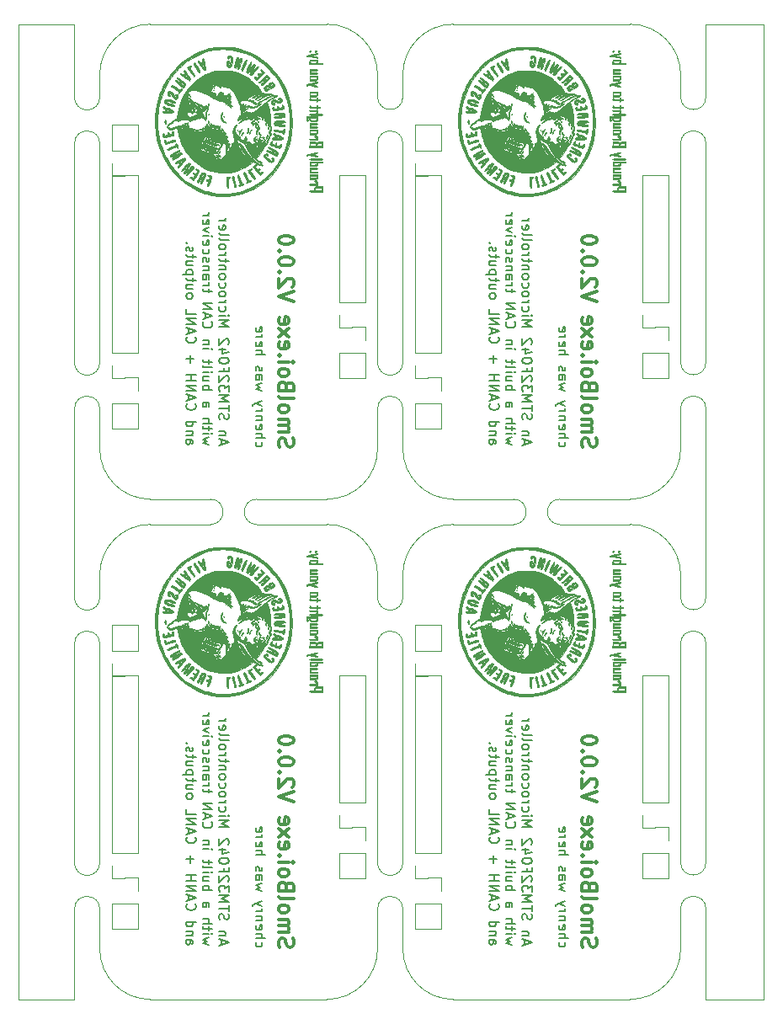
<source format=gbr>
G04 #@! TF.GenerationSoftware,KiCad,Pcbnew,(5.1.6)-1*
G04 #@! TF.CreationDate,2020-10-30T01:23:07+08:00*
G04 #@! TF.ProjectId,panelized2,70616e65-6c69-47a6-9564-322e6b696361,rev?*
G04 #@! TF.SameCoordinates,Original*
G04 #@! TF.FileFunction,Legend,Bot*
G04 #@! TF.FilePolarity,Positive*
%FSLAX46Y46*%
G04 Gerber Fmt 4.6, Leading zero omitted, Abs format (unit mm)*
G04 Created by KiCad (PCBNEW (5.1.6)-1) date 2020-10-30 01:23:07*
%MOMM*%
%LPD*%
G01*
G04 APERTURE LIST*
G04 #@! TA.AperFunction,Profile*
%ADD10C,0.050000*%
G04 #@! TD*
%ADD11C,0.150000*%
%ADD12C,0.300000*%
%ADD13C,0.120000*%
%ADD14C,0.010000*%
G04 APERTURE END LIST*
D10*
X156209998Y-82803999D02*
G75*
G02*
X153670002Y-82804000I-1269998J-1D01*
G01*
X153670063Y-60756801D02*
G75*
G02*
X156210000Y-60769500I1269937J-12699D01*
G01*
X153670063Y-111048801D02*
G75*
G02*
X156210000Y-111061500I1269937J-12699D01*
G01*
X156209998Y-133095999D02*
G75*
G02*
X153670002Y-133096000I-1269998J-1D01*
G01*
X179070000Y-146812000D02*
X161290000Y-146812000D01*
X125729998Y-82803999D02*
G75*
G02*
X123190002Y-82804000I-1269998J-1D01*
G01*
X123190063Y-60756801D02*
G75*
G02*
X125730000Y-60769500I1269937J-12699D01*
G01*
X153670063Y-87426801D02*
G75*
G02*
X156210000Y-87439500I1269937J-12699D01*
G01*
X141541500Y-99060000D02*
X148590000Y-99060000D01*
X130810000Y-99060000D02*
X136855200Y-99060000D01*
X172021500Y-99060000D02*
X179070000Y-99060000D01*
X161290000Y-99060000D02*
X167335200Y-99060000D01*
X156209998Y-106425999D02*
G75*
G02*
X153670002Y-106426000I-1269998J-1D01*
G01*
X125729998Y-106425999D02*
G75*
G02*
X123190002Y-106426000I-1269998J-1D01*
G01*
X123190063Y-87426801D02*
G75*
G02*
X125730000Y-87439500I1269937J-12699D01*
G01*
X125729998Y-133095999D02*
G75*
G02*
X123190002Y-133096000I-1269998J-1D01*
G01*
X123190063Y-111048801D02*
G75*
G02*
X125730000Y-111061500I1269937J-12699D01*
G01*
X123190063Y-137718801D02*
G75*
G02*
X125730000Y-137731500I1269937J-12699D01*
G01*
X156210000Y-137731500D02*
X156210000Y-141732000D01*
X153670063Y-137718801D02*
G75*
G02*
X156210000Y-137731500I1269937J-12699D01*
G01*
X156209997Y-56134001D02*
G75*
G02*
X153670002Y-56133998I-1269997J63501D01*
G01*
X125729998Y-56133999D02*
G75*
G02*
X123190002Y-56134000I-1269998J-1D01*
G01*
X125730000Y-53848000D02*
X125730000Y-56134000D01*
X117602000Y-146812000D02*
X123190000Y-146812000D01*
X123190000Y-111048800D02*
X123190001Y-133095999D01*
X123190000Y-87426800D02*
X123190001Y-106425999D01*
X123190000Y-60756800D02*
X123190001Y-82803999D01*
X123190000Y-48768000D02*
X123190001Y-56133999D01*
X117602000Y-48768000D02*
X123190000Y-48768000D01*
X117602000Y-146812000D02*
X117602000Y-48768000D01*
X123190000Y-137718800D02*
X123190000Y-146812000D01*
X186691015Y-82753201D02*
X186690000Y-60756800D01*
X186690000Y-87426800D02*
X186691015Y-106375201D01*
X186691015Y-133045201D02*
X186690000Y-111048800D01*
X186690000Y-146812000D02*
X192532000Y-146812000D01*
X192532000Y-48768000D02*
X192532000Y-146812000D01*
X186690000Y-137718800D02*
X186690000Y-146812000D01*
X186690000Y-48768000D02*
X192532000Y-48768000D01*
X186691015Y-56083201D02*
X186690000Y-48768000D01*
X136855200Y-146812000D02*
X141541500Y-146812000D01*
X184150000Y-111048800D02*
G75*
G02*
X186690000Y-111048800I1270000J0D01*
G01*
X184150000Y-60756800D02*
G75*
G02*
X186690000Y-60756800I1270000J0D01*
G01*
X186691015Y-133045201D02*
G75*
G02*
X184150001Y-133095999I-1271015J1D01*
G01*
X184150000Y-87426800D02*
G75*
G02*
X186690000Y-87426800I1270000J0D01*
G01*
X184150000Y-137718800D02*
G75*
G02*
X186690000Y-137718800I1270000J0D01*
G01*
X186691015Y-106375201D02*
G75*
G02*
X184150001Y-106425999I-1271015J1D01*
G01*
X186691015Y-56083201D02*
G75*
G02*
X184150001Y-56133999I-1271015J1D01*
G01*
X186691015Y-82753201D02*
G75*
G02*
X184150001Y-82803999I-1271015J1D01*
G01*
X184150000Y-104140000D02*
X184150001Y-106425999D01*
X153670000Y-104140000D02*
X153670001Y-106425999D01*
X184150000Y-53848000D02*
X184150001Y-56133999D01*
X136855200Y-146812000D02*
X130810000Y-146812000D01*
X167335200Y-96520000D02*
X161290000Y-96520000D01*
X156210000Y-104140000D02*
X156210000Y-106426000D01*
X125730000Y-104140000D02*
X125730000Y-106426000D01*
X156210000Y-53848000D02*
X156210000Y-56134000D01*
X167335200Y-96520000D02*
G75*
G02*
X167335200Y-99060000I0J-1270000D01*
G01*
X156210000Y-111061500D02*
X156210000Y-133096000D01*
X125730000Y-111061500D02*
X125730000Y-133096000D01*
X156210000Y-60769500D02*
X156210000Y-82804000D01*
X172021500Y-99060000D02*
G75*
G02*
X172021500Y-96520000I0J1270000D01*
G01*
X184150000Y-141732000D02*
X184150000Y-137718800D01*
X153670000Y-141732000D02*
X153670000Y-137718800D01*
X184150000Y-91440000D02*
X184150000Y-87426800D01*
X148590000Y-146812000D02*
X141541500Y-146812000D01*
X179070000Y-96520000D02*
X172021500Y-96520000D01*
X184150001Y-133095999D02*
X184150000Y-111048800D01*
X153670001Y-133095999D02*
X153670000Y-111048800D01*
X184150001Y-82803999D02*
X184150000Y-60756800D01*
X125730000Y-141732000D02*
X125730000Y-137731500D01*
X156210000Y-91440000D02*
X156210000Y-87439500D01*
X161290000Y-48768000D02*
X179070000Y-48768000D01*
X161290000Y-146812000D02*
G75*
G02*
X156210000Y-141732000I0J5080000D01*
G01*
X130810000Y-146812000D02*
G75*
G02*
X125730000Y-141732000I0J5080000D01*
G01*
X161290000Y-96520000D02*
G75*
G02*
X156210000Y-91440000I0J5080000D01*
G01*
X184150000Y-141732000D02*
G75*
G02*
X179070000Y-146812000I-5080000J0D01*
G01*
X153670000Y-141732000D02*
G75*
G02*
X148590000Y-146812000I-5080000J0D01*
G01*
X184150000Y-91440000D02*
G75*
G02*
X179070000Y-96520000I-5080000J0D01*
G01*
X179070000Y-99060000D02*
G75*
G02*
X184150000Y-104140000I0J-5080000D01*
G01*
X148590000Y-99060000D02*
G75*
G02*
X153670000Y-104140000I0J-5080000D01*
G01*
X179070000Y-48768000D02*
G75*
G02*
X184150000Y-53848000I0J-5080000D01*
G01*
X156210000Y-104140000D02*
G75*
G02*
X161290000Y-99060000I5080000J0D01*
G01*
X125730000Y-104140000D02*
G75*
G02*
X130810000Y-99060000I5080000J0D01*
G01*
X156210000Y-53848000D02*
G75*
G02*
X161290000Y-48768000I5080000J0D01*
G01*
D11*
X171934238Y-141056619D02*
X171886619Y-141151857D01*
X171886619Y-141342333D01*
X171934238Y-141437571D01*
X171981857Y-141485190D01*
X172077095Y-141532809D01*
X172362809Y-141532809D01*
X172458047Y-141485190D01*
X172505666Y-141437571D01*
X172553285Y-141342333D01*
X172553285Y-141151857D01*
X172505666Y-141056619D01*
X171886619Y-140628047D02*
X172886619Y-140628047D01*
X171886619Y-140199476D02*
X172410428Y-140199476D01*
X172505666Y-140247095D01*
X172553285Y-140342333D01*
X172553285Y-140485190D01*
X172505666Y-140580428D01*
X172458047Y-140628047D01*
X171934238Y-139342333D02*
X171886619Y-139437571D01*
X171886619Y-139628047D01*
X171934238Y-139723285D01*
X172029476Y-139770904D01*
X172410428Y-139770904D01*
X172505666Y-139723285D01*
X172553285Y-139628047D01*
X172553285Y-139437571D01*
X172505666Y-139342333D01*
X172410428Y-139294714D01*
X172315190Y-139294714D01*
X172219952Y-139770904D01*
X172553285Y-138866142D02*
X171886619Y-138866142D01*
X172458047Y-138866142D02*
X172505666Y-138818523D01*
X172553285Y-138723285D01*
X172553285Y-138580428D01*
X172505666Y-138485190D01*
X172410428Y-138437571D01*
X171886619Y-138437571D01*
X171886619Y-137961380D02*
X172553285Y-137961380D01*
X172362809Y-137961380D02*
X172458047Y-137913761D01*
X172505666Y-137866142D01*
X172553285Y-137770904D01*
X172553285Y-137675666D01*
X172553285Y-137437571D02*
X171886619Y-137199476D01*
X172553285Y-136961380D02*
X171886619Y-137199476D01*
X171648523Y-137294714D01*
X171600904Y-137342333D01*
X171553285Y-137437571D01*
X172553285Y-135913761D02*
X171886619Y-135723285D01*
X172362809Y-135532809D01*
X171886619Y-135342333D01*
X172553285Y-135151857D01*
X171886619Y-134342333D02*
X172410428Y-134342333D01*
X172505666Y-134389952D01*
X172553285Y-134485190D01*
X172553285Y-134675666D01*
X172505666Y-134770904D01*
X171934238Y-134342333D02*
X171886619Y-134437571D01*
X171886619Y-134675666D01*
X171934238Y-134770904D01*
X172029476Y-134818523D01*
X172124714Y-134818523D01*
X172219952Y-134770904D01*
X172267571Y-134675666D01*
X172267571Y-134437571D01*
X172315190Y-134342333D01*
X171934238Y-133913761D02*
X171886619Y-133818523D01*
X171886619Y-133628047D01*
X171934238Y-133532809D01*
X172029476Y-133485190D01*
X172077095Y-133485190D01*
X172172333Y-133532809D01*
X172219952Y-133628047D01*
X172219952Y-133770904D01*
X172267571Y-133866142D01*
X172362809Y-133913761D01*
X172410428Y-133913761D01*
X172505666Y-133866142D01*
X172553285Y-133770904D01*
X172553285Y-133628047D01*
X172505666Y-133532809D01*
X171886619Y-132294714D02*
X172886619Y-132294714D01*
X171886619Y-131866142D02*
X172410428Y-131866142D01*
X172505666Y-131913761D01*
X172553285Y-132009000D01*
X172553285Y-132151857D01*
X172505666Y-132247095D01*
X172458047Y-132294714D01*
X171934238Y-131009000D02*
X171886619Y-131104238D01*
X171886619Y-131294714D01*
X171934238Y-131389952D01*
X172029476Y-131437571D01*
X172410428Y-131437571D01*
X172505666Y-131389952D01*
X172553285Y-131294714D01*
X172553285Y-131104238D01*
X172505666Y-131009000D01*
X172410428Y-130961380D01*
X172315190Y-130961380D01*
X172219952Y-131437571D01*
X171886619Y-130532809D02*
X172553285Y-130532809D01*
X172362809Y-130532809D02*
X172458047Y-130485190D01*
X172505666Y-130437571D01*
X172553285Y-130342333D01*
X172553285Y-130247095D01*
X171934238Y-129532809D02*
X171886619Y-129628047D01*
X171886619Y-129818523D01*
X171934238Y-129913761D01*
X172029476Y-129961380D01*
X172410428Y-129961380D01*
X172505666Y-129913761D01*
X172553285Y-129818523D01*
X172553285Y-129628047D01*
X172505666Y-129532809D01*
X172410428Y-129485190D01*
X172315190Y-129485190D01*
X172219952Y-129961380D01*
X141454238Y-141056619D02*
X141406619Y-141151857D01*
X141406619Y-141342333D01*
X141454238Y-141437571D01*
X141501857Y-141485190D01*
X141597095Y-141532809D01*
X141882809Y-141532809D01*
X141978047Y-141485190D01*
X142025666Y-141437571D01*
X142073285Y-141342333D01*
X142073285Y-141151857D01*
X142025666Y-141056619D01*
X141406619Y-140628047D02*
X142406619Y-140628047D01*
X141406619Y-140199476D02*
X141930428Y-140199476D01*
X142025666Y-140247095D01*
X142073285Y-140342333D01*
X142073285Y-140485190D01*
X142025666Y-140580428D01*
X141978047Y-140628047D01*
X141454238Y-139342333D02*
X141406619Y-139437571D01*
X141406619Y-139628047D01*
X141454238Y-139723285D01*
X141549476Y-139770904D01*
X141930428Y-139770904D01*
X142025666Y-139723285D01*
X142073285Y-139628047D01*
X142073285Y-139437571D01*
X142025666Y-139342333D01*
X141930428Y-139294714D01*
X141835190Y-139294714D01*
X141739952Y-139770904D01*
X142073285Y-138866142D02*
X141406619Y-138866142D01*
X141978047Y-138866142D02*
X142025666Y-138818523D01*
X142073285Y-138723285D01*
X142073285Y-138580428D01*
X142025666Y-138485190D01*
X141930428Y-138437571D01*
X141406619Y-138437571D01*
X141406619Y-137961380D02*
X142073285Y-137961380D01*
X141882809Y-137961380D02*
X141978047Y-137913761D01*
X142025666Y-137866142D01*
X142073285Y-137770904D01*
X142073285Y-137675666D01*
X142073285Y-137437571D02*
X141406619Y-137199476D01*
X142073285Y-136961380D02*
X141406619Y-137199476D01*
X141168523Y-137294714D01*
X141120904Y-137342333D01*
X141073285Y-137437571D01*
X142073285Y-135913761D02*
X141406619Y-135723285D01*
X141882809Y-135532809D01*
X141406619Y-135342333D01*
X142073285Y-135151857D01*
X141406619Y-134342333D02*
X141930428Y-134342333D01*
X142025666Y-134389952D01*
X142073285Y-134485190D01*
X142073285Y-134675666D01*
X142025666Y-134770904D01*
X141454238Y-134342333D02*
X141406619Y-134437571D01*
X141406619Y-134675666D01*
X141454238Y-134770904D01*
X141549476Y-134818523D01*
X141644714Y-134818523D01*
X141739952Y-134770904D01*
X141787571Y-134675666D01*
X141787571Y-134437571D01*
X141835190Y-134342333D01*
X141454238Y-133913761D02*
X141406619Y-133818523D01*
X141406619Y-133628047D01*
X141454238Y-133532809D01*
X141549476Y-133485190D01*
X141597095Y-133485190D01*
X141692333Y-133532809D01*
X141739952Y-133628047D01*
X141739952Y-133770904D01*
X141787571Y-133866142D01*
X141882809Y-133913761D01*
X141930428Y-133913761D01*
X142025666Y-133866142D01*
X142073285Y-133770904D01*
X142073285Y-133628047D01*
X142025666Y-133532809D01*
X141406619Y-132294714D02*
X142406619Y-132294714D01*
X141406619Y-131866142D02*
X141930428Y-131866142D01*
X142025666Y-131913761D01*
X142073285Y-132009000D01*
X142073285Y-132151857D01*
X142025666Y-132247095D01*
X141978047Y-132294714D01*
X141454238Y-131009000D02*
X141406619Y-131104238D01*
X141406619Y-131294714D01*
X141454238Y-131389952D01*
X141549476Y-131437571D01*
X141930428Y-131437571D01*
X142025666Y-131389952D01*
X142073285Y-131294714D01*
X142073285Y-131104238D01*
X142025666Y-131009000D01*
X141930428Y-130961380D01*
X141835190Y-130961380D01*
X141739952Y-131437571D01*
X141406619Y-130532809D02*
X142073285Y-130532809D01*
X141882809Y-130532809D02*
X141978047Y-130485190D01*
X142025666Y-130437571D01*
X142073285Y-130342333D01*
X142073285Y-130247095D01*
X141454238Y-129532809D02*
X141406619Y-129628047D01*
X141406619Y-129818523D01*
X141454238Y-129913761D01*
X141549476Y-129961380D01*
X141930428Y-129961380D01*
X142025666Y-129913761D01*
X142073285Y-129818523D01*
X142073285Y-129628047D01*
X142025666Y-129532809D01*
X141930428Y-129485190D01*
X141835190Y-129485190D01*
X141739952Y-129961380D01*
X171934238Y-90764619D02*
X171886619Y-90859857D01*
X171886619Y-91050333D01*
X171934238Y-91145571D01*
X171981857Y-91193190D01*
X172077095Y-91240809D01*
X172362809Y-91240809D01*
X172458047Y-91193190D01*
X172505666Y-91145571D01*
X172553285Y-91050333D01*
X172553285Y-90859857D01*
X172505666Y-90764619D01*
X171886619Y-90336047D02*
X172886619Y-90336047D01*
X171886619Y-89907476D02*
X172410428Y-89907476D01*
X172505666Y-89955095D01*
X172553285Y-90050333D01*
X172553285Y-90193190D01*
X172505666Y-90288428D01*
X172458047Y-90336047D01*
X171934238Y-89050333D02*
X171886619Y-89145571D01*
X171886619Y-89336047D01*
X171934238Y-89431285D01*
X172029476Y-89478904D01*
X172410428Y-89478904D01*
X172505666Y-89431285D01*
X172553285Y-89336047D01*
X172553285Y-89145571D01*
X172505666Y-89050333D01*
X172410428Y-89002714D01*
X172315190Y-89002714D01*
X172219952Y-89478904D01*
X172553285Y-88574142D02*
X171886619Y-88574142D01*
X172458047Y-88574142D02*
X172505666Y-88526523D01*
X172553285Y-88431285D01*
X172553285Y-88288428D01*
X172505666Y-88193190D01*
X172410428Y-88145571D01*
X171886619Y-88145571D01*
X171886619Y-87669380D02*
X172553285Y-87669380D01*
X172362809Y-87669380D02*
X172458047Y-87621761D01*
X172505666Y-87574142D01*
X172553285Y-87478904D01*
X172553285Y-87383666D01*
X172553285Y-87145571D02*
X171886619Y-86907476D01*
X172553285Y-86669380D02*
X171886619Y-86907476D01*
X171648523Y-87002714D01*
X171600904Y-87050333D01*
X171553285Y-87145571D01*
X172553285Y-85621761D02*
X171886619Y-85431285D01*
X172362809Y-85240809D01*
X171886619Y-85050333D01*
X172553285Y-84859857D01*
X171886619Y-84050333D02*
X172410428Y-84050333D01*
X172505666Y-84097952D01*
X172553285Y-84193190D01*
X172553285Y-84383666D01*
X172505666Y-84478904D01*
X171934238Y-84050333D02*
X171886619Y-84145571D01*
X171886619Y-84383666D01*
X171934238Y-84478904D01*
X172029476Y-84526523D01*
X172124714Y-84526523D01*
X172219952Y-84478904D01*
X172267571Y-84383666D01*
X172267571Y-84145571D01*
X172315190Y-84050333D01*
X171934238Y-83621761D02*
X171886619Y-83526523D01*
X171886619Y-83336047D01*
X171934238Y-83240809D01*
X172029476Y-83193190D01*
X172077095Y-83193190D01*
X172172333Y-83240809D01*
X172219952Y-83336047D01*
X172219952Y-83478904D01*
X172267571Y-83574142D01*
X172362809Y-83621761D01*
X172410428Y-83621761D01*
X172505666Y-83574142D01*
X172553285Y-83478904D01*
X172553285Y-83336047D01*
X172505666Y-83240809D01*
X171886619Y-82002714D02*
X172886619Y-82002714D01*
X171886619Y-81574142D02*
X172410428Y-81574142D01*
X172505666Y-81621761D01*
X172553285Y-81717000D01*
X172553285Y-81859857D01*
X172505666Y-81955095D01*
X172458047Y-82002714D01*
X171934238Y-80717000D02*
X171886619Y-80812238D01*
X171886619Y-81002714D01*
X171934238Y-81097952D01*
X172029476Y-81145571D01*
X172410428Y-81145571D01*
X172505666Y-81097952D01*
X172553285Y-81002714D01*
X172553285Y-80812238D01*
X172505666Y-80717000D01*
X172410428Y-80669380D01*
X172315190Y-80669380D01*
X172219952Y-81145571D01*
X171886619Y-80240809D02*
X172553285Y-80240809D01*
X172362809Y-80240809D02*
X172458047Y-80193190D01*
X172505666Y-80145571D01*
X172553285Y-80050333D01*
X172553285Y-79955095D01*
X171934238Y-79240809D02*
X171886619Y-79336047D01*
X171886619Y-79526523D01*
X171934238Y-79621761D01*
X172029476Y-79669380D01*
X172410428Y-79669380D01*
X172505666Y-79621761D01*
X172553285Y-79526523D01*
X172553285Y-79336047D01*
X172505666Y-79240809D01*
X172410428Y-79193190D01*
X172315190Y-79193190D01*
X172219952Y-79669380D01*
X168488333Y-141317023D02*
X168488333Y-140840833D01*
X168202619Y-141412261D02*
X169202619Y-141078928D01*
X168202619Y-140745595D01*
X168869285Y-140412261D02*
X168202619Y-140412261D01*
X168774047Y-140412261D02*
X168821666Y-140364642D01*
X168869285Y-140269404D01*
X168869285Y-140126547D01*
X168821666Y-140031309D01*
X168726428Y-139983690D01*
X168202619Y-139983690D01*
X168250238Y-138793214D02*
X168202619Y-138650357D01*
X168202619Y-138412261D01*
X168250238Y-138317023D01*
X168297857Y-138269404D01*
X168393095Y-138221785D01*
X168488333Y-138221785D01*
X168583571Y-138269404D01*
X168631190Y-138317023D01*
X168678809Y-138412261D01*
X168726428Y-138602738D01*
X168774047Y-138697976D01*
X168821666Y-138745595D01*
X168916904Y-138793214D01*
X169012142Y-138793214D01*
X169107380Y-138745595D01*
X169155000Y-138697976D01*
X169202619Y-138602738D01*
X169202619Y-138364642D01*
X169155000Y-138221785D01*
X169202619Y-137936071D02*
X169202619Y-137364642D01*
X168202619Y-137650357D02*
X169202619Y-137650357D01*
X168202619Y-137031309D02*
X169202619Y-137031309D01*
X168488333Y-136697976D01*
X169202619Y-136364642D01*
X168202619Y-136364642D01*
X169202619Y-135983690D02*
X169202619Y-135364642D01*
X168821666Y-135697976D01*
X168821666Y-135555119D01*
X168774047Y-135459880D01*
X168726428Y-135412261D01*
X168631190Y-135364642D01*
X168393095Y-135364642D01*
X168297857Y-135412261D01*
X168250238Y-135459880D01*
X168202619Y-135555119D01*
X168202619Y-135840833D01*
X168250238Y-135936071D01*
X168297857Y-135983690D01*
X169107380Y-134983690D02*
X169155000Y-134936071D01*
X169202619Y-134840833D01*
X169202619Y-134602738D01*
X169155000Y-134507500D01*
X169107380Y-134459880D01*
X169012142Y-134412261D01*
X168916904Y-134412261D01*
X168774047Y-134459880D01*
X168202619Y-135031309D01*
X168202619Y-134412261D01*
X168726428Y-133650357D02*
X168726428Y-133983690D01*
X168202619Y-133983690D02*
X169202619Y-133983690D01*
X169202619Y-133507500D01*
X169202619Y-132936071D02*
X169202619Y-132840833D01*
X169155000Y-132745595D01*
X169107380Y-132697976D01*
X169012142Y-132650357D01*
X168821666Y-132602738D01*
X168583571Y-132602738D01*
X168393095Y-132650357D01*
X168297857Y-132697976D01*
X168250238Y-132745595D01*
X168202619Y-132840833D01*
X168202619Y-132936071D01*
X168250238Y-133031309D01*
X168297857Y-133078928D01*
X168393095Y-133126547D01*
X168583571Y-133174166D01*
X168821666Y-133174166D01*
X169012142Y-133126547D01*
X169107380Y-133078928D01*
X169155000Y-133031309D01*
X169202619Y-132936071D01*
X168869285Y-131745595D02*
X168202619Y-131745595D01*
X169250238Y-131983690D02*
X168535952Y-132221785D01*
X168535952Y-131602738D01*
X169107380Y-131269404D02*
X169155000Y-131221785D01*
X169202619Y-131126547D01*
X169202619Y-130888452D01*
X169155000Y-130793214D01*
X169107380Y-130745595D01*
X169012142Y-130697976D01*
X168916904Y-130697976D01*
X168774047Y-130745595D01*
X168202619Y-131317023D01*
X168202619Y-130697976D01*
X168202619Y-129507500D02*
X169202619Y-129507500D01*
X168488333Y-129174166D01*
X169202619Y-128840833D01*
X168202619Y-128840833D01*
X168202619Y-128364642D02*
X168869285Y-128364642D01*
X169202619Y-128364642D02*
X169155000Y-128412261D01*
X169107380Y-128364642D01*
X169155000Y-128317023D01*
X169202619Y-128364642D01*
X169107380Y-128364642D01*
X168250238Y-127459880D02*
X168202619Y-127555119D01*
X168202619Y-127745595D01*
X168250238Y-127840833D01*
X168297857Y-127888452D01*
X168393095Y-127936071D01*
X168678809Y-127936071D01*
X168774047Y-127888452D01*
X168821666Y-127840833D01*
X168869285Y-127745595D01*
X168869285Y-127555119D01*
X168821666Y-127459880D01*
X168202619Y-127031309D02*
X168869285Y-127031309D01*
X168678809Y-127031309D02*
X168774047Y-126983690D01*
X168821666Y-126936071D01*
X168869285Y-126840833D01*
X168869285Y-126745595D01*
X168202619Y-126269404D02*
X168250238Y-126364642D01*
X168297857Y-126412261D01*
X168393095Y-126459880D01*
X168678809Y-126459880D01*
X168774047Y-126412261D01*
X168821666Y-126364642D01*
X168869285Y-126269404D01*
X168869285Y-126126547D01*
X168821666Y-126031309D01*
X168774047Y-125983690D01*
X168678809Y-125936071D01*
X168393095Y-125936071D01*
X168297857Y-125983690D01*
X168250238Y-126031309D01*
X168202619Y-126126547D01*
X168202619Y-126269404D01*
X168250238Y-125078928D02*
X168202619Y-125174166D01*
X168202619Y-125364642D01*
X168250238Y-125459880D01*
X168297857Y-125507500D01*
X168393095Y-125555119D01*
X168678809Y-125555119D01*
X168774047Y-125507500D01*
X168821666Y-125459880D01*
X168869285Y-125364642D01*
X168869285Y-125174166D01*
X168821666Y-125078928D01*
X168202619Y-124507500D02*
X168250238Y-124602738D01*
X168297857Y-124650357D01*
X168393095Y-124697976D01*
X168678809Y-124697976D01*
X168774047Y-124650357D01*
X168821666Y-124602738D01*
X168869285Y-124507500D01*
X168869285Y-124364642D01*
X168821666Y-124269404D01*
X168774047Y-124221785D01*
X168678809Y-124174166D01*
X168393095Y-124174166D01*
X168297857Y-124221785D01*
X168250238Y-124269404D01*
X168202619Y-124364642D01*
X168202619Y-124507500D01*
X168869285Y-123745595D02*
X168202619Y-123745595D01*
X168774047Y-123745595D02*
X168821666Y-123697976D01*
X168869285Y-123602738D01*
X168869285Y-123459880D01*
X168821666Y-123364642D01*
X168726428Y-123317023D01*
X168202619Y-123317023D01*
X168869285Y-122983690D02*
X168869285Y-122602738D01*
X169202619Y-122840833D02*
X168345476Y-122840833D01*
X168250238Y-122793214D01*
X168202619Y-122697976D01*
X168202619Y-122602738D01*
X168202619Y-122269404D02*
X168869285Y-122269404D01*
X168678809Y-122269404D02*
X168774047Y-122221785D01*
X168821666Y-122174166D01*
X168869285Y-122078928D01*
X168869285Y-121983690D01*
X168202619Y-121507500D02*
X168250238Y-121602738D01*
X168297857Y-121650357D01*
X168393095Y-121697976D01*
X168678809Y-121697976D01*
X168774047Y-121650357D01*
X168821666Y-121602738D01*
X168869285Y-121507500D01*
X168869285Y-121364642D01*
X168821666Y-121269404D01*
X168774047Y-121221785D01*
X168678809Y-121174166D01*
X168393095Y-121174166D01*
X168297857Y-121221785D01*
X168250238Y-121269404D01*
X168202619Y-121364642D01*
X168202619Y-121507500D01*
X168202619Y-120602738D02*
X168250238Y-120697976D01*
X168345476Y-120745595D01*
X169202619Y-120745595D01*
X168202619Y-120078928D02*
X168250238Y-120174166D01*
X168345476Y-120221785D01*
X169202619Y-120221785D01*
X168250238Y-119317023D02*
X168202619Y-119412261D01*
X168202619Y-119602738D01*
X168250238Y-119697976D01*
X168345476Y-119745595D01*
X168726428Y-119745595D01*
X168821666Y-119697976D01*
X168869285Y-119602738D01*
X168869285Y-119412261D01*
X168821666Y-119317023D01*
X168726428Y-119269404D01*
X168631190Y-119269404D01*
X168535952Y-119745595D01*
X168202619Y-118840833D02*
X168869285Y-118840833D01*
X168678809Y-118840833D02*
X168774047Y-118793214D01*
X168821666Y-118745595D01*
X168869285Y-118650357D01*
X168869285Y-118555119D01*
X167219285Y-141364642D02*
X166552619Y-141174166D01*
X167028809Y-140983690D01*
X166552619Y-140793214D01*
X167219285Y-140602738D01*
X166552619Y-140221785D02*
X167219285Y-140221785D01*
X167552619Y-140221785D02*
X167505000Y-140269404D01*
X167457380Y-140221785D01*
X167505000Y-140174166D01*
X167552619Y-140221785D01*
X167457380Y-140221785D01*
X167219285Y-139888452D02*
X167219285Y-139507500D01*
X167552619Y-139745595D02*
X166695476Y-139745595D01*
X166600238Y-139697976D01*
X166552619Y-139602738D01*
X166552619Y-139507500D01*
X166552619Y-139174166D02*
X167552619Y-139174166D01*
X166552619Y-138745595D02*
X167076428Y-138745595D01*
X167171666Y-138793214D01*
X167219285Y-138888452D01*
X167219285Y-139031309D01*
X167171666Y-139126547D01*
X167124047Y-139174166D01*
X166552619Y-137078928D02*
X167076428Y-137078928D01*
X167171666Y-137126547D01*
X167219285Y-137221785D01*
X167219285Y-137412261D01*
X167171666Y-137507500D01*
X166600238Y-137078928D02*
X166552619Y-137174166D01*
X166552619Y-137412261D01*
X166600238Y-137507500D01*
X166695476Y-137555119D01*
X166790714Y-137555119D01*
X166885952Y-137507500D01*
X166933571Y-137412261D01*
X166933571Y-137174166D01*
X166981190Y-137078928D01*
X166552619Y-135840833D02*
X167552619Y-135840833D01*
X167171666Y-135840833D02*
X167219285Y-135745595D01*
X167219285Y-135555119D01*
X167171666Y-135459880D01*
X167124047Y-135412261D01*
X167028809Y-135364642D01*
X166743095Y-135364642D01*
X166647857Y-135412261D01*
X166600238Y-135459880D01*
X166552619Y-135555119D01*
X166552619Y-135745595D01*
X166600238Y-135840833D01*
X167219285Y-134507500D02*
X166552619Y-134507500D01*
X167219285Y-134936071D02*
X166695476Y-134936071D01*
X166600238Y-134888452D01*
X166552619Y-134793214D01*
X166552619Y-134650357D01*
X166600238Y-134555119D01*
X166647857Y-134507500D01*
X166552619Y-134031309D02*
X167219285Y-134031309D01*
X167552619Y-134031309D02*
X167505000Y-134078928D01*
X167457380Y-134031309D01*
X167505000Y-133983690D01*
X167552619Y-134031309D01*
X167457380Y-134031309D01*
X166552619Y-133412261D02*
X166600238Y-133507500D01*
X166695476Y-133555119D01*
X167552619Y-133555119D01*
X167219285Y-133174166D02*
X167219285Y-132793214D01*
X167552619Y-133031309D02*
X166695476Y-133031309D01*
X166600238Y-132983690D01*
X166552619Y-132888452D01*
X166552619Y-132793214D01*
X166552619Y-131697976D02*
X167219285Y-131697976D01*
X167552619Y-131697976D02*
X167505000Y-131745595D01*
X167457380Y-131697976D01*
X167505000Y-131650357D01*
X167552619Y-131697976D01*
X167457380Y-131697976D01*
X167219285Y-131221785D02*
X166552619Y-131221785D01*
X167124047Y-131221785D02*
X167171666Y-131174166D01*
X167219285Y-131078928D01*
X167219285Y-130936071D01*
X167171666Y-130840833D01*
X167076428Y-130793214D01*
X166552619Y-130793214D01*
X166647857Y-128983690D02*
X166600238Y-129031309D01*
X166552619Y-129174166D01*
X166552619Y-129269404D01*
X166600238Y-129412261D01*
X166695476Y-129507500D01*
X166790714Y-129555119D01*
X166981190Y-129602738D01*
X167124047Y-129602738D01*
X167314523Y-129555119D01*
X167409761Y-129507500D01*
X167505000Y-129412261D01*
X167552619Y-129269404D01*
X167552619Y-129174166D01*
X167505000Y-129031309D01*
X167457380Y-128983690D01*
X166838333Y-128602738D02*
X166838333Y-128126547D01*
X166552619Y-128697976D02*
X167552619Y-128364642D01*
X166552619Y-128031309D01*
X166552619Y-127697976D02*
X167552619Y-127697976D01*
X166552619Y-127126547D01*
X167552619Y-127126547D01*
X167219285Y-126031309D02*
X167219285Y-125650357D01*
X167552619Y-125888452D02*
X166695476Y-125888452D01*
X166600238Y-125840833D01*
X166552619Y-125745595D01*
X166552619Y-125650357D01*
X166552619Y-125317023D02*
X167219285Y-125317023D01*
X167028809Y-125317023D02*
X167124047Y-125269404D01*
X167171666Y-125221785D01*
X167219285Y-125126547D01*
X167219285Y-125031309D01*
X166552619Y-124269404D02*
X167076428Y-124269404D01*
X167171666Y-124317023D01*
X167219285Y-124412261D01*
X167219285Y-124602738D01*
X167171666Y-124697976D01*
X166600238Y-124269404D02*
X166552619Y-124364642D01*
X166552619Y-124602738D01*
X166600238Y-124697976D01*
X166695476Y-124745595D01*
X166790714Y-124745595D01*
X166885952Y-124697976D01*
X166933571Y-124602738D01*
X166933571Y-124364642D01*
X166981190Y-124269404D01*
X167219285Y-123793214D02*
X166552619Y-123793214D01*
X167124047Y-123793214D02*
X167171666Y-123745595D01*
X167219285Y-123650357D01*
X167219285Y-123507500D01*
X167171666Y-123412261D01*
X167076428Y-123364642D01*
X166552619Y-123364642D01*
X166600238Y-122936071D02*
X166552619Y-122840833D01*
X166552619Y-122650357D01*
X166600238Y-122555119D01*
X166695476Y-122507500D01*
X166743095Y-122507500D01*
X166838333Y-122555119D01*
X166885952Y-122650357D01*
X166885952Y-122793214D01*
X166933571Y-122888452D01*
X167028809Y-122936071D01*
X167076428Y-122936071D01*
X167171666Y-122888452D01*
X167219285Y-122793214D01*
X167219285Y-122650357D01*
X167171666Y-122555119D01*
X166600238Y-121650357D02*
X166552619Y-121745595D01*
X166552619Y-121936071D01*
X166600238Y-122031309D01*
X166647857Y-122078928D01*
X166743095Y-122126547D01*
X167028809Y-122126547D01*
X167124047Y-122078928D01*
X167171666Y-122031309D01*
X167219285Y-121936071D01*
X167219285Y-121745595D01*
X167171666Y-121650357D01*
X166600238Y-120840833D02*
X166552619Y-120936071D01*
X166552619Y-121126547D01*
X166600238Y-121221785D01*
X166695476Y-121269404D01*
X167076428Y-121269404D01*
X167171666Y-121221785D01*
X167219285Y-121126547D01*
X167219285Y-120936071D01*
X167171666Y-120840833D01*
X167076428Y-120793214D01*
X166981190Y-120793214D01*
X166885952Y-121269404D01*
X166552619Y-120364642D02*
X167219285Y-120364642D01*
X167552619Y-120364642D02*
X167505000Y-120412261D01*
X167457380Y-120364642D01*
X167505000Y-120317023D01*
X167552619Y-120364642D01*
X167457380Y-120364642D01*
X167219285Y-119983690D02*
X166552619Y-119745595D01*
X167219285Y-119507500D01*
X166600238Y-118745595D02*
X166552619Y-118840833D01*
X166552619Y-119031309D01*
X166600238Y-119126547D01*
X166695476Y-119174166D01*
X167076428Y-119174166D01*
X167171666Y-119126547D01*
X167219285Y-119031309D01*
X167219285Y-118840833D01*
X167171666Y-118745595D01*
X167076428Y-118697976D01*
X166981190Y-118697976D01*
X166885952Y-119174166D01*
X166552619Y-118269404D02*
X167219285Y-118269404D01*
X167028809Y-118269404D02*
X167124047Y-118221785D01*
X167171666Y-118174166D01*
X167219285Y-118078928D01*
X167219285Y-117983690D01*
X164902619Y-140840833D02*
X165426428Y-140840833D01*
X165521666Y-140888452D01*
X165569285Y-140983690D01*
X165569285Y-141174166D01*
X165521666Y-141269404D01*
X164950238Y-140840833D02*
X164902619Y-140936071D01*
X164902619Y-141174166D01*
X164950238Y-141269404D01*
X165045476Y-141317023D01*
X165140714Y-141317023D01*
X165235952Y-141269404D01*
X165283571Y-141174166D01*
X165283571Y-140936071D01*
X165331190Y-140840833D01*
X165569285Y-140364642D02*
X164902619Y-140364642D01*
X165474047Y-140364642D02*
X165521666Y-140317023D01*
X165569285Y-140221785D01*
X165569285Y-140078928D01*
X165521666Y-139983690D01*
X165426428Y-139936071D01*
X164902619Y-139936071D01*
X164902619Y-139031309D02*
X165902619Y-139031309D01*
X164950238Y-139031309D02*
X164902619Y-139126547D01*
X164902619Y-139317023D01*
X164950238Y-139412261D01*
X164997857Y-139459880D01*
X165093095Y-139507500D01*
X165378809Y-139507500D01*
X165474047Y-139459880D01*
X165521666Y-139412261D01*
X165569285Y-139317023D01*
X165569285Y-139126547D01*
X165521666Y-139031309D01*
X164997857Y-137221785D02*
X164950238Y-137269404D01*
X164902619Y-137412261D01*
X164902619Y-137507500D01*
X164950238Y-137650357D01*
X165045476Y-137745595D01*
X165140714Y-137793214D01*
X165331190Y-137840833D01*
X165474047Y-137840833D01*
X165664523Y-137793214D01*
X165759761Y-137745595D01*
X165855000Y-137650357D01*
X165902619Y-137507500D01*
X165902619Y-137412261D01*
X165855000Y-137269404D01*
X165807380Y-137221785D01*
X165188333Y-136840833D02*
X165188333Y-136364642D01*
X164902619Y-136936071D02*
X165902619Y-136602738D01*
X164902619Y-136269404D01*
X164902619Y-135936071D02*
X165902619Y-135936071D01*
X164902619Y-135364642D01*
X165902619Y-135364642D01*
X164902619Y-134888452D02*
X165902619Y-134888452D01*
X165426428Y-134888452D02*
X165426428Y-134317023D01*
X164902619Y-134317023D02*
X165902619Y-134317023D01*
X165283571Y-133078928D02*
X165283571Y-132317023D01*
X164902619Y-132697976D02*
X165664523Y-132697976D01*
X164997857Y-130507500D02*
X164950238Y-130555119D01*
X164902619Y-130697976D01*
X164902619Y-130793214D01*
X164950238Y-130936071D01*
X165045476Y-131031309D01*
X165140714Y-131078928D01*
X165331190Y-131126547D01*
X165474047Y-131126547D01*
X165664523Y-131078928D01*
X165759761Y-131031309D01*
X165855000Y-130936071D01*
X165902619Y-130793214D01*
X165902619Y-130697976D01*
X165855000Y-130555119D01*
X165807380Y-130507500D01*
X165188333Y-130126547D02*
X165188333Y-129650357D01*
X164902619Y-130221785D02*
X165902619Y-129888452D01*
X164902619Y-129555119D01*
X164902619Y-129221785D02*
X165902619Y-129221785D01*
X164902619Y-128650357D01*
X165902619Y-128650357D01*
X164902619Y-127697976D02*
X164902619Y-128174166D01*
X165902619Y-128174166D01*
X164902619Y-126459880D02*
X164950238Y-126555119D01*
X164997857Y-126602738D01*
X165093095Y-126650357D01*
X165378809Y-126650357D01*
X165474047Y-126602738D01*
X165521666Y-126555119D01*
X165569285Y-126459880D01*
X165569285Y-126317023D01*
X165521666Y-126221785D01*
X165474047Y-126174166D01*
X165378809Y-126126547D01*
X165093095Y-126126547D01*
X164997857Y-126174166D01*
X164950238Y-126221785D01*
X164902619Y-126317023D01*
X164902619Y-126459880D01*
X165569285Y-125269404D02*
X164902619Y-125269404D01*
X165569285Y-125697976D02*
X165045476Y-125697976D01*
X164950238Y-125650357D01*
X164902619Y-125555119D01*
X164902619Y-125412261D01*
X164950238Y-125317023D01*
X164997857Y-125269404D01*
X165569285Y-124936071D02*
X165569285Y-124555119D01*
X165902619Y-124793214D02*
X165045476Y-124793214D01*
X164950238Y-124745595D01*
X164902619Y-124650357D01*
X164902619Y-124555119D01*
X165569285Y-124221785D02*
X164569285Y-124221785D01*
X165521666Y-124221785D02*
X165569285Y-124126547D01*
X165569285Y-123936071D01*
X165521666Y-123840833D01*
X165474047Y-123793214D01*
X165378809Y-123745595D01*
X165093095Y-123745595D01*
X164997857Y-123793214D01*
X164950238Y-123840833D01*
X164902619Y-123936071D01*
X164902619Y-124126547D01*
X164950238Y-124221785D01*
X165569285Y-122888452D02*
X164902619Y-122888452D01*
X165569285Y-123317023D02*
X165045476Y-123317023D01*
X164950238Y-123269404D01*
X164902619Y-123174166D01*
X164902619Y-123031309D01*
X164950238Y-122936071D01*
X164997857Y-122888452D01*
X165569285Y-122555119D02*
X165569285Y-122174166D01*
X165902619Y-122412261D02*
X165045476Y-122412261D01*
X164950238Y-122364642D01*
X164902619Y-122269404D01*
X164902619Y-122174166D01*
X164950238Y-121888452D02*
X164902619Y-121793214D01*
X164902619Y-121602738D01*
X164950238Y-121507500D01*
X165045476Y-121459880D01*
X165093095Y-121459880D01*
X165188333Y-121507500D01*
X165235952Y-121602738D01*
X165235952Y-121745595D01*
X165283571Y-121840833D01*
X165378809Y-121888452D01*
X165426428Y-121888452D01*
X165521666Y-121840833D01*
X165569285Y-121745595D01*
X165569285Y-121602738D01*
X165521666Y-121507500D01*
X164997857Y-121031309D02*
X164950238Y-120983690D01*
X164902619Y-121031309D01*
X164950238Y-121078928D01*
X164997857Y-121031309D01*
X164902619Y-121031309D01*
X138008333Y-141317023D02*
X138008333Y-140840833D01*
X137722619Y-141412261D02*
X138722619Y-141078928D01*
X137722619Y-140745595D01*
X138389285Y-140412261D02*
X137722619Y-140412261D01*
X138294047Y-140412261D02*
X138341666Y-140364642D01*
X138389285Y-140269404D01*
X138389285Y-140126547D01*
X138341666Y-140031309D01*
X138246428Y-139983690D01*
X137722619Y-139983690D01*
X137770238Y-138793214D02*
X137722619Y-138650357D01*
X137722619Y-138412261D01*
X137770238Y-138317023D01*
X137817857Y-138269404D01*
X137913095Y-138221785D01*
X138008333Y-138221785D01*
X138103571Y-138269404D01*
X138151190Y-138317023D01*
X138198809Y-138412261D01*
X138246428Y-138602738D01*
X138294047Y-138697976D01*
X138341666Y-138745595D01*
X138436904Y-138793214D01*
X138532142Y-138793214D01*
X138627380Y-138745595D01*
X138675000Y-138697976D01*
X138722619Y-138602738D01*
X138722619Y-138364642D01*
X138675000Y-138221785D01*
X138722619Y-137936071D02*
X138722619Y-137364642D01*
X137722619Y-137650357D02*
X138722619Y-137650357D01*
X137722619Y-137031309D02*
X138722619Y-137031309D01*
X138008333Y-136697976D01*
X138722619Y-136364642D01*
X137722619Y-136364642D01*
X138722619Y-135983690D02*
X138722619Y-135364642D01*
X138341666Y-135697976D01*
X138341666Y-135555119D01*
X138294047Y-135459880D01*
X138246428Y-135412261D01*
X138151190Y-135364642D01*
X137913095Y-135364642D01*
X137817857Y-135412261D01*
X137770238Y-135459880D01*
X137722619Y-135555119D01*
X137722619Y-135840833D01*
X137770238Y-135936071D01*
X137817857Y-135983690D01*
X138627380Y-134983690D02*
X138675000Y-134936071D01*
X138722619Y-134840833D01*
X138722619Y-134602738D01*
X138675000Y-134507500D01*
X138627380Y-134459880D01*
X138532142Y-134412261D01*
X138436904Y-134412261D01*
X138294047Y-134459880D01*
X137722619Y-135031309D01*
X137722619Y-134412261D01*
X138246428Y-133650357D02*
X138246428Y-133983690D01*
X137722619Y-133983690D02*
X138722619Y-133983690D01*
X138722619Y-133507500D01*
X138722619Y-132936071D02*
X138722619Y-132840833D01*
X138675000Y-132745595D01*
X138627380Y-132697976D01*
X138532142Y-132650357D01*
X138341666Y-132602738D01*
X138103571Y-132602738D01*
X137913095Y-132650357D01*
X137817857Y-132697976D01*
X137770238Y-132745595D01*
X137722619Y-132840833D01*
X137722619Y-132936071D01*
X137770238Y-133031309D01*
X137817857Y-133078928D01*
X137913095Y-133126547D01*
X138103571Y-133174166D01*
X138341666Y-133174166D01*
X138532142Y-133126547D01*
X138627380Y-133078928D01*
X138675000Y-133031309D01*
X138722619Y-132936071D01*
X138389285Y-131745595D02*
X137722619Y-131745595D01*
X138770238Y-131983690D02*
X138055952Y-132221785D01*
X138055952Y-131602738D01*
X138627380Y-131269404D02*
X138675000Y-131221785D01*
X138722619Y-131126547D01*
X138722619Y-130888452D01*
X138675000Y-130793214D01*
X138627380Y-130745595D01*
X138532142Y-130697976D01*
X138436904Y-130697976D01*
X138294047Y-130745595D01*
X137722619Y-131317023D01*
X137722619Y-130697976D01*
X137722619Y-129507500D02*
X138722619Y-129507500D01*
X138008333Y-129174166D01*
X138722619Y-128840833D01*
X137722619Y-128840833D01*
X137722619Y-128364642D02*
X138389285Y-128364642D01*
X138722619Y-128364642D02*
X138675000Y-128412261D01*
X138627380Y-128364642D01*
X138675000Y-128317023D01*
X138722619Y-128364642D01*
X138627380Y-128364642D01*
X137770238Y-127459880D02*
X137722619Y-127555119D01*
X137722619Y-127745595D01*
X137770238Y-127840833D01*
X137817857Y-127888452D01*
X137913095Y-127936071D01*
X138198809Y-127936071D01*
X138294047Y-127888452D01*
X138341666Y-127840833D01*
X138389285Y-127745595D01*
X138389285Y-127555119D01*
X138341666Y-127459880D01*
X137722619Y-127031309D02*
X138389285Y-127031309D01*
X138198809Y-127031309D02*
X138294047Y-126983690D01*
X138341666Y-126936071D01*
X138389285Y-126840833D01*
X138389285Y-126745595D01*
X137722619Y-126269404D02*
X137770238Y-126364642D01*
X137817857Y-126412261D01*
X137913095Y-126459880D01*
X138198809Y-126459880D01*
X138294047Y-126412261D01*
X138341666Y-126364642D01*
X138389285Y-126269404D01*
X138389285Y-126126547D01*
X138341666Y-126031309D01*
X138294047Y-125983690D01*
X138198809Y-125936071D01*
X137913095Y-125936071D01*
X137817857Y-125983690D01*
X137770238Y-126031309D01*
X137722619Y-126126547D01*
X137722619Y-126269404D01*
X137770238Y-125078928D02*
X137722619Y-125174166D01*
X137722619Y-125364642D01*
X137770238Y-125459880D01*
X137817857Y-125507500D01*
X137913095Y-125555119D01*
X138198809Y-125555119D01*
X138294047Y-125507500D01*
X138341666Y-125459880D01*
X138389285Y-125364642D01*
X138389285Y-125174166D01*
X138341666Y-125078928D01*
X137722619Y-124507500D02*
X137770238Y-124602738D01*
X137817857Y-124650357D01*
X137913095Y-124697976D01*
X138198809Y-124697976D01*
X138294047Y-124650357D01*
X138341666Y-124602738D01*
X138389285Y-124507500D01*
X138389285Y-124364642D01*
X138341666Y-124269404D01*
X138294047Y-124221785D01*
X138198809Y-124174166D01*
X137913095Y-124174166D01*
X137817857Y-124221785D01*
X137770238Y-124269404D01*
X137722619Y-124364642D01*
X137722619Y-124507500D01*
X138389285Y-123745595D02*
X137722619Y-123745595D01*
X138294047Y-123745595D02*
X138341666Y-123697976D01*
X138389285Y-123602738D01*
X138389285Y-123459880D01*
X138341666Y-123364642D01*
X138246428Y-123317023D01*
X137722619Y-123317023D01*
X138389285Y-122983690D02*
X138389285Y-122602738D01*
X138722619Y-122840833D02*
X137865476Y-122840833D01*
X137770238Y-122793214D01*
X137722619Y-122697976D01*
X137722619Y-122602738D01*
X137722619Y-122269404D02*
X138389285Y-122269404D01*
X138198809Y-122269404D02*
X138294047Y-122221785D01*
X138341666Y-122174166D01*
X138389285Y-122078928D01*
X138389285Y-121983690D01*
X137722619Y-121507500D02*
X137770238Y-121602738D01*
X137817857Y-121650357D01*
X137913095Y-121697976D01*
X138198809Y-121697976D01*
X138294047Y-121650357D01*
X138341666Y-121602738D01*
X138389285Y-121507500D01*
X138389285Y-121364642D01*
X138341666Y-121269404D01*
X138294047Y-121221785D01*
X138198809Y-121174166D01*
X137913095Y-121174166D01*
X137817857Y-121221785D01*
X137770238Y-121269404D01*
X137722619Y-121364642D01*
X137722619Y-121507500D01*
X137722619Y-120602738D02*
X137770238Y-120697976D01*
X137865476Y-120745595D01*
X138722619Y-120745595D01*
X137722619Y-120078928D02*
X137770238Y-120174166D01*
X137865476Y-120221785D01*
X138722619Y-120221785D01*
X137770238Y-119317023D02*
X137722619Y-119412261D01*
X137722619Y-119602738D01*
X137770238Y-119697976D01*
X137865476Y-119745595D01*
X138246428Y-119745595D01*
X138341666Y-119697976D01*
X138389285Y-119602738D01*
X138389285Y-119412261D01*
X138341666Y-119317023D01*
X138246428Y-119269404D01*
X138151190Y-119269404D01*
X138055952Y-119745595D01*
X137722619Y-118840833D02*
X138389285Y-118840833D01*
X138198809Y-118840833D02*
X138294047Y-118793214D01*
X138341666Y-118745595D01*
X138389285Y-118650357D01*
X138389285Y-118555119D01*
X136739285Y-141364642D02*
X136072619Y-141174166D01*
X136548809Y-140983690D01*
X136072619Y-140793214D01*
X136739285Y-140602738D01*
X136072619Y-140221785D02*
X136739285Y-140221785D01*
X137072619Y-140221785D02*
X137025000Y-140269404D01*
X136977380Y-140221785D01*
X137025000Y-140174166D01*
X137072619Y-140221785D01*
X136977380Y-140221785D01*
X136739285Y-139888452D02*
X136739285Y-139507500D01*
X137072619Y-139745595D02*
X136215476Y-139745595D01*
X136120238Y-139697976D01*
X136072619Y-139602738D01*
X136072619Y-139507500D01*
X136072619Y-139174166D02*
X137072619Y-139174166D01*
X136072619Y-138745595D02*
X136596428Y-138745595D01*
X136691666Y-138793214D01*
X136739285Y-138888452D01*
X136739285Y-139031309D01*
X136691666Y-139126547D01*
X136644047Y-139174166D01*
X136072619Y-137078928D02*
X136596428Y-137078928D01*
X136691666Y-137126547D01*
X136739285Y-137221785D01*
X136739285Y-137412261D01*
X136691666Y-137507500D01*
X136120238Y-137078928D02*
X136072619Y-137174166D01*
X136072619Y-137412261D01*
X136120238Y-137507500D01*
X136215476Y-137555119D01*
X136310714Y-137555119D01*
X136405952Y-137507500D01*
X136453571Y-137412261D01*
X136453571Y-137174166D01*
X136501190Y-137078928D01*
X136072619Y-135840833D02*
X137072619Y-135840833D01*
X136691666Y-135840833D02*
X136739285Y-135745595D01*
X136739285Y-135555119D01*
X136691666Y-135459880D01*
X136644047Y-135412261D01*
X136548809Y-135364642D01*
X136263095Y-135364642D01*
X136167857Y-135412261D01*
X136120238Y-135459880D01*
X136072619Y-135555119D01*
X136072619Y-135745595D01*
X136120238Y-135840833D01*
X136739285Y-134507500D02*
X136072619Y-134507500D01*
X136739285Y-134936071D02*
X136215476Y-134936071D01*
X136120238Y-134888452D01*
X136072619Y-134793214D01*
X136072619Y-134650357D01*
X136120238Y-134555119D01*
X136167857Y-134507500D01*
X136072619Y-134031309D02*
X136739285Y-134031309D01*
X137072619Y-134031309D02*
X137025000Y-134078928D01*
X136977380Y-134031309D01*
X137025000Y-133983690D01*
X137072619Y-134031309D01*
X136977380Y-134031309D01*
X136072619Y-133412261D02*
X136120238Y-133507500D01*
X136215476Y-133555119D01*
X137072619Y-133555119D01*
X136739285Y-133174166D02*
X136739285Y-132793214D01*
X137072619Y-133031309D02*
X136215476Y-133031309D01*
X136120238Y-132983690D01*
X136072619Y-132888452D01*
X136072619Y-132793214D01*
X136072619Y-131697976D02*
X136739285Y-131697976D01*
X137072619Y-131697976D02*
X137025000Y-131745595D01*
X136977380Y-131697976D01*
X137025000Y-131650357D01*
X137072619Y-131697976D01*
X136977380Y-131697976D01*
X136739285Y-131221785D02*
X136072619Y-131221785D01*
X136644047Y-131221785D02*
X136691666Y-131174166D01*
X136739285Y-131078928D01*
X136739285Y-130936071D01*
X136691666Y-130840833D01*
X136596428Y-130793214D01*
X136072619Y-130793214D01*
X136167857Y-128983690D02*
X136120238Y-129031309D01*
X136072619Y-129174166D01*
X136072619Y-129269404D01*
X136120238Y-129412261D01*
X136215476Y-129507500D01*
X136310714Y-129555119D01*
X136501190Y-129602738D01*
X136644047Y-129602738D01*
X136834523Y-129555119D01*
X136929761Y-129507500D01*
X137025000Y-129412261D01*
X137072619Y-129269404D01*
X137072619Y-129174166D01*
X137025000Y-129031309D01*
X136977380Y-128983690D01*
X136358333Y-128602738D02*
X136358333Y-128126547D01*
X136072619Y-128697976D02*
X137072619Y-128364642D01*
X136072619Y-128031309D01*
X136072619Y-127697976D02*
X137072619Y-127697976D01*
X136072619Y-127126547D01*
X137072619Y-127126547D01*
X136739285Y-126031309D02*
X136739285Y-125650357D01*
X137072619Y-125888452D02*
X136215476Y-125888452D01*
X136120238Y-125840833D01*
X136072619Y-125745595D01*
X136072619Y-125650357D01*
X136072619Y-125317023D02*
X136739285Y-125317023D01*
X136548809Y-125317023D02*
X136644047Y-125269404D01*
X136691666Y-125221785D01*
X136739285Y-125126547D01*
X136739285Y-125031309D01*
X136072619Y-124269404D02*
X136596428Y-124269404D01*
X136691666Y-124317023D01*
X136739285Y-124412261D01*
X136739285Y-124602738D01*
X136691666Y-124697976D01*
X136120238Y-124269404D02*
X136072619Y-124364642D01*
X136072619Y-124602738D01*
X136120238Y-124697976D01*
X136215476Y-124745595D01*
X136310714Y-124745595D01*
X136405952Y-124697976D01*
X136453571Y-124602738D01*
X136453571Y-124364642D01*
X136501190Y-124269404D01*
X136739285Y-123793214D02*
X136072619Y-123793214D01*
X136644047Y-123793214D02*
X136691666Y-123745595D01*
X136739285Y-123650357D01*
X136739285Y-123507500D01*
X136691666Y-123412261D01*
X136596428Y-123364642D01*
X136072619Y-123364642D01*
X136120238Y-122936071D02*
X136072619Y-122840833D01*
X136072619Y-122650357D01*
X136120238Y-122555119D01*
X136215476Y-122507500D01*
X136263095Y-122507500D01*
X136358333Y-122555119D01*
X136405952Y-122650357D01*
X136405952Y-122793214D01*
X136453571Y-122888452D01*
X136548809Y-122936071D01*
X136596428Y-122936071D01*
X136691666Y-122888452D01*
X136739285Y-122793214D01*
X136739285Y-122650357D01*
X136691666Y-122555119D01*
X136120238Y-121650357D02*
X136072619Y-121745595D01*
X136072619Y-121936071D01*
X136120238Y-122031309D01*
X136167857Y-122078928D01*
X136263095Y-122126547D01*
X136548809Y-122126547D01*
X136644047Y-122078928D01*
X136691666Y-122031309D01*
X136739285Y-121936071D01*
X136739285Y-121745595D01*
X136691666Y-121650357D01*
X136120238Y-120840833D02*
X136072619Y-120936071D01*
X136072619Y-121126547D01*
X136120238Y-121221785D01*
X136215476Y-121269404D01*
X136596428Y-121269404D01*
X136691666Y-121221785D01*
X136739285Y-121126547D01*
X136739285Y-120936071D01*
X136691666Y-120840833D01*
X136596428Y-120793214D01*
X136501190Y-120793214D01*
X136405952Y-121269404D01*
X136072619Y-120364642D02*
X136739285Y-120364642D01*
X137072619Y-120364642D02*
X137025000Y-120412261D01*
X136977380Y-120364642D01*
X137025000Y-120317023D01*
X137072619Y-120364642D01*
X136977380Y-120364642D01*
X136739285Y-119983690D02*
X136072619Y-119745595D01*
X136739285Y-119507500D01*
X136120238Y-118745595D02*
X136072619Y-118840833D01*
X136072619Y-119031309D01*
X136120238Y-119126547D01*
X136215476Y-119174166D01*
X136596428Y-119174166D01*
X136691666Y-119126547D01*
X136739285Y-119031309D01*
X136739285Y-118840833D01*
X136691666Y-118745595D01*
X136596428Y-118697976D01*
X136501190Y-118697976D01*
X136405952Y-119174166D01*
X136072619Y-118269404D02*
X136739285Y-118269404D01*
X136548809Y-118269404D02*
X136644047Y-118221785D01*
X136691666Y-118174166D01*
X136739285Y-118078928D01*
X136739285Y-117983690D01*
X134422619Y-140840833D02*
X134946428Y-140840833D01*
X135041666Y-140888452D01*
X135089285Y-140983690D01*
X135089285Y-141174166D01*
X135041666Y-141269404D01*
X134470238Y-140840833D02*
X134422619Y-140936071D01*
X134422619Y-141174166D01*
X134470238Y-141269404D01*
X134565476Y-141317023D01*
X134660714Y-141317023D01*
X134755952Y-141269404D01*
X134803571Y-141174166D01*
X134803571Y-140936071D01*
X134851190Y-140840833D01*
X135089285Y-140364642D02*
X134422619Y-140364642D01*
X134994047Y-140364642D02*
X135041666Y-140317023D01*
X135089285Y-140221785D01*
X135089285Y-140078928D01*
X135041666Y-139983690D01*
X134946428Y-139936071D01*
X134422619Y-139936071D01*
X134422619Y-139031309D02*
X135422619Y-139031309D01*
X134470238Y-139031309D02*
X134422619Y-139126547D01*
X134422619Y-139317023D01*
X134470238Y-139412261D01*
X134517857Y-139459880D01*
X134613095Y-139507500D01*
X134898809Y-139507500D01*
X134994047Y-139459880D01*
X135041666Y-139412261D01*
X135089285Y-139317023D01*
X135089285Y-139126547D01*
X135041666Y-139031309D01*
X134517857Y-137221785D02*
X134470238Y-137269404D01*
X134422619Y-137412261D01*
X134422619Y-137507500D01*
X134470238Y-137650357D01*
X134565476Y-137745595D01*
X134660714Y-137793214D01*
X134851190Y-137840833D01*
X134994047Y-137840833D01*
X135184523Y-137793214D01*
X135279761Y-137745595D01*
X135375000Y-137650357D01*
X135422619Y-137507500D01*
X135422619Y-137412261D01*
X135375000Y-137269404D01*
X135327380Y-137221785D01*
X134708333Y-136840833D02*
X134708333Y-136364642D01*
X134422619Y-136936071D02*
X135422619Y-136602738D01*
X134422619Y-136269404D01*
X134422619Y-135936071D02*
X135422619Y-135936071D01*
X134422619Y-135364642D01*
X135422619Y-135364642D01*
X134422619Y-134888452D02*
X135422619Y-134888452D01*
X134946428Y-134888452D02*
X134946428Y-134317023D01*
X134422619Y-134317023D02*
X135422619Y-134317023D01*
X134803571Y-133078928D02*
X134803571Y-132317023D01*
X134422619Y-132697976D02*
X135184523Y-132697976D01*
X134517857Y-130507500D02*
X134470238Y-130555119D01*
X134422619Y-130697976D01*
X134422619Y-130793214D01*
X134470238Y-130936071D01*
X134565476Y-131031309D01*
X134660714Y-131078928D01*
X134851190Y-131126547D01*
X134994047Y-131126547D01*
X135184523Y-131078928D01*
X135279761Y-131031309D01*
X135375000Y-130936071D01*
X135422619Y-130793214D01*
X135422619Y-130697976D01*
X135375000Y-130555119D01*
X135327380Y-130507500D01*
X134708333Y-130126547D02*
X134708333Y-129650357D01*
X134422619Y-130221785D02*
X135422619Y-129888452D01*
X134422619Y-129555119D01*
X134422619Y-129221785D02*
X135422619Y-129221785D01*
X134422619Y-128650357D01*
X135422619Y-128650357D01*
X134422619Y-127697976D02*
X134422619Y-128174166D01*
X135422619Y-128174166D01*
X134422619Y-126459880D02*
X134470238Y-126555119D01*
X134517857Y-126602738D01*
X134613095Y-126650357D01*
X134898809Y-126650357D01*
X134994047Y-126602738D01*
X135041666Y-126555119D01*
X135089285Y-126459880D01*
X135089285Y-126317023D01*
X135041666Y-126221785D01*
X134994047Y-126174166D01*
X134898809Y-126126547D01*
X134613095Y-126126547D01*
X134517857Y-126174166D01*
X134470238Y-126221785D01*
X134422619Y-126317023D01*
X134422619Y-126459880D01*
X135089285Y-125269404D02*
X134422619Y-125269404D01*
X135089285Y-125697976D02*
X134565476Y-125697976D01*
X134470238Y-125650357D01*
X134422619Y-125555119D01*
X134422619Y-125412261D01*
X134470238Y-125317023D01*
X134517857Y-125269404D01*
X135089285Y-124936071D02*
X135089285Y-124555119D01*
X135422619Y-124793214D02*
X134565476Y-124793214D01*
X134470238Y-124745595D01*
X134422619Y-124650357D01*
X134422619Y-124555119D01*
X135089285Y-124221785D02*
X134089285Y-124221785D01*
X135041666Y-124221785D02*
X135089285Y-124126547D01*
X135089285Y-123936071D01*
X135041666Y-123840833D01*
X134994047Y-123793214D01*
X134898809Y-123745595D01*
X134613095Y-123745595D01*
X134517857Y-123793214D01*
X134470238Y-123840833D01*
X134422619Y-123936071D01*
X134422619Y-124126547D01*
X134470238Y-124221785D01*
X135089285Y-122888452D02*
X134422619Y-122888452D01*
X135089285Y-123317023D02*
X134565476Y-123317023D01*
X134470238Y-123269404D01*
X134422619Y-123174166D01*
X134422619Y-123031309D01*
X134470238Y-122936071D01*
X134517857Y-122888452D01*
X135089285Y-122555119D02*
X135089285Y-122174166D01*
X135422619Y-122412261D02*
X134565476Y-122412261D01*
X134470238Y-122364642D01*
X134422619Y-122269404D01*
X134422619Y-122174166D01*
X134470238Y-121888452D02*
X134422619Y-121793214D01*
X134422619Y-121602738D01*
X134470238Y-121507500D01*
X134565476Y-121459880D01*
X134613095Y-121459880D01*
X134708333Y-121507500D01*
X134755952Y-121602738D01*
X134755952Y-121745595D01*
X134803571Y-121840833D01*
X134898809Y-121888452D01*
X134946428Y-121888452D01*
X135041666Y-121840833D01*
X135089285Y-121745595D01*
X135089285Y-121602738D01*
X135041666Y-121507500D01*
X134517857Y-121031309D02*
X134470238Y-120983690D01*
X134422619Y-121031309D01*
X134470238Y-121078928D01*
X134517857Y-121031309D01*
X134422619Y-121031309D01*
X168488333Y-91025023D02*
X168488333Y-90548833D01*
X168202619Y-91120261D02*
X169202619Y-90786928D01*
X168202619Y-90453595D01*
X168869285Y-90120261D02*
X168202619Y-90120261D01*
X168774047Y-90120261D02*
X168821666Y-90072642D01*
X168869285Y-89977404D01*
X168869285Y-89834547D01*
X168821666Y-89739309D01*
X168726428Y-89691690D01*
X168202619Y-89691690D01*
X168250238Y-88501214D02*
X168202619Y-88358357D01*
X168202619Y-88120261D01*
X168250238Y-88025023D01*
X168297857Y-87977404D01*
X168393095Y-87929785D01*
X168488333Y-87929785D01*
X168583571Y-87977404D01*
X168631190Y-88025023D01*
X168678809Y-88120261D01*
X168726428Y-88310738D01*
X168774047Y-88405976D01*
X168821666Y-88453595D01*
X168916904Y-88501214D01*
X169012142Y-88501214D01*
X169107380Y-88453595D01*
X169155000Y-88405976D01*
X169202619Y-88310738D01*
X169202619Y-88072642D01*
X169155000Y-87929785D01*
X169202619Y-87644071D02*
X169202619Y-87072642D01*
X168202619Y-87358357D02*
X169202619Y-87358357D01*
X168202619Y-86739309D02*
X169202619Y-86739309D01*
X168488333Y-86405976D01*
X169202619Y-86072642D01*
X168202619Y-86072642D01*
X169202619Y-85691690D02*
X169202619Y-85072642D01*
X168821666Y-85405976D01*
X168821666Y-85263119D01*
X168774047Y-85167880D01*
X168726428Y-85120261D01*
X168631190Y-85072642D01*
X168393095Y-85072642D01*
X168297857Y-85120261D01*
X168250238Y-85167880D01*
X168202619Y-85263119D01*
X168202619Y-85548833D01*
X168250238Y-85644071D01*
X168297857Y-85691690D01*
X169107380Y-84691690D02*
X169155000Y-84644071D01*
X169202619Y-84548833D01*
X169202619Y-84310738D01*
X169155000Y-84215500D01*
X169107380Y-84167880D01*
X169012142Y-84120261D01*
X168916904Y-84120261D01*
X168774047Y-84167880D01*
X168202619Y-84739309D01*
X168202619Y-84120261D01*
X168726428Y-83358357D02*
X168726428Y-83691690D01*
X168202619Y-83691690D02*
X169202619Y-83691690D01*
X169202619Y-83215500D01*
X169202619Y-82644071D02*
X169202619Y-82548833D01*
X169155000Y-82453595D01*
X169107380Y-82405976D01*
X169012142Y-82358357D01*
X168821666Y-82310738D01*
X168583571Y-82310738D01*
X168393095Y-82358357D01*
X168297857Y-82405976D01*
X168250238Y-82453595D01*
X168202619Y-82548833D01*
X168202619Y-82644071D01*
X168250238Y-82739309D01*
X168297857Y-82786928D01*
X168393095Y-82834547D01*
X168583571Y-82882166D01*
X168821666Y-82882166D01*
X169012142Y-82834547D01*
X169107380Y-82786928D01*
X169155000Y-82739309D01*
X169202619Y-82644071D01*
X168869285Y-81453595D02*
X168202619Y-81453595D01*
X169250238Y-81691690D02*
X168535952Y-81929785D01*
X168535952Y-81310738D01*
X169107380Y-80977404D02*
X169155000Y-80929785D01*
X169202619Y-80834547D01*
X169202619Y-80596452D01*
X169155000Y-80501214D01*
X169107380Y-80453595D01*
X169012142Y-80405976D01*
X168916904Y-80405976D01*
X168774047Y-80453595D01*
X168202619Y-81025023D01*
X168202619Y-80405976D01*
X168202619Y-79215500D02*
X169202619Y-79215500D01*
X168488333Y-78882166D01*
X169202619Y-78548833D01*
X168202619Y-78548833D01*
X168202619Y-78072642D02*
X168869285Y-78072642D01*
X169202619Y-78072642D02*
X169155000Y-78120261D01*
X169107380Y-78072642D01*
X169155000Y-78025023D01*
X169202619Y-78072642D01*
X169107380Y-78072642D01*
X168250238Y-77167880D02*
X168202619Y-77263119D01*
X168202619Y-77453595D01*
X168250238Y-77548833D01*
X168297857Y-77596452D01*
X168393095Y-77644071D01*
X168678809Y-77644071D01*
X168774047Y-77596452D01*
X168821666Y-77548833D01*
X168869285Y-77453595D01*
X168869285Y-77263119D01*
X168821666Y-77167880D01*
X168202619Y-76739309D02*
X168869285Y-76739309D01*
X168678809Y-76739309D02*
X168774047Y-76691690D01*
X168821666Y-76644071D01*
X168869285Y-76548833D01*
X168869285Y-76453595D01*
X168202619Y-75977404D02*
X168250238Y-76072642D01*
X168297857Y-76120261D01*
X168393095Y-76167880D01*
X168678809Y-76167880D01*
X168774047Y-76120261D01*
X168821666Y-76072642D01*
X168869285Y-75977404D01*
X168869285Y-75834547D01*
X168821666Y-75739309D01*
X168774047Y-75691690D01*
X168678809Y-75644071D01*
X168393095Y-75644071D01*
X168297857Y-75691690D01*
X168250238Y-75739309D01*
X168202619Y-75834547D01*
X168202619Y-75977404D01*
X168250238Y-74786928D02*
X168202619Y-74882166D01*
X168202619Y-75072642D01*
X168250238Y-75167880D01*
X168297857Y-75215500D01*
X168393095Y-75263119D01*
X168678809Y-75263119D01*
X168774047Y-75215500D01*
X168821666Y-75167880D01*
X168869285Y-75072642D01*
X168869285Y-74882166D01*
X168821666Y-74786928D01*
X168202619Y-74215500D02*
X168250238Y-74310738D01*
X168297857Y-74358357D01*
X168393095Y-74405976D01*
X168678809Y-74405976D01*
X168774047Y-74358357D01*
X168821666Y-74310738D01*
X168869285Y-74215500D01*
X168869285Y-74072642D01*
X168821666Y-73977404D01*
X168774047Y-73929785D01*
X168678809Y-73882166D01*
X168393095Y-73882166D01*
X168297857Y-73929785D01*
X168250238Y-73977404D01*
X168202619Y-74072642D01*
X168202619Y-74215500D01*
X168869285Y-73453595D02*
X168202619Y-73453595D01*
X168774047Y-73453595D02*
X168821666Y-73405976D01*
X168869285Y-73310738D01*
X168869285Y-73167880D01*
X168821666Y-73072642D01*
X168726428Y-73025023D01*
X168202619Y-73025023D01*
X168869285Y-72691690D02*
X168869285Y-72310738D01*
X169202619Y-72548833D02*
X168345476Y-72548833D01*
X168250238Y-72501214D01*
X168202619Y-72405976D01*
X168202619Y-72310738D01*
X168202619Y-71977404D02*
X168869285Y-71977404D01*
X168678809Y-71977404D02*
X168774047Y-71929785D01*
X168821666Y-71882166D01*
X168869285Y-71786928D01*
X168869285Y-71691690D01*
X168202619Y-71215500D02*
X168250238Y-71310738D01*
X168297857Y-71358357D01*
X168393095Y-71405976D01*
X168678809Y-71405976D01*
X168774047Y-71358357D01*
X168821666Y-71310738D01*
X168869285Y-71215500D01*
X168869285Y-71072642D01*
X168821666Y-70977404D01*
X168774047Y-70929785D01*
X168678809Y-70882166D01*
X168393095Y-70882166D01*
X168297857Y-70929785D01*
X168250238Y-70977404D01*
X168202619Y-71072642D01*
X168202619Y-71215500D01*
X168202619Y-70310738D02*
X168250238Y-70405976D01*
X168345476Y-70453595D01*
X169202619Y-70453595D01*
X168202619Y-69786928D02*
X168250238Y-69882166D01*
X168345476Y-69929785D01*
X169202619Y-69929785D01*
X168250238Y-69025023D02*
X168202619Y-69120261D01*
X168202619Y-69310738D01*
X168250238Y-69405976D01*
X168345476Y-69453595D01*
X168726428Y-69453595D01*
X168821666Y-69405976D01*
X168869285Y-69310738D01*
X168869285Y-69120261D01*
X168821666Y-69025023D01*
X168726428Y-68977404D01*
X168631190Y-68977404D01*
X168535952Y-69453595D01*
X168202619Y-68548833D02*
X168869285Y-68548833D01*
X168678809Y-68548833D02*
X168774047Y-68501214D01*
X168821666Y-68453595D01*
X168869285Y-68358357D01*
X168869285Y-68263119D01*
X167219285Y-91072642D02*
X166552619Y-90882166D01*
X167028809Y-90691690D01*
X166552619Y-90501214D01*
X167219285Y-90310738D01*
X166552619Y-89929785D02*
X167219285Y-89929785D01*
X167552619Y-89929785D02*
X167505000Y-89977404D01*
X167457380Y-89929785D01*
X167505000Y-89882166D01*
X167552619Y-89929785D01*
X167457380Y-89929785D01*
X167219285Y-89596452D02*
X167219285Y-89215500D01*
X167552619Y-89453595D02*
X166695476Y-89453595D01*
X166600238Y-89405976D01*
X166552619Y-89310738D01*
X166552619Y-89215500D01*
X166552619Y-88882166D02*
X167552619Y-88882166D01*
X166552619Y-88453595D02*
X167076428Y-88453595D01*
X167171666Y-88501214D01*
X167219285Y-88596452D01*
X167219285Y-88739309D01*
X167171666Y-88834547D01*
X167124047Y-88882166D01*
X166552619Y-86786928D02*
X167076428Y-86786928D01*
X167171666Y-86834547D01*
X167219285Y-86929785D01*
X167219285Y-87120261D01*
X167171666Y-87215500D01*
X166600238Y-86786928D02*
X166552619Y-86882166D01*
X166552619Y-87120261D01*
X166600238Y-87215500D01*
X166695476Y-87263119D01*
X166790714Y-87263119D01*
X166885952Y-87215500D01*
X166933571Y-87120261D01*
X166933571Y-86882166D01*
X166981190Y-86786928D01*
X166552619Y-85548833D02*
X167552619Y-85548833D01*
X167171666Y-85548833D02*
X167219285Y-85453595D01*
X167219285Y-85263119D01*
X167171666Y-85167880D01*
X167124047Y-85120261D01*
X167028809Y-85072642D01*
X166743095Y-85072642D01*
X166647857Y-85120261D01*
X166600238Y-85167880D01*
X166552619Y-85263119D01*
X166552619Y-85453595D01*
X166600238Y-85548833D01*
X167219285Y-84215500D02*
X166552619Y-84215500D01*
X167219285Y-84644071D02*
X166695476Y-84644071D01*
X166600238Y-84596452D01*
X166552619Y-84501214D01*
X166552619Y-84358357D01*
X166600238Y-84263119D01*
X166647857Y-84215500D01*
X166552619Y-83739309D02*
X167219285Y-83739309D01*
X167552619Y-83739309D02*
X167505000Y-83786928D01*
X167457380Y-83739309D01*
X167505000Y-83691690D01*
X167552619Y-83739309D01*
X167457380Y-83739309D01*
X166552619Y-83120261D02*
X166600238Y-83215500D01*
X166695476Y-83263119D01*
X167552619Y-83263119D01*
X167219285Y-82882166D02*
X167219285Y-82501214D01*
X167552619Y-82739309D02*
X166695476Y-82739309D01*
X166600238Y-82691690D01*
X166552619Y-82596452D01*
X166552619Y-82501214D01*
X166552619Y-81405976D02*
X167219285Y-81405976D01*
X167552619Y-81405976D02*
X167505000Y-81453595D01*
X167457380Y-81405976D01*
X167505000Y-81358357D01*
X167552619Y-81405976D01*
X167457380Y-81405976D01*
X167219285Y-80929785D02*
X166552619Y-80929785D01*
X167124047Y-80929785D02*
X167171666Y-80882166D01*
X167219285Y-80786928D01*
X167219285Y-80644071D01*
X167171666Y-80548833D01*
X167076428Y-80501214D01*
X166552619Y-80501214D01*
X166647857Y-78691690D02*
X166600238Y-78739309D01*
X166552619Y-78882166D01*
X166552619Y-78977404D01*
X166600238Y-79120261D01*
X166695476Y-79215500D01*
X166790714Y-79263119D01*
X166981190Y-79310738D01*
X167124047Y-79310738D01*
X167314523Y-79263119D01*
X167409761Y-79215500D01*
X167505000Y-79120261D01*
X167552619Y-78977404D01*
X167552619Y-78882166D01*
X167505000Y-78739309D01*
X167457380Y-78691690D01*
X166838333Y-78310738D02*
X166838333Y-77834547D01*
X166552619Y-78405976D02*
X167552619Y-78072642D01*
X166552619Y-77739309D01*
X166552619Y-77405976D02*
X167552619Y-77405976D01*
X166552619Y-76834547D01*
X167552619Y-76834547D01*
X167219285Y-75739309D02*
X167219285Y-75358357D01*
X167552619Y-75596452D02*
X166695476Y-75596452D01*
X166600238Y-75548833D01*
X166552619Y-75453595D01*
X166552619Y-75358357D01*
X166552619Y-75025023D02*
X167219285Y-75025023D01*
X167028809Y-75025023D02*
X167124047Y-74977404D01*
X167171666Y-74929785D01*
X167219285Y-74834547D01*
X167219285Y-74739309D01*
X166552619Y-73977404D02*
X167076428Y-73977404D01*
X167171666Y-74025023D01*
X167219285Y-74120261D01*
X167219285Y-74310738D01*
X167171666Y-74405976D01*
X166600238Y-73977404D02*
X166552619Y-74072642D01*
X166552619Y-74310738D01*
X166600238Y-74405976D01*
X166695476Y-74453595D01*
X166790714Y-74453595D01*
X166885952Y-74405976D01*
X166933571Y-74310738D01*
X166933571Y-74072642D01*
X166981190Y-73977404D01*
X167219285Y-73501214D02*
X166552619Y-73501214D01*
X167124047Y-73501214D02*
X167171666Y-73453595D01*
X167219285Y-73358357D01*
X167219285Y-73215500D01*
X167171666Y-73120261D01*
X167076428Y-73072642D01*
X166552619Y-73072642D01*
X166600238Y-72644071D02*
X166552619Y-72548833D01*
X166552619Y-72358357D01*
X166600238Y-72263119D01*
X166695476Y-72215500D01*
X166743095Y-72215500D01*
X166838333Y-72263119D01*
X166885952Y-72358357D01*
X166885952Y-72501214D01*
X166933571Y-72596452D01*
X167028809Y-72644071D01*
X167076428Y-72644071D01*
X167171666Y-72596452D01*
X167219285Y-72501214D01*
X167219285Y-72358357D01*
X167171666Y-72263119D01*
X166600238Y-71358357D02*
X166552619Y-71453595D01*
X166552619Y-71644071D01*
X166600238Y-71739309D01*
X166647857Y-71786928D01*
X166743095Y-71834547D01*
X167028809Y-71834547D01*
X167124047Y-71786928D01*
X167171666Y-71739309D01*
X167219285Y-71644071D01*
X167219285Y-71453595D01*
X167171666Y-71358357D01*
X166600238Y-70548833D02*
X166552619Y-70644071D01*
X166552619Y-70834547D01*
X166600238Y-70929785D01*
X166695476Y-70977404D01*
X167076428Y-70977404D01*
X167171666Y-70929785D01*
X167219285Y-70834547D01*
X167219285Y-70644071D01*
X167171666Y-70548833D01*
X167076428Y-70501214D01*
X166981190Y-70501214D01*
X166885952Y-70977404D01*
X166552619Y-70072642D02*
X167219285Y-70072642D01*
X167552619Y-70072642D02*
X167505000Y-70120261D01*
X167457380Y-70072642D01*
X167505000Y-70025023D01*
X167552619Y-70072642D01*
X167457380Y-70072642D01*
X167219285Y-69691690D02*
X166552619Y-69453595D01*
X167219285Y-69215500D01*
X166600238Y-68453595D02*
X166552619Y-68548833D01*
X166552619Y-68739309D01*
X166600238Y-68834547D01*
X166695476Y-68882166D01*
X167076428Y-68882166D01*
X167171666Y-68834547D01*
X167219285Y-68739309D01*
X167219285Y-68548833D01*
X167171666Y-68453595D01*
X167076428Y-68405976D01*
X166981190Y-68405976D01*
X166885952Y-68882166D01*
X166552619Y-67977404D02*
X167219285Y-67977404D01*
X167028809Y-67977404D02*
X167124047Y-67929785D01*
X167171666Y-67882166D01*
X167219285Y-67786928D01*
X167219285Y-67691690D01*
X164902619Y-90548833D02*
X165426428Y-90548833D01*
X165521666Y-90596452D01*
X165569285Y-90691690D01*
X165569285Y-90882166D01*
X165521666Y-90977404D01*
X164950238Y-90548833D02*
X164902619Y-90644071D01*
X164902619Y-90882166D01*
X164950238Y-90977404D01*
X165045476Y-91025023D01*
X165140714Y-91025023D01*
X165235952Y-90977404D01*
X165283571Y-90882166D01*
X165283571Y-90644071D01*
X165331190Y-90548833D01*
X165569285Y-90072642D02*
X164902619Y-90072642D01*
X165474047Y-90072642D02*
X165521666Y-90025023D01*
X165569285Y-89929785D01*
X165569285Y-89786928D01*
X165521666Y-89691690D01*
X165426428Y-89644071D01*
X164902619Y-89644071D01*
X164902619Y-88739309D02*
X165902619Y-88739309D01*
X164950238Y-88739309D02*
X164902619Y-88834547D01*
X164902619Y-89025023D01*
X164950238Y-89120261D01*
X164997857Y-89167880D01*
X165093095Y-89215500D01*
X165378809Y-89215500D01*
X165474047Y-89167880D01*
X165521666Y-89120261D01*
X165569285Y-89025023D01*
X165569285Y-88834547D01*
X165521666Y-88739309D01*
X164997857Y-86929785D02*
X164950238Y-86977404D01*
X164902619Y-87120261D01*
X164902619Y-87215500D01*
X164950238Y-87358357D01*
X165045476Y-87453595D01*
X165140714Y-87501214D01*
X165331190Y-87548833D01*
X165474047Y-87548833D01*
X165664523Y-87501214D01*
X165759761Y-87453595D01*
X165855000Y-87358357D01*
X165902619Y-87215500D01*
X165902619Y-87120261D01*
X165855000Y-86977404D01*
X165807380Y-86929785D01*
X165188333Y-86548833D02*
X165188333Y-86072642D01*
X164902619Y-86644071D02*
X165902619Y-86310738D01*
X164902619Y-85977404D01*
X164902619Y-85644071D02*
X165902619Y-85644071D01*
X164902619Y-85072642D01*
X165902619Y-85072642D01*
X164902619Y-84596452D02*
X165902619Y-84596452D01*
X165426428Y-84596452D02*
X165426428Y-84025023D01*
X164902619Y-84025023D02*
X165902619Y-84025023D01*
X165283571Y-82786928D02*
X165283571Y-82025023D01*
X164902619Y-82405976D02*
X165664523Y-82405976D01*
X164997857Y-80215500D02*
X164950238Y-80263119D01*
X164902619Y-80405976D01*
X164902619Y-80501214D01*
X164950238Y-80644071D01*
X165045476Y-80739309D01*
X165140714Y-80786928D01*
X165331190Y-80834547D01*
X165474047Y-80834547D01*
X165664523Y-80786928D01*
X165759761Y-80739309D01*
X165855000Y-80644071D01*
X165902619Y-80501214D01*
X165902619Y-80405976D01*
X165855000Y-80263119D01*
X165807380Y-80215500D01*
X165188333Y-79834547D02*
X165188333Y-79358357D01*
X164902619Y-79929785D02*
X165902619Y-79596452D01*
X164902619Y-79263119D01*
X164902619Y-78929785D02*
X165902619Y-78929785D01*
X164902619Y-78358357D01*
X165902619Y-78358357D01*
X164902619Y-77405976D02*
X164902619Y-77882166D01*
X165902619Y-77882166D01*
X164902619Y-76167880D02*
X164950238Y-76263119D01*
X164997857Y-76310738D01*
X165093095Y-76358357D01*
X165378809Y-76358357D01*
X165474047Y-76310738D01*
X165521666Y-76263119D01*
X165569285Y-76167880D01*
X165569285Y-76025023D01*
X165521666Y-75929785D01*
X165474047Y-75882166D01*
X165378809Y-75834547D01*
X165093095Y-75834547D01*
X164997857Y-75882166D01*
X164950238Y-75929785D01*
X164902619Y-76025023D01*
X164902619Y-76167880D01*
X165569285Y-74977404D02*
X164902619Y-74977404D01*
X165569285Y-75405976D02*
X165045476Y-75405976D01*
X164950238Y-75358357D01*
X164902619Y-75263119D01*
X164902619Y-75120261D01*
X164950238Y-75025023D01*
X164997857Y-74977404D01*
X165569285Y-74644071D02*
X165569285Y-74263119D01*
X165902619Y-74501214D02*
X165045476Y-74501214D01*
X164950238Y-74453595D01*
X164902619Y-74358357D01*
X164902619Y-74263119D01*
X165569285Y-73929785D02*
X164569285Y-73929785D01*
X165521666Y-73929785D02*
X165569285Y-73834547D01*
X165569285Y-73644071D01*
X165521666Y-73548833D01*
X165474047Y-73501214D01*
X165378809Y-73453595D01*
X165093095Y-73453595D01*
X164997857Y-73501214D01*
X164950238Y-73548833D01*
X164902619Y-73644071D01*
X164902619Y-73834547D01*
X164950238Y-73929785D01*
X165569285Y-72596452D02*
X164902619Y-72596452D01*
X165569285Y-73025023D02*
X165045476Y-73025023D01*
X164950238Y-72977404D01*
X164902619Y-72882166D01*
X164902619Y-72739309D01*
X164950238Y-72644071D01*
X164997857Y-72596452D01*
X165569285Y-72263119D02*
X165569285Y-71882166D01*
X165902619Y-72120261D02*
X165045476Y-72120261D01*
X164950238Y-72072642D01*
X164902619Y-71977404D01*
X164902619Y-71882166D01*
X164950238Y-71596452D02*
X164902619Y-71501214D01*
X164902619Y-71310738D01*
X164950238Y-71215500D01*
X165045476Y-71167880D01*
X165093095Y-71167880D01*
X165188333Y-71215500D01*
X165235952Y-71310738D01*
X165235952Y-71453595D01*
X165283571Y-71548833D01*
X165378809Y-71596452D01*
X165426428Y-71596452D01*
X165521666Y-71548833D01*
X165569285Y-71453595D01*
X165569285Y-71310738D01*
X165521666Y-71215500D01*
X164997857Y-70739309D02*
X164950238Y-70691690D01*
X164902619Y-70739309D01*
X164950238Y-70786928D01*
X164997857Y-70739309D01*
X164902619Y-70739309D01*
D12*
X174271857Y-141544142D02*
X174200428Y-141329857D01*
X174200428Y-140972714D01*
X174271857Y-140829857D01*
X174343285Y-140758428D01*
X174486142Y-140687000D01*
X174629000Y-140687000D01*
X174771857Y-140758428D01*
X174843285Y-140829857D01*
X174914714Y-140972714D01*
X174986142Y-141258428D01*
X175057571Y-141401285D01*
X175129000Y-141472714D01*
X175271857Y-141544142D01*
X175414714Y-141544142D01*
X175557571Y-141472714D01*
X175629000Y-141401285D01*
X175700428Y-141258428D01*
X175700428Y-140901285D01*
X175629000Y-140687000D01*
X174200428Y-140044142D02*
X175200428Y-140044142D01*
X175057571Y-140044142D02*
X175129000Y-139972714D01*
X175200428Y-139829857D01*
X175200428Y-139615571D01*
X175129000Y-139472714D01*
X174986142Y-139401285D01*
X174200428Y-139401285D01*
X174986142Y-139401285D02*
X175129000Y-139329857D01*
X175200428Y-139187000D01*
X175200428Y-138972714D01*
X175129000Y-138829857D01*
X174986142Y-138758428D01*
X174200428Y-138758428D01*
X174200428Y-137829857D02*
X174271857Y-137972714D01*
X174343285Y-138044142D01*
X174486142Y-138115571D01*
X174914714Y-138115571D01*
X175057571Y-138044142D01*
X175129000Y-137972714D01*
X175200428Y-137829857D01*
X175200428Y-137615571D01*
X175129000Y-137472714D01*
X175057571Y-137401285D01*
X174914714Y-137329857D01*
X174486142Y-137329857D01*
X174343285Y-137401285D01*
X174271857Y-137472714D01*
X174200428Y-137615571D01*
X174200428Y-137829857D01*
X174200428Y-136472714D02*
X174271857Y-136615571D01*
X174414714Y-136687000D01*
X175700428Y-136687000D01*
X174986142Y-135401285D02*
X174914714Y-135187000D01*
X174843285Y-135115571D01*
X174700428Y-135044142D01*
X174486142Y-135044142D01*
X174343285Y-135115571D01*
X174271857Y-135187000D01*
X174200428Y-135329857D01*
X174200428Y-135901285D01*
X175700428Y-135901285D01*
X175700428Y-135401285D01*
X175629000Y-135258428D01*
X175557571Y-135187000D01*
X175414714Y-135115571D01*
X175271857Y-135115571D01*
X175129000Y-135187000D01*
X175057571Y-135258428D01*
X174986142Y-135401285D01*
X174986142Y-135901285D01*
X174200428Y-134187000D02*
X174271857Y-134329857D01*
X174343285Y-134401285D01*
X174486142Y-134472714D01*
X174914714Y-134472714D01*
X175057571Y-134401285D01*
X175129000Y-134329857D01*
X175200428Y-134187000D01*
X175200428Y-133972714D01*
X175129000Y-133829857D01*
X175057571Y-133758428D01*
X174914714Y-133687000D01*
X174486142Y-133687000D01*
X174343285Y-133758428D01*
X174271857Y-133829857D01*
X174200428Y-133972714D01*
X174200428Y-134187000D01*
X174200428Y-133044142D02*
X175200428Y-133044142D01*
X175700428Y-133044142D02*
X175629000Y-133115571D01*
X175557571Y-133044142D01*
X175629000Y-132972714D01*
X175700428Y-133044142D01*
X175557571Y-133044142D01*
X174343285Y-132329857D02*
X174271857Y-132258428D01*
X174200428Y-132329857D01*
X174271857Y-132401285D01*
X174343285Y-132329857D01*
X174200428Y-132329857D01*
X174271857Y-131044142D02*
X174200428Y-131187000D01*
X174200428Y-131472714D01*
X174271857Y-131615571D01*
X174414714Y-131687000D01*
X174986142Y-131687000D01*
X175129000Y-131615571D01*
X175200428Y-131472714D01*
X175200428Y-131187000D01*
X175129000Y-131044142D01*
X174986142Y-130972714D01*
X174843285Y-130972714D01*
X174700428Y-131687000D01*
X174200428Y-130472714D02*
X175200428Y-129687000D01*
X175200428Y-130472714D02*
X174200428Y-129687000D01*
X174271857Y-128544142D02*
X174200428Y-128687000D01*
X174200428Y-128972714D01*
X174271857Y-129115571D01*
X174414714Y-129187000D01*
X174986142Y-129187000D01*
X175129000Y-129115571D01*
X175200428Y-128972714D01*
X175200428Y-128687000D01*
X175129000Y-128544142D01*
X174986142Y-128472714D01*
X174843285Y-128472714D01*
X174700428Y-129187000D01*
X175700428Y-126901285D02*
X174200428Y-126401285D01*
X175700428Y-125901285D01*
X175557571Y-125472714D02*
X175629000Y-125401285D01*
X175700428Y-125258428D01*
X175700428Y-124901285D01*
X175629000Y-124758428D01*
X175557571Y-124687000D01*
X175414714Y-124615571D01*
X175271857Y-124615571D01*
X175057571Y-124687000D01*
X174200428Y-125544142D01*
X174200428Y-124615571D01*
X174343285Y-123972714D02*
X174271857Y-123901285D01*
X174200428Y-123972714D01*
X174271857Y-124044142D01*
X174343285Y-123972714D01*
X174200428Y-123972714D01*
X175700428Y-122972714D02*
X175700428Y-122829857D01*
X175629000Y-122687000D01*
X175557571Y-122615571D01*
X175414714Y-122544142D01*
X175129000Y-122472714D01*
X174771857Y-122472714D01*
X174486142Y-122544142D01*
X174343285Y-122615571D01*
X174271857Y-122687000D01*
X174200428Y-122829857D01*
X174200428Y-122972714D01*
X174271857Y-123115571D01*
X174343285Y-123187000D01*
X174486142Y-123258428D01*
X174771857Y-123329857D01*
X175129000Y-123329857D01*
X175414714Y-123258428D01*
X175557571Y-123187000D01*
X175629000Y-123115571D01*
X175700428Y-122972714D01*
X174343285Y-121829857D02*
X174271857Y-121758428D01*
X174200428Y-121829857D01*
X174271857Y-121901285D01*
X174343285Y-121829857D01*
X174200428Y-121829857D01*
X175700428Y-120829857D02*
X175700428Y-120687000D01*
X175629000Y-120544142D01*
X175557571Y-120472714D01*
X175414714Y-120401285D01*
X175129000Y-120329857D01*
X174771857Y-120329857D01*
X174486142Y-120401285D01*
X174343285Y-120472714D01*
X174271857Y-120544142D01*
X174200428Y-120687000D01*
X174200428Y-120829857D01*
X174271857Y-120972714D01*
X174343285Y-121044142D01*
X174486142Y-121115571D01*
X174771857Y-121187000D01*
X175129000Y-121187000D01*
X175414714Y-121115571D01*
X175557571Y-121044142D01*
X175629000Y-120972714D01*
X175700428Y-120829857D01*
X143791857Y-141544142D02*
X143720428Y-141329857D01*
X143720428Y-140972714D01*
X143791857Y-140829857D01*
X143863285Y-140758428D01*
X144006142Y-140687000D01*
X144149000Y-140687000D01*
X144291857Y-140758428D01*
X144363285Y-140829857D01*
X144434714Y-140972714D01*
X144506142Y-141258428D01*
X144577571Y-141401285D01*
X144649000Y-141472714D01*
X144791857Y-141544142D01*
X144934714Y-141544142D01*
X145077571Y-141472714D01*
X145149000Y-141401285D01*
X145220428Y-141258428D01*
X145220428Y-140901285D01*
X145149000Y-140687000D01*
X143720428Y-140044142D02*
X144720428Y-140044142D01*
X144577571Y-140044142D02*
X144649000Y-139972714D01*
X144720428Y-139829857D01*
X144720428Y-139615571D01*
X144649000Y-139472714D01*
X144506142Y-139401285D01*
X143720428Y-139401285D01*
X144506142Y-139401285D02*
X144649000Y-139329857D01*
X144720428Y-139187000D01*
X144720428Y-138972714D01*
X144649000Y-138829857D01*
X144506142Y-138758428D01*
X143720428Y-138758428D01*
X143720428Y-137829857D02*
X143791857Y-137972714D01*
X143863285Y-138044142D01*
X144006142Y-138115571D01*
X144434714Y-138115571D01*
X144577571Y-138044142D01*
X144649000Y-137972714D01*
X144720428Y-137829857D01*
X144720428Y-137615571D01*
X144649000Y-137472714D01*
X144577571Y-137401285D01*
X144434714Y-137329857D01*
X144006142Y-137329857D01*
X143863285Y-137401285D01*
X143791857Y-137472714D01*
X143720428Y-137615571D01*
X143720428Y-137829857D01*
X143720428Y-136472714D02*
X143791857Y-136615571D01*
X143934714Y-136687000D01*
X145220428Y-136687000D01*
X144506142Y-135401285D02*
X144434714Y-135187000D01*
X144363285Y-135115571D01*
X144220428Y-135044142D01*
X144006142Y-135044142D01*
X143863285Y-135115571D01*
X143791857Y-135187000D01*
X143720428Y-135329857D01*
X143720428Y-135901285D01*
X145220428Y-135901285D01*
X145220428Y-135401285D01*
X145149000Y-135258428D01*
X145077571Y-135187000D01*
X144934714Y-135115571D01*
X144791857Y-135115571D01*
X144649000Y-135187000D01*
X144577571Y-135258428D01*
X144506142Y-135401285D01*
X144506142Y-135901285D01*
X143720428Y-134187000D02*
X143791857Y-134329857D01*
X143863285Y-134401285D01*
X144006142Y-134472714D01*
X144434714Y-134472714D01*
X144577571Y-134401285D01*
X144649000Y-134329857D01*
X144720428Y-134187000D01*
X144720428Y-133972714D01*
X144649000Y-133829857D01*
X144577571Y-133758428D01*
X144434714Y-133687000D01*
X144006142Y-133687000D01*
X143863285Y-133758428D01*
X143791857Y-133829857D01*
X143720428Y-133972714D01*
X143720428Y-134187000D01*
X143720428Y-133044142D02*
X144720428Y-133044142D01*
X145220428Y-133044142D02*
X145149000Y-133115571D01*
X145077571Y-133044142D01*
X145149000Y-132972714D01*
X145220428Y-133044142D01*
X145077571Y-133044142D01*
X143863285Y-132329857D02*
X143791857Y-132258428D01*
X143720428Y-132329857D01*
X143791857Y-132401285D01*
X143863285Y-132329857D01*
X143720428Y-132329857D01*
X143791857Y-131044142D02*
X143720428Y-131187000D01*
X143720428Y-131472714D01*
X143791857Y-131615571D01*
X143934714Y-131687000D01*
X144506142Y-131687000D01*
X144649000Y-131615571D01*
X144720428Y-131472714D01*
X144720428Y-131187000D01*
X144649000Y-131044142D01*
X144506142Y-130972714D01*
X144363285Y-130972714D01*
X144220428Y-131687000D01*
X143720428Y-130472714D02*
X144720428Y-129687000D01*
X144720428Y-130472714D02*
X143720428Y-129687000D01*
X143791857Y-128544142D02*
X143720428Y-128687000D01*
X143720428Y-128972714D01*
X143791857Y-129115571D01*
X143934714Y-129187000D01*
X144506142Y-129187000D01*
X144649000Y-129115571D01*
X144720428Y-128972714D01*
X144720428Y-128687000D01*
X144649000Y-128544142D01*
X144506142Y-128472714D01*
X144363285Y-128472714D01*
X144220428Y-129187000D01*
X145220428Y-126901285D02*
X143720428Y-126401285D01*
X145220428Y-125901285D01*
X145077571Y-125472714D02*
X145149000Y-125401285D01*
X145220428Y-125258428D01*
X145220428Y-124901285D01*
X145149000Y-124758428D01*
X145077571Y-124687000D01*
X144934714Y-124615571D01*
X144791857Y-124615571D01*
X144577571Y-124687000D01*
X143720428Y-125544142D01*
X143720428Y-124615571D01*
X143863285Y-123972714D02*
X143791857Y-123901285D01*
X143720428Y-123972714D01*
X143791857Y-124044142D01*
X143863285Y-123972714D01*
X143720428Y-123972714D01*
X145220428Y-122972714D02*
X145220428Y-122829857D01*
X145149000Y-122687000D01*
X145077571Y-122615571D01*
X144934714Y-122544142D01*
X144649000Y-122472714D01*
X144291857Y-122472714D01*
X144006142Y-122544142D01*
X143863285Y-122615571D01*
X143791857Y-122687000D01*
X143720428Y-122829857D01*
X143720428Y-122972714D01*
X143791857Y-123115571D01*
X143863285Y-123187000D01*
X144006142Y-123258428D01*
X144291857Y-123329857D01*
X144649000Y-123329857D01*
X144934714Y-123258428D01*
X145077571Y-123187000D01*
X145149000Y-123115571D01*
X145220428Y-122972714D01*
X143863285Y-121829857D02*
X143791857Y-121758428D01*
X143720428Y-121829857D01*
X143791857Y-121901285D01*
X143863285Y-121829857D01*
X143720428Y-121829857D01*
X145220428Y-120829857D02*
X145220428Y-120687000D01*
X145149000Y-120544142D01*
X145077571Y-120472714D01*
X144934714Y-120401285D01*
X144649000Y-120329857D01*
X144291857Y-120329857D01*
X144006142Y-120401285D01*
X143863285Y-120472714D01*
X143791857Y-120544142D01*
X143720428Y-120687000D01*
X143720428Y-120829857D01*
X143791857Y-120972714D01*
X143863285Y-121044142D01*
X144006142Y-121115571D01*
X144291857Y-121187000D01*
X144649000Y-121187000D01*
X144934714Y-121115571D01*
X145077571Y-121044142D01*
X145149000Y-120972714D01*
X145220428Y-120829857D01*
X174271857Y-91252142D02*
X174200428Y-91037857D01*
X174200428Y-90680714D01*
X174271857Y-90537857D01*
X174343285Y-90466428D01*
X174486142Y-90395000D01*
X174629000Y-90395000D01*
X174771857Y-90466428D01*
X174843285Y-90537857D01*
X174914714Y-90680714D01*
X174986142Y-90966428D01*
X175057571Y-91109285D01*
X175129000Y-91180714D01*
X175271857Y-91252142D01*
X175414714Y-91252142D01*
X175557571Y-91180714D01*
X175629000Y-91109285D01*
X175700428Y-90966428D01*
X175700428Y-90609285D01*
X175629000Y-90395000D01*
X174200428Y-89752142D02*
X175200428Y-89752142D01*
X175057571Y-89752142D02*
X175129000Y-89680714D01*
X175200428Y-89537857D01*
X175200428Y-89323571D01*
X175129000Y-89180714D01*
X174986142Y-89109285D01*
X174200428Y-89109285D01*
X174986142Y-89109285D02*
X175129000Y-89037857D01*
X175200428Y-88895000D01*
X175200428Y-88680714D01*
X175129000Y-88537857D01*
X174986142Y-88466428D01*
X174200428Y-88466428D01*
X174200428Y-87537857D02*
X174271857Y-87680714D01*
X174343285Y-87752142D01*
X174486142Y-87823571D01*
X174914714Y-87823571D01*
X175057571Y-87752142D01*
X175129000Y-87680714D01*
X175200428Y-87537857D01*
X175200428Y-87323571D01*
X175129000Y-87180714D01*
X175057571Y-87109285D01*
X174914714Y-87037857D01*
X174486142Y-87037857D01*
X174343285Y-87109285D01*
X174271857Y-87180714D01*
X174200428Y-87323571D01*
X174200428Y-87537857D01*
X174200428Y-86180714D02*
X174271857Y-86323571D01*
X174414714Y-86395000D01*
X175700428Y-86395000D01*
X174986142Y-85109285D02*
X174914714Y-84895000D01*
X174843285Y-84823571D01*
X174700428Y-84752142D01*
X174486142Y-84752142D01*
X174343285Y-84823571D01*
X174271857Y-84895000D01*
X174200428Y-85037857D01*
X174200428Y-85609285D01*
X175700428Y-85609285D01*
X175700428Y-85109285D01*
X175629000Y-84966428D01*
X175557571Y-84895000D01*
X175414714Y-84823571D01*
X175271857Y-84823571D01*
X175129000Y-84895000D01*
X175057571Y-84966428D01*
X174986142Y-85109285D01*
X174986142Y-85609285D01*
X174200428Y-83895000D02*
X174271857Y-84037857D01*
X174343285Y-84109285D01*
X174486142Y-84180714D01*
X174914714Y-84180714D01*
X175057571Y-84109285D01*
X175129000Y-84037857D01*
X175200428Y-83895000D01*
X175200428Y-83680714D01*
X175129000Y-83537857D01*
X175057571Y-83466428D01*
X174914714Y-83395000D01*
X174486142Y-83395000D01*
X174343285Y-83466428D01*
X174271857Y-83537857D01*
X174200428Y-83680714D01*
X174200428Y-83895000D01*
X174200428Y-82752142D02*
X175200428Y-82752142D01*
X175700428Y-82752142D02*
X175629000Y-82823571D01*
X175557571Y-82752142D01*
X175629000Y-82680714D01*
X175700428Y-82752142D01*
X175557571Y-82752142D01*
X174343285Y-82037857D02*
X174271857Y-81966428D01*
X174200428Y-82037857D01*
X174271857Y-82109285D01*
X174343285Y-82037857D01*
X174200428Y-82037857D01*
X174271857Y-80752142D02*
X174200428Y-80895000D01*
X174200428Y-81180714D01*
X174271857Y-81323571D01*
X174414714Y-81395000D01*
X174986142Y-81395000D01*
X175129000Y-81323571D01*
X175200428Y-81180714D01*
X175200428Y-80895000D01*
X175129000Y-80752142D01*
X174986142Y-80680714D01*
X174843285Y-80680714D01*
X174700428Y-81395000D01*
X174200428Y-80180714D02*
X175200428Y-79395000D01*
X175200428Y-80180714D02*
X174200428Y-79395000D01*
X174271857Y-78252142D02*
X174200428Y-78395000D01*
X174200428Y-78680714D01*
X174271857Y-78823571D01*
X174414714Y-78895000D01*
X174986142Y-78895000D01*
X175129000Y-78823571D01*
X175200428Y-78680714D01*
X175200428Y-78395000D01*
X175129000Y-78252142D01*
X174986142Y-78180714D01*
X174843285Y-78180714D01*
X174700428Y-78895000D01*
X175700428Y-76609285D02*
X174200428Y-76109285D01*
X175700428Y-75609285D01*
X175557571Y-75180714D02*
X175629000Y-75109285D01*
X175700428Y-74966428D01*
X175700428Y-74609285D01*
X175629000Y-74466428D01*
X175557571Y-74395000D01*
X175414714Y-74323571D01*
X175271857Y-74323571D01*
X175057571Y-74395000D01*
X174200428Y-75252142D01*
X174200428Y-74323571D01*
X174343285Y-73680714D02*
X174271857Y-73609285D01*
X174200428Y-73680714D01*
X174271857Y-73752142D01*
X174343285Y-73680714D01*
X174200428Y-73680714D01*
X175700428Y-72680714D02*
X175700428Y-72537857D01*
X175629000Y-72395000D01*
X175557571Y-72323571D01*
X175414714Y-72252142D01*
X175129000Y-72180714D01*
X174771857Y-72180714D01*
X174486142Y-72252142D01*
X174343285Y-72323571D01*
X174271857Y-72395000D01*
X174200428Y-72537857D01*
X174200428Y-72680714D01*
X174271857Y-72823571D01*
X174343285Y-72895000D01*
X174486142Y-72966428D01*
X174771857Y-73037857D01*
X175129000Y-73037857D01*
X175414714Y-72966428D01*
X175557571Y-72895000D01*
X175629000Y-72823571D01*
X175700428Y-72680714D01*
X174343285Y-71537857D02*
X174271857Y-71466428D01*
X174200428Y-71537857D01*
X174271857Y-71609285D01*
X174343285Y-71537857D01*
X174200428Y-71537857D01*
X175700428Y-70537857D02*
X175700428Y-70395000D01*
X175629000Y-70252142D01*
X175557571Y-70180714D01*
X175414714Y-70109285D01*
X175129000Y-70037857D01*
X174771857Y-70037857D01*
X174486142Y-70109285D01*
X174343285Y-70180714D01*
X174271857Y-70252142D01*
X174200428Y-70395000D01*
X174200428Y-70537857D01*
X174271857Y-70680714D01*
X174343285Y-70752142D01*
X174486142Y-70823571D01*
X174771857Y-70895000D01*
X175129000Y-70895000D01*
X175414714Y-70823571D01*
X175557571Y-70752142D01*
X175629000Y-70680714D01*
X175700428Y-70537857D01*
D10*
X125730000Y-91440000D02*
X125730000Y-87439500D01*
X125730000Y-60769500D02*
X125730000Y-82804000D01*
X136855200Y-96520000D02*
X130810000Y-96520000D01*
X148590000Y-96520000D02*
X141541500Y-96520000D01*
X136855200Y-96520000D02*
G75*
G02*
X136855200Y-99060000I0J-1270000D01*
G01*
X141541500Y-99060000D02*
G75*
G02*
X141541500Y-96520000I0J1270000D01*
G01*
X153670000Y-91440000D02*
X153670000Y-87426800D01*
X153670000Y-53848000D02*
X153670001Y-56133999D01*
X153670001Y-82803999D02*
X153670000Y-60756800D01*
D11*
X138008333Y-91025023D02*
X138008333Y-90548833D01*
X137722619Y-91120261D02*
X138722619Y-90786928D01*
X137722619Y-90453595D01*
X138389285Y-90120261D02*
X137722619Y-90120261D01*
X138294047Y-90120261D02*
X138341666Y-90072642D01*
X138389285Y-89977404D01*
X138389285Y-89834547D01*
X138341666Y-89739309D01*
X138246428Y-89691690D01*
X137722619Y-89691690D01*
X137770238Y-88501214D02*
X137722619Y-88358357D01*
X137722619Y-88120261D01*
X137770238Y-88025023D01*
X137817857Y-87977404D01*
X137913095Y-87929785D01*
X138008333Y-87929785D01*
X138103571Y-87977404D01*
X138151190Y-88025023D01*
X138198809Y-88120261D01*
X138246428Y-88310738D01*
X138294047Y-88405976D01*
X138341666Y-88453595D01*
X138436904Y-88501214D01*
X138532142Y-88501214D01*
X138627380Y-88453595D01*
X138675000Y-88405976D01*
X138722619Y-88310738D01*
X138722619Y-88072642D01*
X138675000Y-87929785D01*
X138722619Y-87644071D02*
X138722619Y-87072642D01*
X137722619Y-87358357D02*
X138722619Y-87358357D01*
X137722619Y-86739309D02*
X138722619Y-86739309D01*
X138008333Y-86405976D01*
X138722619Y-86072642D01*
X137722619Y-86072642D01*
X138722619Y-85691690D02*
X138722619Y-85072642D01*
X138341666Y-85405976D01*
X138341666Y-85263119D01*
X138294047Y-85167880D01*
X138246428Y-85120261D01*
X138151190Y-85072642D01*
X137913095Y-85072642D01*
X137817857Y-85120261D01*
X137770238Y-85167880D01*
X137722619Y-85263119D01*
X137722619Y-85548833D01*
X137770238Y-85644071D01*
X137817857Y-85691690D01*
X138627380Y-84691690D02*
X138675000Y-84644071D01*
X138722619Y-84548833D01*
X138722619Y-84310738D01*
X138675000Y-84215500D01*
X138627380Y-84167880D01*
X138532142Y-84120261D01*
X138436904Y-84120261D01*
X138294047Y-84167880D01*
X137722619Y-84739309D01*
X137722619Y-84120261D01*
X138246428Y-83358357D02*
X138246428Y-83691690D01*
X137722619Y-83691690D02*
X138722619Y-83691690D01*
X138722619Y-83215500D01*
X138722619Y-82644071D02*
X138722619Y-82548833D01*
X138675000Y-82453595D01*
X138627380Y-82405976D01*
X138532142Y-82358357D01*
X138341666Y-82310738D01*
X138103571Y-82310738D01*
X137913095Y-82358357D01*
X137817857Y-82405976D01*
X137770238Y-82453595D01*
X137722619Y-82548833D01*
X137722619Y-82644071D01*
X137770238Y-82739309D01*
X137817857Y-82786928D01*
X137913095Y-82834547D01*
X138103571Y-82882166D01*
X138341666Y-82882166D01*
X138532142Y-82834547D01*
X138627380Y-82786928D01*
X138675000Y-82739309D01*
X138722619Y-82644071D01*
X138389285Y-81453595D02*
X137722619Y-81453595D01*
X138770238Y-81691690D02*
X138055952Y-81929785D01*
X138055952Y-81310738D01*
X138627380Y-80977404D02*
X138675000Y-80929785D01*
X138722619Y-80834547D01*
X138722619Y-80596452D01*
X138675000Y-80501214D01*
X138627380Y-80453595D01*
X138532142Y-80405976D01*
X138436904Y-80405976D01*
X138294047Y-80453595D01*
X137722619Y-81025023D01*
X137722619Y-80405976D01*
X137722619Y-79215500D02*
X138722619Y-79215500D01*
X138008333Y-78882166D01*
X138722619Y-78548833D01*
X137722619Y-78548833D01*
X137722619Y-78072642D02*
X138389285Y-78072642D01*
X138722619Y-78072642D02*
X138675000Y-78120261D01*
X138627380Y-78072642D01*
X138675000Y-78025023D01*
X138722619Y-78072642D01*
X138627380Y-78072642D01*
X137770238Y-77167880D02*
X137722619Y-77263119D01*
X137722619Y-77453595D01*
X137770238Y-77548833D01*
X137817857Y-77596452D01*
X137913095Y-77644071D01*
X138198809Y-77644071D01*
X138294047Y-77596452D01*
X138341666Y-77548833D01*
X138389285Y-77453595D01*
X138389285Y-77263119D01*
X138341666Y-77167880D01*
X137722619Y-76739309D02*
X138389285Y-76739309D01*
X138198809Y-76739309D02*
X138294047Y-76691690D01*
X138341666Y-76644071D01*
X138389285Y-76548833D01*
X138389285Y-76453595D01*
X137722619Y-75977404D02*
X137770238Y-76072642D01*
X137817857Y-76120261D01*
X137913095Y-76167880D01*
X138198809Y-76167880D01*
X138294047Y-76120261D01*
X138341666Y-76072642D01*
X138389285Y-75977404D01*
X138389285Y-75834547D01*
X138341666Y-75739309D01*
X138294047Y-75691690D01*
X138198809Y-75644071D01*
X137913095Y-75644071D01*
X137817857Y-75691690D01*
X137770238Y-75739309D01*
X137722619Y-75834547D01*
X137722619Y-75977404D01*
X137770238Y-74786928D02*
X137722619Y-74882166D01*
X137722619Y-75072642D01*
X137770238Y-75167880D01*
X137817857Y-75215500D01*
X137913095Y-75263119D01*
X138198809Y-75263119D01*
X138294047Y-75215500D01*
X138341666Y-75167880D01*
X138389285Y-75072642D01*
X138389285Y-74882166D01*
X138341666Y-74786928D01*
X137722619Y-74215500D02*
X137770238Y-74310738D01*
X137817857Y-74358357D01*
X137913095Y-74405976D01*
X138198809Y-74405976D01*
X138294047Y-74358357D01*
X138341666Y-74310738D01*
X138389285Y-74215500D01*
X138389285Y-74072642D01*
X138341666Y-73977404D01*
X138294047Y-73929785D01*
X138198809Y-73882166D01*
X137913095Y-73882166D01*
X137817857Y-73929785D01*
X137770238Y-73977404D01*
X137722619Y-74072642D01*
X137722619Y-74215500D01*
X138389285Y-73453595D02*
X137722619Y-73453595D01*
X138294047Y-73453595D02*
X138341666Y-73405976D01*
X138389285Y-73310738D01*
X138389285Y-73167880D01*
X138341666Y-73072642D01*
X138246428Y-73025023D01*
X137722619Y-73025023D01*
X138389285Y-72691690D02*
X138389285Y-72310738D01*
X138722619Y-72548833D02*
X137865476Y-72548833D01*
X137770238Y-72501214D01*
X137722619Y-72405976D01*
X137722619Y-72310738D01*
X137722619Y-71977404D02*
X138389285Y-71977404D01*
X138198809Y-71977404D02*
X138294047Y-71929785D01*
X138341666Y-71882166D01*
X138389285Y-71786928D01*
X138389285Y-71691690D01*
X137722619Y-71215500D02*
X137770238Y-71310738D01*
X137817857Y-71358357D01*
X137913095Y-71405976D01*
X138198809Y-71405976D01*
X138294047Y-71358357D01*
X138341666Y-71310738D01*
X138389285Y-71215500D01*
X138389285Y-71072642D01*
X138341666Y-70977404D01*
X138294047Y-70929785D01*
X138198809Y-70882166D01*
X137913095Y-70882166D01*
X137817857Y-70929785D01*
X137770238Y-70977404D01*
X137722619Y-71072642D01*
X137722619Y-71215500D01*
X137722619Y-70310738D02*
X137770238Y-70405976D01*
X137865476Y-70453595D01*
X138722619Y-70453595D01*
X137722619Y-69786928D02*
X137770238Y-69882166D01*
X137865476Y-69929785D01*
X138722619Y-69929785D01*
X137770238Y-69025023D02*
X137722619Y-69120261D01*
X137722619Y-69310738D01*
X137770238Y-69405976D01*
X137865476Y-69453595D01*
X138246428Y-69453595D01*
X138341666Y-69405976D01*
X138389285Y-69310738D01*
X138389285Y-69120261D01*
X138341666Y-69025023D01*
X138246428Y-68977404D01*
X138151190Y-68977404D01*
X138055952Y-69453595D01*
X137722619Y-68548833D02*
X138389285Y-68548833D01*
X138198809Y-68548833D02*
X138294047Y-68501214D01*
X138341666Y-68453595D01*
X138389285Y-68358357D01*
X138389285Y-68263119D01*
X136739285Y-91072642D02*
X136072619Y-90882166D01*
X136548809Y-90691690D01*
X136072619Y-90501214D01*
X136739285Y-90310738D01*
X136072619Y-89929785D02*
X136739285Y-89929785D01*
X137072619Y-89929785D02*
X137025000Y-89977404D01*
X136977380Y-89929785D01*
X137025000Y-89882166D01*
X137072619Y-89929785D01*
X136977380Y-89929785D01*
X136739285Y-89596452D02*
X136739285Y-89215500D01*
X137072619Y-89453595D02*
X136215476Y-89453595D01*
X136120238Y-89405976D01*
X136072619Y-89310738D01*
X136072619Y-89215500D01*
X136072619Y-88882166D02*
X137072619Y-88882166D01*
X136072619Y-88453595D02*
X136596428Y-88453595D01*
X136691666Y-88501214D01*
X136739285Y-88596452D01*
X136739285Y-88739309D01*
X136691666Y-88834547D01*
X136644047Y-88882166D01*
X136072619Y-86786928D02*
X136596428Y-86786928D01*
X136691666Y-86834547D01*
X136739285Y-86929785D01*
X136739285Y-87120261D01*
X136691666Y-87215500D01*
X136120238Y-86786928D02*
X136072619Y-86882166D01*
X136072619Y-87120261D01*
X136120238Y-87215500D01*
X136215476Y-87263119D01*
X136310714Y-87263119D01*
X136405952Y-87215500D01*
X136453571Y-87120261D01*
X136453571Y-86882166D01*
X136501190Y-86786928D01*
X136072619Y-85548833D02*
X137072619Y-85548833D01*
X136691666Y-85548833D02*
X136739285Y-85453595D01*
X136739285Y-85263119D01*
X136691666Y-85167880D01*
X136644047Y-85120261D01*
X136548809Y-85072642D01*
X136263095Y-85072642D01*
X136167857Y-85120261D01*
X136120238Y-85167880D01*
X136072619Y-85263119D01*
X136072619Y-85453595D01*
X136120238Y-85548833D01*
X136739285Y-84215500D02*
X136072619Y-84215500D01*
X136739285Y-84644071D02*
X136215476Y-84644071D01*
X136120238Y-84596452D01*
X136072619Y-84501214D01*
X136072619Y-84358357D01*
X136120238Y-84263119D01*
X136167857Y-84215500D01*
X136072619Y-83739309D02*
X136739285Y-83739309D01*
X137072619Y-83739309D02*
X137025000Y-83786928D01*
X136977380Y-83739309D01*
X137025000Y-83691690D01*
X137072619Y-83739309D01*
X136977380Y-83739309D01*
X136072619Y-83120261D02*
X136120238Y-83215500D01*
X136215476Y-83263119D01*
X137072619Y-83263119D01*
X136739285Y-82882166D02*
X136739285Y-82501214D01*
X137072619Y-82739309D02*
X136215476Y-82739309D01*
X136120238Y-82691690D01*
X136072619Y-82596452D01*
X136072619Y-82501214D01*
X136072619Y-81405976D02*
X136739285Y-81405976D01*
X137072619Y-81405976D02*
X137025000Y-81453595D01*
X136977380Y-81405976D01*
X137025000Y-81358357D01*
X137072619Y-81405976D01*
X136977380Y-81405976D01*
X136739285Y-80929785D02*
X136072619Y-80929785D01*
X136644047Y-80929785D02*
X136691666Y-80882166D01*
X136739285Y-80786928D01*
X136739285Y-80644071D01*
X136691666Y-80548833D01*
X136596428Y-80501214D01*
X136072619Y-80501214D01*
X136167857Y-78691690D02*
X136120238Y-78739309D01*
X136072619Y-78882166D01*
X136072619Y-78977404D01*
X136120238Y-79120261D01*
X136215476Y-79215500D01*
X136310714Y-79263119D01*
X136501190Y-79310738D01*
X136644047Y-79310738D01*
X136834523Y-79263119D01*
X136929761Y-79215500D01*
X137025000Y-79120261D01*
X137072619Y-78977404D01*
X137072619Y-78882166D01*
X137025000Y-78739309D01*
X136977380Y-78691690D01*
X136358333Y-78310738D02*
X136358333Y-77834547D01*
X136072619Y-78405976D02*
X137072619Y-78072642D01*
X136072619Y-77739309D01*
X136072619Y-77405976D02*
X137072619Y-77405976D01*
X136072619Y-76834547D01*
X137072619Y-76834547D01*
X136739285Y-75739309D02*
X136739285Y-75358357D01*
X137072619Y-75596452D02*
X136215476Y-75596452D01*
X136120238Y-75548833D01*
X136072619Y-75453595D01*
X136072619Y-75358357D01*
X136072619Y-75025023D02*
X136739285Y-75025023D01*
X136548809Y-75025023D02*
X136644047Y-74977404D01*
X136691666Y-74929785D01*
X136739285Y-74834547D01*
X136739285Y-74739309D01*
X136072619Y-73977404D02*
X136596428Y-73977404D01*
X136691666Y-74025023D01*
X136739285Y-74120261D01*
X136739285Y-74310738D01*
X136691666Y-74405976D01*
X136120238Y-73977404D02*
X136072619Y-74072642D01*
X136072619Y-74310738D01*
X136120238Y-74405976D01*
X136215476Y-74453595D01*
X136310714Y-74453595D01*
X136405952Y-74405976D01*
X136453571Y-74310738D01*
X136453571Y-74072642D01*
X136501190Y-73977404D01*
X136739285Y-73501214D02*
X136072619Y-73501214D01*
X136644047Y-73501214D02*
X136691666Y-73453595D01*
X136739285Y-73358357D01*
X136739285Y-73215500D01*
X136691666Y-73120261D01*
X136596428Y-73072642D01*
X136072619Y-73072642D01*
X136120238Y-72644071D02*
X136072619Y-72548833D01*
X136072619Y-72358357D01*
X136120238Y-72263119D01*
X136215476Y-72215500D01*
X136263095Y-72215500D01*
X136358333Y-72263119D01*
X136405952Y-72358357D01*
X136405952Y-72501214D01*
X136453571Y-72596452D01*
X136548809Y-72644071D01*
X136596428Y-72644071D01*
X136691666Y-72596452D01*
X136739285Y-72501214D01*
X136739285Y-72358357D01*
X136691666Y-72263119D01*
X136120238Y-71358357D02*
X136072619Y-71453595D01*
X136072619Y-71644071D01*
X136120238Y-71739309D01*
X136167857Y-71786928D01*
X136263095Y-71834547D01*
X136548809Y-71834547D01*
X136644047Y-71786928D01*
X136691666Y-71739309D01*
X136739285Y-71644071D01*
X136739285Y-71453595D01*
X136691666Y-71358357D01*
X136120238Y-70548833D02*
X136072619Y-70644071D01*
X136072619Y-70834547D01*
X136120238Y-70929785D01*
X136215476Y-70977404D01*
X136596428Y-70977404D01*
X136691666Y-70929785D01*
X136739285Y-70834547D01*
X136739285Y-70644071D01*
X136691666Y-70548833D01*
X136596428Y-70501214D01*
X136501190Y-70501214D01*
X136405952Y-70977404D01*
X136072619Y-70072642D02*
X136739285Y-70072642D01*
X137072619Y-70072642D02*
X137025000Y-70120261D01*
X136977380Y-70072642D01*
X137025000Y-70025023D01*
X137072619Y-70072642D01*
X136977380Y-70072642D01*
X136739285Y-69691690D02*
X136072619Y-69453595D01*
X136739285Y-69215500D01*
X136120238Y-68453595D02*
X136072619Y-68548833D01*
X136072619Y-68739309D01*
X136120238Y-68834547D01*
X136215476Y-68882166D01*
X136596428Y-68882166D01*
X136691666Y-68834547D01*
X136739285Y-68739309D01*
X136739285Y-68548833D01*
X136691666Y-68453595D01*
X136596428Y-68405976D01*
X136501190Y-68405976D01*
X136405952Y-68882166D01*
X136072619Y-67977404D02*
X136739285Y-67977404D01*
X136548809Y-67977404D02*
X136644047Y-67929785D01*
X136691666Y-67882166D01*
X136739285Y-67786928D01*
X136739285Y-67691690D01*
X134422619Y-90548833D02*
X134946428Y-90548833D01*
X135041666Y-90596452D01*
X135089285Y-90691690D01*
X135089285Y-90882166D01*
X135041666Y-90977404D01*
X134470238Y-90548833D02*
X134422619Y-90644071D01*
X134422619Y-90882166D01*
X134470238Y-90977404D01*
X134565476Y-91025023D01*
X134660714Y-91025023D01*
X134755952Y-90977404D01*
X134803571Y-90882166D01*
X134803571Y-90644071D01*
X134851190Y-90548833D01*
X135089285Y-90072642D02*
X134422619Y-90072642D01*
X134994047Y-90072642D02*
X135041666Y-90025023D01*
X135089285Y-89929785D01*
X135089285Y-89786928D01*
X135041666Y-89691690D01*
X134946428Y-89644071D01*
X134422619Y-89644071D01*
X134422619Y-88739309D02*
X135422619Y-88739309D01*
X134470238Y-88739309D02*
X134422619Y-88834547D01*
X134422619Y-89025023D01*
X134470238Y-89120261D01*
X134517857Y-89167880D01*
X134613095Y-89215500D01*
X134898809Y-89215500D01*
X134994047Y-89167880D01*
X135041666Y-89120261D01*
X135089285Y-89025023D01*
X135089285Y-88834547D01*
X135041666Y-88739309D01*
X134517857Y-86929785D02*
X134470238Y-86977404D01*
X134422619Y-87120261D01*
X134422619Y-87215500D01*
X134470238Y-87358357D01*
X134565476Y-87453595D01*
X134660714Y-87501214D01*
X134851190Y-87548833D01*
X134994047Y-87548833D01*
X135184523Y-87501214D01*
X135279761Y-87453595D01*
X135375000Y-87358357D01*
X135422619Y-87215500D01*
X135422619Y-87120261D01*
X135375000Y-86977404D01*
X135327380Y-86929785D01*
X134708333Y-86548833D02*
X134708333Y-86072642D01*
X134422619Y-86644071D02*
X135422619Y-86310738D01*
X134422619Y-85977404D01*
X134422619Y-85644071D02*
X135422619Y-85644071D01*
X134422619Y-85072642D01*
X135422619Y-85072642D01*
X134422619Y-84596452D02*
X135422619Y-84596452D01*
X134946428Y-84596452D02*
X134946428Y-84025023D01*
X134422619Y-84025023D02*
X135422619Y-84025023D01*
X134803571Y-82786928D02*
X134803571Y-82025023D01*
X134422619Y-82405976D02*
X135184523Y-82405976D01*
X134517857Y-80215500D02*
X134470238Y-80263119D01*
X134422619Y-80405976D01*
X134422619Y-80501214D01*
X134470238Y-80644071D01*
X134565476Y-80739309D01*
X134660714Y-80786928D01*
X134851190Y-80834547D01*
X134994047Y-80834547D01*
X135184523Y-80786928D01*
X135279761Y-80739309D01*
X135375000Y-80644071D01*
X135422619Y-80501214D01*
X135422619Y-80405976D01*
X135375000Y-80263119D01*
X135327380Y-80215500D01*
X134708333Y-79834547D02*
X134708333Y-79358357D01*
X134422619Y-79929785D02*
X135422619Y-79596452D01*
X134422619Y-79263119D01*
X134422619Y-78929785D02*
X135422619Y-78929785D01*
X134422619Y-78358357D01*
X135422619Y-78358357D01*
X134422619Y-77405976D02*
X134422619Y-77882166D01*
X135422619Y-77882166D01*
X134422619Y-76167880D02*
X134470238Y-76263119D01*
X134517857Y-76310738D01*
X134613095Y-76358357D01*
X134898809Y-76358357D01*
X134994047Y-76310738D01*
X135041666Y-76263119D01*
X135089285Y-76167880D01*
X135089285Y-76025023D01*
X135041666Y-75929785D01*
X134994047Y-75882166D01*
X134898809Y-75834547D01*
X134613095Y-75834547D01*
X134517857Y-75882166D01*
X134470238Y-75929785D01*
X134422619Y-76025023D01*
X134422619Y-76167880D01*
X135089285Y-74977404D02*
X134422619Y-74977404D01*
X135089285Y-75405976D02*
X134565476Y-75405976D01*
X134470238Y-75358357D01*
X134422619Y-75263119D01*
X134422619Y-75120261D01*
X134470238Y-75025023D01*
X134517857Y-74977404D01*
X135089285Y-74644071D02*
X135089285Y-74263119D01*
X135422619Y-74501214D02*
X134565476Y-74501214D01*
X134470238Y-74453595D01*
X134422619Y-74358357D01*
X134422619Y-74263119D01*
X135089285Y-73929785D02*
X134089285Y-73929785D01*
X135041666Y-73929785D02*
X135089285Y-73834547D01*
X135089285Y-73644071D01*
X135041666Y-73548833D01*
X134994047Y-73501214D01*
X134898809Y-73453595D01*
X134613095Y-73453595D01*
X134517857Y-73501214D01*
X134470238Y-73548833D01*
X134422619Y-73644071D01*
X134422619Y-73834547D01*
X134470238Y-73929785D01*
X135089285Y-72596452D02*
X134422619Y-72596452D01*
X135089285Y-73025023D02*
X134565476Y-73025023D01*
X134470238Y-72977404D01*
X134422619Y-72882166D01*
X134422619Y-72739309D01*
X134470238Y-72644071D01*
X134517857Y-72596452D01*
X135089285Y-72263119D02*
X135089285Y-71882166D01*
X135422619Y-72120261D02*
X134565476Y-72120261D01*
X134470238Y-72072642D01*
X134422619Y-71977404D01*
X134422619Y-71882166D01*
X134470238Y-71596452D02*
X134422619Y-71501214D01*
X134422619Y-71310738D01*
X134470238Y-71215500D01*
X134565476Y-71167880D01*
X134613095Y-71167880D01*
X134708333Y-71215500D01*
X134755952Y-71310738D01*
X134755952Y-71453595D01*
X134803571Y-71548833D01*
X134898809Y-71596452D01*
X134946428Y-71596452D01*
X135041666Y-71548833D01*
X135089285Y-71453595D01*
X135089285Y-71310738D01*
X135041666Y-71215500D01*
X134517857Y-70739309D02*
X134470238Y-70691690D01*
X134422619Y-70739309D01*
X134470238Y-70786928D01*
X134517857Y-70739309D01*
X134422619Y-70739309D01*
X141454238Y-90764619D02*
X141406619Y-90859857D01*
X141406619Y-91050333D01*
X141454238Y-91145571D01*
X141501857Y-91193190D01*
X141597095Y-91240809D01*
X141882809Y-91240809D01*
X141978047Y-91193190D01*
X142025666Y-91145571D01*
X142073285Y-91050333D01*
X142073285Y-90859857D01*
X142025666Y-90764619D01*
X141406619Y-90336047D02*
X142406619Y-90336047D01*
X141406619Y-89907476D02*
X141930428Y-89907476D01*
X142025666Y-89955095D01*
X142073285Y-90050333D01*
X142073285Y-90193190D01*
X142025666Y-90288428D01*
X141978047Y-90336047D01*
X141454238Y-89050333D02*
X141406619Y-89145571D01*
X141406619Y-89336047D01*
X141454238Y-89431285D01*
X141549476Y-89478904D01*
X141930428Y-89478904D01*
X142025666Y-89431285D01*
X142073285Y-89336047D01*
X142073285Y-89145571D01*
X142025666Y-89050333D01*
X141930428Y-89002714D01*
X141835190Y-89002714D01*
X141739952Y-89478904D01*
X142073285Y-88574142D02*
X141406619Y-88574142D01*
X141978047Y-88574142D02*
X142025666Y-88526523D01*
X142073285Y-88431285D01*
X142073285Y-88288428D01*
X142025666Y-88193190D01*
X141930428Y-88145571D01*
X141406619Y-88145571D01*
X141406619Y-87669380D02*
X142073285Y-87669380D01*
X141882809Y-87669380D02*
X141978047Y-87621761D01*
X142025666Y-87574142D01*
X142073285Y-87478904D01*
X142073285Y-87383666D01*
X142073285Y-87145571D02*
X141406619Y-86907476D01*
X142073285Y-86669380D02*
X141406619Y-86907476D01*
X141168523Y-87002714D01*
X141120904Y-87050333D01*
X141073285Y-87145571D01*
X142073285Y-85621761D02*
X141406619Y-85431285D01*
X141882809Y-85240809D01*
X141406619Y-85050333D01*
X142073285Y-84859857D01*
X141406619Y-84050333D02*
X141930428Y-84050333D01*
X142025666Y-84097952D01*
X142073285Y-84193190D01*
X142073285Y-84383666D01*
X142025666Y-84478904D01*
X141454238Y-84050333D02*
X141406619Y-84145571D01*
X141406619Y-84383666D01*
X141454238Y-84478904D01*
X141549476Y-84526523D01*
X141644714Y-84526523D01*
X141739952Y-84478904D01*
X141787571Y-84383666D01*
X141787571Y-84145571D01*
X141835190Y-84050333D01*
X141454238Y-83621761D02*
X141406619Y-83526523D01*
X141406619Y-83336047D01*
X141454238Y-83240809D01*
X141549476Y-83193190D01*
X141597095Y-83193190D01*
X141692333Y-83240809D01*
X141739952Y-83336047D01*
X141739952Y-83478904D01*
X141787571Y-83574142D01*
X141882809Y-83621761D01*
X141930428Y-83621761D01*
X142025666Y-83574142D01*
X142073285Y-83478904D01*
X142073285Y-83336047D01*
X142025666Y-83240809D01*
X141406619Y-82002714D02*
X142406619Y-82002714D01*
X141406619Y-81574142D02*
X141930428Y-81574142D01*
X142025666Y-81621761D01*
X142073285Y-81717000D01*
X142073285Y-81859857D01*
X142025666Y-81955095D01*
X141978047Y-82002714D01*
X141454238Y-80717000D02*
X141406619Y-80812238D01*
X141406619Y-81002714D01*
X141454238Y-81097952D01*
X141549476Y-81145571D01*
X141930428Y-81145571D01*
X142025666Y-81097952D01*
X142073285Y-81002714D01*
X142073285Y-80812238D01*
X142025666Y-80717000D01*
X141930428Y-80669380D01*
X141835190Y-80669380D01*
X141739952Y-81145571D01*
X141406619Y-80240809D02*
X142073285Y-80240809D01*
X141882809Y-80240809D02*
X141978047Y-80193190D01*
X142025666Y-80145571D01*
X142073285Y-80050333D01*
X142073285Y-79955095D01*
X141454238Y-79240809D02*
X141406619Y-79336047D01*
X141406619Y-79526523D01*
X141454238Y-79621761D01*
X141549476Y-79669380D01*
X141930428Y-79669380D01*
X142025666Y-79621761D01*
X142073285Y-79526523D01*
X142073285Y-79336047D01*
X142025666Y-79240809D01*
X141930428Y-79193190D01*
X141835190Y-79193190D01*
X141739952Y-79669380D01*
D12*
X143791857Y-91252142D02*
X143720428Y-91037857D01*
X143720428Y-90680714D01*
X143791857Y-90537857D01*
X143863285Y-90466428D01*
X144006142Y-90395000D01*
X144149000Y-90395000D01*
X144291857Y-90466428D01*
X144363285Y-90537857D01*
X144434714Y-90680714D01*
X144506142Y-90966428D01*
X144577571Y-91109285D01*
X144649000Y-91180714D01*
X144791857Y-91252142D01*
X144934714Y-91252142D01*
X145077571Y-91180714D01*
X145149000Y-91109285D01*
X145220428Y-90966428D01*
X145220428Y-90609285D01*
X145149000Y-90395000D01*
X143720428Y-89752142D02*
X144720428Y-89752142D01*
X144577571Y-89752142D02*
X144649000Y-89680714D01*
X144720428Y-89537857D01*
X144720428Y-89323571D01*
X144649000Y-89180714D01*
X144506142Y-89109285D01*
X143720428Y-89109285D01*
X144506142Y-89109285D02*
X144649000Y-89037857D01*
X144720428Y-88895000D01*
X144720428Y-88680714D01*
X144649000Y-88537857D01*
X144506142Y-88466428D01*
X143720428Y-88466428D01*
X143720428Y-87537857D02*
X143791857Y-87680714D01*
X143863285Y-87752142D01*
X144006142Y-87823571D01*
X144434714Y-87823571D01*
X144577571Y-87752142D01*
X144649000Y-87680714D01*
X144720428Y-87537857D01*
X144720428Y-87323571D01*
X144649000Y-87180714D01*
X144577571Y-87109285D01*
X144434714Y-87037857D01*
X144006142Y-87037857D01*
X143863285Y-87109285D01*
X143791857Y-87180714D01*
X143720428Y-87323571D01*
X143720428Y-87537857D01*
X143720428Y-86180714D02*
X143791857Y-86323571D01*
X143934714Y-86395000D01*
X145220428Y-86395000D01*
X144506142Y-85109285D02*
X144434714Y-84895000D01*
X144363285Y-84823571D01*
X144220428Y-84752142D01*
X144006142Y-84752142D01*
X143863285Y-84823571D01*
X143791857Y-84895000D01*
X143720428Y-85037857D01*
X143720428Y-85609285D01*
X145220428Y-85609285D01*
X145220428Y-85109285D01*
X145149000Y-84966428D01*
X145077571Y-84895000D01*
X144934714Y-84823571D01*
X144791857Y-84823571D01*
X144649000Y-84895000D01*
X144577571Y-84966428D01*
X144506142Y-85109285D01*
X144506142Y-85609285D01*
X143720428Y-83895000D02*
X143791857Y-84037857D01*
X143863285Y-84109285D01*
X144006142Y-84180714D01*
X144434714Y-84180714D01*
X144577571Y-84109285D01*
X144649000Y-84037857D01*
X144720428Y-83895000D01*
X144720428Y-83680714D01*
X144649000Y-83537857D01*
X144577571Y-83466428D01*
X144434714Y-83395000D01*
X144006142Y-83395000D01*
X143863285Y-83466428D01*
X143791857Y-83537857D01*
X143720428Y-83680714D01*
X143720428Y-83895000D01*
X143720428Y-82752142D02*
X144720428Y-82752142D01*
X145220428Y-82752142D02*
X145149000Y-82823571D01*
X145077571Y-82752142D01*
X145149000Y-82680714D01*
X145220428Y-82752142D01*
X145077571Y-82752142D01*
X143863285Y-82037857D02*
X143791857Y-81966428D01*
X143720428Y-82037857D01*
X143791857Y-82109285D01*
X143863285Y-82037857D01*
X143720428Y-82037857D01*
X143791857Y-80752142D02*
X143720428Y-80895000D01*
X143720428Y-81180714D01*
X143791857Y-81323571D01*
X143934714Y-81395000D01*
X144506142Y-81395000D01*
X144649000Y-81323571D01*
X144720428Y-81180714D01*
X144720428Y-80895000D01*
X144649000Y-80752142D01*
X144506142Y-80680714D01*
X144363285Y-80680714D01*
X144220428Y-81395000D01*
X143720428Y-80180714D02*
X144720428Y-79395000D01*
X144720428Y-80180714D02*
X143720428Y-79395000D01*
X143791857Y-78252142D02*
X143720428Y-78395000D01*
X143720428Y-78680714D01*
X143791857Y-78823571D01*
X143934714Y-78895000D01*
X144506142Y-78895000D01*
X144649000Y-78823571D01*
X144720428Y-78680714D01*
X144720428Y-78395000D01*
X144649000Y-78252142D01*
X144506142Y-78180714D01*
X144363285Y-78180714D01*
X144220428Y-78895000D01*
X145220428Y-76609285D02*
X143720428Y-76109285D01*
X145220428Y-75609285D01*
X145077571Y-75180714D02*
X145149000Y-75109285D01*
X145220428Y-74966428D01*
X145220428Y-74609285D01*
X145149000Y-74466428D01*
X145077571Y-74395000D01*
X144934714Y-74323571D01*
X144791857Y-74323571D01*
X144577571Y-74395000D01*
X143720428Y-75252142D01*
X143720428Y-74323571D01*
X143863285Y-73680714D02*
X143791857Y-73609285D01*
X143720428Y-73680714D01*
X143791857Y-73752142D01*
X143863285Y-73680714D01*
X143720428Y-73680714D01*
X145220428Y-72680714D02*
X145220428Y-72537857D01*
X145149000Y-72395000D01*
X145077571Y-72323571D01*
X144934714Y-72252142D01*
X144649000Y-72180714D01*
X144291857Y-72180714D01*
X144006142Y-72252142D01*
X143863285Y-72323571D01*
X143791857Y-72395000D01*
X143720428Y-72537857D01*
X143720428Y-72680714D01*
X143791857Y-72823571D01*
X143863285Y-72895000D01*
X144006142Y-72966428D01*
X144291857Y-73037857D01*
X144649000Y-73037857D01*
X144934714Y-72966428D01*
X145077571Y-72895000D01*
X145149000Y-72823571D01*
X145220428Y-72680714D01*
X143863285Y-71537857D02*
X143791857Y-71466428D01*
X143720428Y-71537857D01*
X143791857Y-71609285D01*
X143863285Y-71537857D01*
X143720428Y-71537857D01*
X145220428Y-70537857D02*
X145220428Y-70395000D01*
X145149000Y-70252142D01*
X145077571Y-70180714D01*
X144934714Y-70109285D01*
X144649000Y-70037857D01*
X144291857Y-70037857D01*
X144006142Y-70109285D01*
X143863285Y-70180714D01*
X143791857Y-70252142D01*
X143720428Y-70395000D01*
X143720428Y-70537857D01*
X143791857Y-70680714D01*
X143863285Y-70752142D01*
X144006142Y-70823571D01*
X144291857Y-70895000D01*
X144649000Y-70895000D01*
X144934714Y-70823571D01*
X145077571Y-70752142D01*
X145149000Y-70680714D01*
X145220428Y-70537857D01*
D10*
X130810000Y-48768000D02*
X148590000Y-48768000D01*
X153670000Y-91440000D02*
G75*
G02*
X148590000Y-96520000I-5080000J0D01*
G01*
X130810000Y-96520000D02*
G75*
G02*
X125730000Y-91440000I0J5080000D01*
G01*
X148590000Y-48768000D02*
G75*
G02*
X153670000Y-53848000I0J-5080000D01*
G01*
X125730000Y-53848000D02*
G75*
G02*
X130810000Y-48768000I5080000J0D01*
G01*
D13*
X182940000Y-129480000D02*
X181610000Y-129480000D01*
X182940000Y-130810000D02*
X182940000Y-129480000D01*
X182940000Y-132080000D02*
X180280000Y-132080000D01*
X180280000Y-132080000D02*
X180280000Y-134680000D01*
X182940000Y-132080000D02*
X182940000Y-134680000D01*
X182940000Y-134680000D02*
X180280000Y-134680000D01*
X152460000Y-129480000D02*
X151130000Y-129480000D01*
X152460000Y-130810000D02*
X152460000Y-129480000D01*
X152460000Y-132080000D02*
X149800000Y-132080000D01*
X149800000Y-132080000D02*
X149800000Y-134680000D01*
X152460000Y-132080000D02*
X152460000Y-134680000D01*
X152460000Y-134680000D02*
X149800000Y-134680000D01*
X182940000Y-79188000D02*
X181610000Y-79188000D01*
X182940000Y-80518000D02*
X182940000Y-79188000D01*
X182940000Y-81788000D02*
X180280000Y-81788000D01*
X180280000Y-81788000D02*
X180280000Y-84388000D01*
X182940000Y-81788000D02*
X182940000Y-84388000D01*
X182940000Y-84388000D02*
X180280000Y-84388000D01*
X157420000Y-114360000D02*
X158750000Y-114360000D01*
X157420000Y-113030000D02*
X157420000Y-114360000D01*
X157420000Y-111760000D02*
X160080000Y-111760000D01*
X160080000Y-111760000D02*
X160080000Y-109160000D01*
X157420000Y-111760000D02*
X157420000Y-109160000D01*
X157420000Y-109160000D02*
X160080000Y-109160000D01*
X126940000Y-114360000D02*
X128270000Y-114360000D01*
X126940000Y-113030000D02*
X126940000Y-114360000D01*
X126940000Y-111760000D02*
X129600000Y-111760000D01*
X129600000Y-111760000D02*
X129600000Y-109160000D01*
X126940000Y-111760000D02*
X126940000Y-109160000D01*
X126940000Y-109160000D02*
X129600000Y-109160000D01*
X157420000Y-64068000D02*
X158750000Y-64068000D01*
X157420000Y-62738000D02*
X157420000Y-64068000D01*
X157420000Y-61468000D02*
X160080000Y-61468000D01*
X160080000Y-61468000D02*
X160080000Y-58868000D01*
X157420000Y-61468000D02*
X157420000Y-58868000D01*
X157420000Y-58868000D02*
X160080000Y-58868000D01*
D14*
G36*
X168291339Y-111795980D02*
G01*
X168275000Y-111781167D01*
X168241844Y-111794308D01*
X168232667Y-111843497D01*
X168205812Y-111925964D01*
X168169167Y-111956358D01*
X168121355Y-112000338D01*
X168104975Y-112060088D01*
X168128258Y-112097300D01*
X168138592Y-112098667D01*
X168195306Y-112065893D01*
X168260739Y-111990421D01*
X168308347Y-111906529D01*
X168317334Y-111867848D01*
X168291339Y-111795980D01*
G37*
X168291339Y-111795980D02*
X168275000Y-111781167D01*
X168241844Y-111794308D01*
X168232667Y-111843497D01*
X168205812Y-111925964D01*
X168169167Y-111956358D01*
X168121355Y-112000338D01*
X168104975Y-112060088D01*
X168128258Y-112097300D01*
X168138592Y-112098667D01*
X168195306Y-112065893D01*
X168260739Y-111990421D01*
X168308347Y-111906529D01*
X168317334Y-111867848D01*
X168291339Y-111795980D01*
G36*
X168346967Y-112352667D02*
G01*
X168285632Y-112320672D01*
X168275000Y-112285804D01*
X168256509Y-112241783D01*
X168187465Y-112239196D01*
X168148000Y-112246834D01*
X168051884Y-112254886D01*
X168021000Y-112229031D01*
X167985577Y-112191915D01*
X167936334Y-112183334D01*
X167863355Y-112202982D01*
X167863091Y-112245557D01*
X167925750Y-112282711D01*
X168011757Y-112312972D01*
X168133842Y-112357762D01*
X168168597Y-112370769D01*
X168301091Y-112406839D01*
X168375796Y-112395603D01*
X168378147Y-112393454D01*
X168385370Y-112359460D01*
X168346967Y-112352667D01*
G37*
X168346967Y-112352667D02*
X168285632Y-112320672D01*
X168275000Y-112285804D01*
X168256509Y-112241783D01*
X168187465Y-112239196D01*
X168148000Y-112246834D01*
X168051884Y-112254886D01*
X168021000Y-112229031D01*
X167985577Y-112191915D01*
X167936334Y-112183334D01*
X167863355Y-112202982D01*
X167863091Y-112245557D01*
X167925750Y-112282711D01*
X168011757Y-112312972D01*
X168133842Y-112357762D01*
X168168597Y-112370769D01*
X168301091Y-112406839D01*
X168375796Y-112395603D01*
X168378147Y-112393454D01*
X168385370Y-112359460D01*
X168346967Y-112352667D01*
G36*
X173212462Y-109444617D02*
G01*
X173210647Y-109442536D01*
X173163182Y-109442557D01*
X173146150Y-109451093D01*
X173108437Y-109504166D01*
X173104663Y-109568297D01*
X173136914Y-109600950D01*
X173138805Y-109601000D01*
X173182146Y-109567797D01*
X173213874Y-109499843D01*
X173212462Y-109444617D01*
G37*
X173212462Y-109444617D02*
X173210647Y-109442536D01*
X173163182Y-109442557D01*
X173146150Y-109451093D01*
X173108437Y-109504166D01*
X173104663Y-109568297D01*
X173136914Y-109600950D01*
X173138805Y-109601000D01*
X173182146Y-109567797D01*
X173213874Y-109499843D01*
X173212462Y-109444617D01*
G36*
X173110055Y-110174500D02*
G01*
X173058903Y-110153997D01*
X173021578Y-110212625D01*
X173004308Y-110288917D01*
X172978183Y-110411729D01*
X172949690Y-110506360D01*
X172939649Y-110565317D01*
X172973811Y-110567675D01*
X173015744Y-110520854D01*
X173061003Y-110426019D01*
X173098550Y-110315018D01*
X173117350Y-110219700D01*
X173110055Y-110174500D01*
G37*
X173110055Y-110174500D02*
X173058903Y-110153997D01*
X173021578Y-110212625D01*
X173004308Y-110288917D01*
X172978183Y-110411729D01*
X172949690Y-110506360D01*
X172939649Y-110565317D01*
X172973811Y-110567675D01*
X173015744Y-110520854D01*
X173061003Y-110426019D01*
X173098550Y-110315018D01*
X173117350Y-110219700D01*
X173110055Y-110174500D01*
G36*
X172965836Y-109118442D02*
G01*
X172925113Y-109039801D01*
X172910500Y-109023453D01*
X172863201Y-108987021D01*
X172852766Y-108994727D01*
X172864748Y-109060812D01*
X172876877Y-109124750D01*
X172906028Y-109199089D01*
X172934611Y-109220000D01*
X172970319Y-109189243D01*
X172965836Y-109118442D01*
G37*
X172965836Y-109118442D02*
X172925113Y-109039801D01*
X172910500Y-109023453D01*
X172863201Y-108987021D01*
X172852766Y-108994727D01*
X172864748Y-109060812D01*
X172876877Y-109124750D01*
X172906028Y-109199089D01*
X172934611Y-109220000D01*
X172970319Y-109189243D01*
X172965836Y-109118442D01*
G36*
X172897384Y-110871000D02*
G01*
X172843253Y-110900309D01*
X172775135Y-110965310D01*
X172726555Y-111031621D01*
X172720000Y-111052922D01*
X172751659Y-111064040D01*
X172784677Y-111055191D01*
X172842420Y-111013415D01*
X172891353Y-110950102D01*
X172914298Y-110893328D01*
X172897384Y-110871000D01*
G37*
X172897384Y-110871000D02*
X172843253Y-110900309D01*
X172775135Y-110965310D01*
X172726555Y-111031621D01*
X172720000Y-111052922D01*
X172751659Y-111064040D01*
X172784677Y-111055191D01*
X172842420Y-111013415D01*
X172891353Y-110950102D01*
X172914298Y-110893328D01*
X172897384Y-110871000D01*
G36*
X172731045Y-110403545D02*
G01*
X172701989Y-110391236D01*
X172628373Y-110382883D01*
X172560020Y-110401046D01*
X172524548Y-110433380D01*
X172541321Y-110463058D01*
X172611782Y-110470895D01*
X172680551Y-110454885D01*
X172743658Y-110425810D01*
X172731045Y-110403545D01*
G37*
X172731045Y-110403545D02*
X172701989Y-110391236D01*
X172628373Y-110382883D01*
X172560020Y-110401046D01*
X172524548Y-110433380D01*
X172541321Y-110463058D01*
X172611782Y-110470895D01*
X172680551Y-110454885D01*
X172743658Y-110425810D01*
X172731045Y-110403545D01*
G36*
X172384543Y-110368193D02*
G01*
X172319333Y-110328958D01*
X172270428Y-110328937D01*
X172220959Y-110345259D01*
X172240152Y-110371143D01*
X172289710Y-110400032D01*
X172379465Y-110438268D01*
X172407498Y-110421065D01*
X172384543Y-110368193D01*
G37*
X172384543Y-110368193D02*
X172319333Y-110328958D01*
X172270428Y-110328937D01*
X172220959Y-110345259D01*
X172240152Y-110371143D01*
X172289710Y-110400032D01*
X172379465Y-110438268D01*
X172407498Y-110421065D01*
X172384543Y-110368193D01*
G36*
X172373955Y-110152193D02*
G01*
X172343025Y-110123790D01*
X172276978Y-110048317D01*
X172254334Y-109991261D01*
X172231127Y-109955157D01*
X172212000Y-109960834D01*
X172169912Y-110026142D01*
X172189978Y-110108690D01*
X172263416Y-110179493D01*
X172280971Y-110188457D01*
X172378768Y-110221641D01*
X172411525Y-110207716D01*
X172373955Y-110152193D01*
G37*
X172373955Y-110152193D02*
X172343025Y-110123790D01*
X172276978Y-110048317D01*
X172254334Y-109991261D01*
X172231127Y-109955157D01*
X172212000Y-109960834D01*
X172169912Y-110026142D01*
X172189978Y-110108690D01*
X172263416Y-110179493D01*
X172280971Y-110188457D01*
X172378768Y-110221641D01*
X172411525Y-110207716D01*
X172373955Y-110152193D01*
G36*
X172135271Y-109275749D02*
G01*
X172069109Y-109270702D01*
X172054132Y-109279091D01*
X172066758Y-109298332D01*
X172109695Y-109301325D01*
X172154866Y-109290986D01*
X172135271Y-109275749D01*
G37*
X172135271Y-109275749D02*
X172069109Y-109270702D01*
X172054132Y-109279091D01*
X172066758Y-109298332D01*
X172109695Y-109301325D01*
X172154866Y-109290986D01*
X172135271Y-109275749D01*
G36*
X172152736Y-108861455D02*
G01*
X172115239Y-108808762D01*
X172045954Y-108759392D01*
X172019920Y-108776384D01*
X172049672Y-108847204D01*
X172060810Y-108863191D01*
X172117624Y-108913641D01*
X172153103Y-108912009D01*
X172152736Y-108861455D01*
G37*
X172152736Y-108861455D02*
X172115239Y-108808762D01*
X172045954Y-108759392D01*
X172019920Y-108776384D01*
X172049672Y-108847204D01*
X172060810Y-108863191D01*
X172117624Y-108913641D01*
X172153103Y-108912009D01*
X172152736Y-108861455D01*
G36*
X171992315Y-110533093D02*
G01*
X171980368Y-110532334D01*
X171903193Y-110559967D01*
X171861973Y-110621565D01*
X171875913Y-110685171D01*
X171883889Y-110692860D01*
X171934128Y-110706462D01*
X171980752Y-110646324D01*
X171986261Y-110634977D01*
X172013486Y-110558671D01*
X171992315Y-110533093D01*
G37*
X171992315Y-110533093D02*
X171980368Y-110532334D01*
X171903193Y-110559967D01*
X171861973Y-110621565D01*
X171875913Y-110685171D01*
X171883889Y-110692860D01*
X171934128Y-110706462D01*
X171980752Y-110646324D01*
X171986261Y-110634977D01*
X172013486Y-110558671D01*
X171992315Y-110533093D01*
G36*
X172271870Y-109411018D02*
G01*
X172216203Y-109449030D01*
X172143587Y-109492334D01*
X172109014Y-109478607D01*
X172052158Y-109451998D01*
X172025608Y-109457116D01*
X171968449Y-109444315D01*
X171933163Y-109375895D01*
X171932334Y-109280390D01*
X171938039Y-109258535D01*
X171995955Y-109182505D01*
X172044833Y-109155813D01*
X172112074Y-109118494D01*
X172127334Y-109091797D01*
X172097694Y-109036864D01*
X172029559Y-108963697D01*
X171954105Y-108902169D01*
X171907685Y-108881334D01*
X171874297Y-108905938D01*
X171890263Y-108953057D01*
X171926250Y-108977844D01*
X171956499Y-109013541D01*
X171948440Y-109029737D01*
X171895924Y-109033979D01*
X171853402Y-109009359D01*
X171791399Y-108979654D01*
X171716450Y-109004756D01*
X171683046Y-109025469D01*
X171611986Y-109092236D01*
X171577022Y-109162731D01*
X171587059Y-109211569D01*
X171614805Y-109220000D01*
X171661083Y-109186311D01*
X171676976Y-109156500D01*
X171734158Y-109105163D01*
X171792050Y-109093000D01*
X171850146Y-109102308D01*
X171867465Y-109146117D01*
X171853977Y-109246406D01*
X171844313Y-109360362D01*
X171878126Y-109446811D01*
X171941580Y-109521288D01*
X172057961Y-109642764D01*
X171956584Y-109750675D01*
X171891505Y-109832891D01*
X171884194Y-109895192D01*
X171906604Y-109940886D01*
X171948967Y-110045843D01*
X171958000Y-110108426D01*
X171977058Y-110177504D01*
X172003827Y-110193667D01*
X172030874Y-110154440D01*
X172038107Y-110045417D01*
X172035577Y-109993167D01*
X172034943Y-109857806D01*
X172058493Y-109797050D01*
X172074081Y-109792084D01*
X172122420Y-109757341D01*
X172185807Y-109672932D01*
X172246910Y-109567420D01*
X172288397Y-109469370D01*
X172296667Y-109425259D01*
X172271870Y-109411018D01*
G37*
X172271870Y-109411018D02*
X172216203Y-109449030D01*
X172143587Y-109492334D01*
X172109014Y-109478607D01*
X172052158Y-109451998D01*
X172025608Y-109457116D01*
X171968449Y-109444315D01*
X171933163Y-109375895D01*
X171932334Y-109280390D01*
X171938039Y-109258535D01*
X171995955Y-109182505D01*
X172044833Y-109155813D01*
X172112074Y-109118494D01*
X172127334Y-109091797D01*
X172097694Y-109036864D01*
X172029559Y-108963697D01*
X171954105Y-108902169D01*
X171907685Y-108881334D01*
X171874297Y-108905938D01*
X171890263Y-108953057D01*
X171926250Y-108977844D01*
X171956499Y-109013541D01*
X171948440Y-109029737D01*
X171895924Y-109033979D01*
X171853402Y-109009359D01*
X171791399Y-108979654D01*
X171716450Y-109004756D01*
X171683046Y-109025469D01*
X171611986Y-109092236D01*
X171577022Y-109162731D01*
X171587059Y-109211569D01*
X171614805Y-109220000D01*
X171661083Y-109186311D01*
X171676976Y-109156500D01*
X171734158Y-109105163D01*
X171792050Y-109093000D01*
X171850146Y-109102308D01*
X171867465Y-109146117D01*
X171853977Y-109246406D01*
X171844313Y-109360362D01*
X171878126Y-109446811D01*
X171941580Y-109521288D01*
X172057961Y-109642764D01*
X171956584Y-109750675D01*
X171891505Y-109832891D01*
X171884194Y-109895192D01*
X171906604Y-109940886D01*
X171948967Y-110045843D01*
X171958000Y-110108426D01*
X171977058Y-110177504D01*
X172003827Y-110193667D01*
X172030874Y-110154440D01*
X172038107Y-110045417D01*
X172035577Y-109993167D01*
X172034943Y-109857806D01*
X172058493Y-109797050D01*
X172074081Y-109792084D01*
X172122420Y-109757341D01*
X172185807Y-109672932D01*
X172246910Y-109567420D01*
X172288397Y-109469370D01*
X172296667Y-109425259D01*
X172271870Y-109411018D01*
G36*
X171564360Y-108517789D02*
G01*
X171551560Y-108532084D01*
X171495060Y-108573462D01*
X171427804Y-108585000D01*
X171338725Y-108602342D01*
X171299975Y-108630341D01*
X171313218Y-108660102D01*
X171404133Y-108662942D01*
X171413547Y-108662091D01*
X171519877Y-108636189D01*
X171562916Y-108577993D01*
X171565324Y-108563834D01*
X171564360Y-108517789D01*
G37*
X171564360Y-108517789D02*
X171551560Y-108532084D01*
X171495060Y-108573462D01*
X171427804Y-108585000D01*
X171338725Y-108602342D01*
X171299975Y-108630341D01*
X171313218Y-108660102D01*
X171404133Y-108662942D01*
X171413547Y-108662091D01*
X171519877Y-108636189D01*
X171562916Y-108577993D01*
X171565324Y-108563834D01*
X171564360Y-108517789D01*
G36*
X171476900Y-109656123D02*
G01*
X171433199Y-109663887D01*
X171363723Y-109718966D01*
X171291053Y-109799173D01*
X171237767Y-109882321D01*
X171231429Y-109897334D01*
X171225807Y-109987784D01*
X171239342Y-110045500D01*
X171263355Y-110094238D01*
X171282767Y-110073746D01*
X171302539Y-110003167D01*
X171355711Y-109875358D01*
X171420445Y-109781084D01*
X171472291Y-109705926D01*
X171477442Y-109656696D01*
X171476900Y-109656123D01*
G37*
X171476900Y-109656123D02*
X171433199Y-109663887D01*
X171363723Y-109718966D01*
X171291053Y-109799173D01*
X171237767Y-109882321D01*
X171231429Y-109897334D01*
X171225807Y-109987784D01*
X171239342Y-110045500D01*
X171263355Y-110094238D01*
X171282767Y-110073746D01*
X171302539Y-110003167D01*
X171355711Y-109875358D01*
X171420445Y-109781084D01*
X171472291Y-109705926D01*
X171477442Y-109656696D01*
X171476900Y-109656123D01*
G36*
X171173950Y-109569250D02*
G01*
X171138340Y-109487412D01*
X171111636Y-109485422D01*
X171096912Y-109558664D01*
X171096467Y-109685667D01*
X171095470Y-109818749D01*
X171075620Y-109883862D01*
X171044815Y-109897334D01*
X170990444Y-109921179D01*
X170984334Y-109939667D01*
X171017696Y-109978579D01*
X171037250Y-109981352D01*
X171131621Y-109943769D01*
X171188027Y-109845591D01*
X171200577Y-109704578D01*
X171173950Y-109569250D01*
G37*
X171173950Y-109569250D02*
X171138340Y-109487412D01*
X171111636Y-109485422D01*
X171096912Y-109558664D01*
X171096467Y-109685667D01*
X171095470Y-109818749D01*
X171075620Y-109883862D01*
X171044815Y-109897334D01*
X170990444Y-109921179D01*
X170984334Y-109939667D01*
X171017696Y-109978579D01*
X171037250Y-109981352D01*
X171131621Y-109943769D01*
X171188027Y-109845591D01*
X171200577Y-109704578D01*
X171173950Y-109569250D01*
G36*
X170664884Y-109900997D02*
G01*
X170632448Y-109897334D01*
X170569409Y-109934561D01*
X170506971Y-110030597D01*
X170498069Y-110050670D01*
X170453706Y-110158685D01*
X170438429Y-110213263D01*
X170449600Y-110239467D01*
X170476334Y-110257167D01*
X170508790Y-110243287D01*
X170518667Y-110188311D01*
X170546853Y-110090036D01*
X170610713Y-109995312D01*
X170667347Y-109927960D01*
X170664884Y-109900997D01*
G37*
X170664884Y-109900997D02*
X170632448Y-109897334D01*
X170569409Y-109934561D01*
X170506971Y-110030597D01*
X170498069Y-110050670D01*
X170453706Y-110158685D01*
X170438429Y-110213263D01*
X170449600Y-110239467D01*
X170476334Y-110257167D01*
X170508790Y-110243287D01*
X170518667Y-110188311D01*
X170546853Y-110090036D01*
X170610713Y-109995312D01*
X170667347Y-109927960D01*
X170664884Y-109900997D01*
G36*
X170506848Y-109561370D02*
G01*
X170468045Y-109596548D01*
X170464404Y-109601000D01*
X170391524Y-109661629D01*
X170283657Y-109723621D01*
X170273919Y-109728180D01*
X170185655Y-109773785D01*
X170164820Y-109809584D01*
X170200131Y-109856967D01*
X170203968Y-109860825D01*
X170249260Y-109931133D01*
X170228762Y-110012093D01*
X170223721Y-110021742D01*
X170191815Y-110112182D01*
X170191598Y-110164264D01*
X170217036Y-110164720D01*
X170260490Y-110109397D01*
X170309211Y-110021396D01*
X170350450Y-109923817D01*
X170371458Y-109839761D01*
X170371608Y-109838099D01*
X170409808Y-109746656D01*
X170448558Y-109706432D01*
X170506097Y-109637872D01*
X170517321Y-109596334D01*
X170506848Y-109561370D01*
G37*
X170506848Y-109561370D02*
X170468045Y-109596548D01*
X170464404Y-109601000D01*
X170391524Y-109661629D01*
X170283657Y-109723621D01*
X170273919Y-109728180D01*
X170185655Y-109773785D01*
X170164820Y-109809584D01*
X170200131Y-109856967D01*
X170203968Y-109860825D01*
X170249260Y-109931133D01*
X170228762Y-110012093D01*
X170223721Y-110021742D01*
X170191815Y-110112182D01*
X170191598Y-110164264D01*
X170217036Y-110164720D01*
X170260490Y-110109397D01*
X170309211Y-110021396D01*
X170350450Y-109923817D01*
X170371458Y-109839761D01*
X170371608Y-109838099D01*
X170409808Y-109746656D01*
X170448558Y-109706432D01*
X170506097Y-109637872D01*
X170517321Y-109596334D01*
X170506848Y-109561370D01*
G36*
X170081223Y-109699778D02*
G01*
X170056056Y-109705589D01*
X170053000Y-109728000D01*
X170068490Y-109762846D01*
X170081223Y-109756223D01*
X170086289Y-109705983D01*
X170081223Y-109699778D01*
G37*
X170081223Y-109699778D02*
X170056056Y-109705589D01*
X170053000Y-109728000D01*
X170068490Y-109762846D01*
X170081223Y-109756223D01*
X170086289Y-109705983D01*
X170081223Y-109699778D01*
G36*
X168708453Y-108289897D02*
G01*
X168698334Y-108288667D01*
X168657231Y-108320882D01*
X168656000Y-108331000D01*
X168688215Y-108372104D01*
X168698334Y-108373334D01*
X168739437Y-108341119D01*
X168740667Y-108331000D01*
X168708453Y-108289897D01*
G37*
X168708453Y-108289897D02*
X168698334Y-108288667D01*
X168657231Y-108320882D01*
X168656000Y-108331000D01*
X168688215Y-108372104D01*
X168698334Y-108373334D01*
X168739437Y-108341119D01*
X168740667Y-108331000D01*
X168708453Y-108289897D01*
G36*
X168851755Y-110033977D02*
G01*
X168778613Y-109956863D01*
X168702870Y-109870891D01*
X168616457Y-109748783D01*
X168584090Y-109696302D01*
X168520133Y-109592554D01*
X168473969Y-109527520D01*
X168461478Y-109516334D01*
X168444198Y-109550312D01*
X168454494Y-109632167D01*
X168487004Y-109731777D01*
X168507396Y-109774266D01*
X168579654Y-109870162D01*
X168685784Y-109973255D01*
X168717367Y-109998670D01*
X168816979Y-110063435D01*
X168864366Y-110073435D01*
X168851755Y-110033977D01*
G37*
X168851755Y-110033977D02*
X168778613Y-109956863D01*
X168702870Y-109870891D01*
X168616457Y-109748783D01*
X168584090Y-109696302D01*
X168520133Y-109592554D01*
X168473969Y-109527520D01*
X168461478Y-109516334D01*
X168444198Y-109550312D01*
X168454494Y-109632167D01*
X168487004Y-109731777D01*
X168507396Y-109774266D01*
X168579654Y-109870162D01*
X168685784Y-109973255D01*
X168717367Y-109998670D01*
X168816979Y-110063435D01*
X168864366Y-110073435D01*
X168851755Y-110033977D01*
G36*
X168836236Y-108915342D02*
G01*
X168772238Y-108840891D01*
X168709437Y-108780495D01*
X168550721Y-108598361D01*
X168474546Y-108410035D01*
X168478788Y-108208684D01*
X168503859Y-108119104D01*
X168551143Y-107975220D01*
X168567696Y-107898015D01*
X168554756Y-107875767D01*
X168528359Y-107886897D01*
X168473116Y-107955678D01*
X168419344Y-108075938D01*
X168378746Y-108215110D01*
X168363024Y-108340625D01*
X168363120Y-108346754D01*
X168383541Y-108482139D01*
X168426451Y-108616038D01*
X168482804Y-108700436D01*
X168572832Y-108793519D01*
X168675846Y-108878806D01*
X168771157Y-108939817D01*
X168838076Y-108960071D01*
X168851126Y-108954320D01*
X168836236Y-108915342D01*
G37*
X168836236Y-108915342D02*
X168772238Y-108840891D01*
X168709437Y-108780495D01*
X168550721Y-108598361D01*
X168474546Y-108410035D01*
X168478788Y-108208684D01*
X168503859Y-108119104D01*
X168551143Y-107975220D01*
X168567696Y-107898015D01*
X168554756Y-107875767D01*
X168528359Y-107886897D01*
X168473116Y-107955678D01*
X168419344Y-108075938D01*
X168378746Y-108215110D01*
X168363024Y-108340625D01*
X168363120Y-108346754D01*
X168383541Y-108482139D01*
X168426451Y-108616038D01*
X168482804Y-108700436D01*
X168572832Y-108793519D01*
X168675846Y-108878806D01*
X168771157Y-108939817D01*
X168838076Y-108960071D01*
X168851126Y-108954320D01*
X168836236Y-108915342D01*
G36*
X167710556Y-105466445D02*
G01*
X167660316Y-105461378D01*
X167654112Y-105466445D01*
X167659923Y-105491612D01*
X167682334Y-105494667D01*
X167717179Y-105479178D01*
X167710556Y-105466445D01*
G37*
X167710556Y-105466445D02*
X167660316Y-105461378D01*
X167654112Y-105466445D01*
X167659923Y-105491612D01*
X167682334Y-105494667D01*
X167717179Y-105479178D01*
X167710556Y-105466445D01*
G36*
X167690271Y-105677415D02*
G01*
X167624109Y-105672369D01*
X167609132Y-105680757D01*
X167621758Y-105699998D01*
X167664695Y-105702992D01*
X167709866Y-105692653D01*
X167690271Y-105677415D01*
G37*
X167690271Y-105677415D02*
X167624109Y-105672369D01*
X167609132Y-105680757D01*
X167621758Y-105699998D01*
X167664695Y-105702992D01*
X167709866Y-105692653D01*
X167690271Y-105677415D01*
G36*
X167196144Y-108051851D02*
G01*
X167174334Y-108055834D01*
X167133615Y-108109955D01*
X167132000Y-108121832D01*
X167164290Y-108160527D01*
X167174334Y-108161667D01*
X167211486Y-108127209D01*
X167216667Y-108095669D01*
X167196144Y-108051851D01*
G37*
X167196144Y-108051851D02*
X167174334Y-108055834D01*
X167133615Y-108109955D01*
X167132000Y-108121832D01*
X167164290Y-108160527D01*
X167174334Y-108161667D01*
X167211486Y-108127209D01*
X167216667Y-108095669D01*
X167196144Y-108051851D01*
G36*
X166899167Y-107188000D02*
G01*
X166878000Y-107209167D01*
X166899167Y-107230334D01*
X166920334Y-107209167D01*
X166899167Y-107188000D01*
G37*
X166899167Y-107188000D02*
X166878000Y-107209167D01*
X166899167Y-107230334D01*
X166920334Y-107209167D01*
X166899167Y-107188000D01*
G36*
X167095425Y-107473188D02*
G01*
X167073990Y-107493963D01*
X166983230Y-107620304D01*
X166904064Y-107792707D01*
X166858772Y-107950000D01*
X166835036Y-108068445D01*
X166816937Y-108156966D01*
X166815950Y-108161667D01*
X166819023Y-108238795D01*
X166842395Y-108359346D01*
X166857287Y-108415667D01*
X166912022Y-108606167D01*
X166916178Y-108279291D01*
X166928793Y-108056148D01*
X166965366Y-107875322D01*
X167026167Y-107713107D01*
X167091070Y-107563770D01*
X167122738Y-107480923D01*
X167123434Y-107454188D01*
X167095425Y-107473188D01*
G37*
X167095425Y-107473188D02*
X167073990Y-107493963D01*
X166983230Y-107620304D01*
X166904064Y-107792707D01*
X166858772Y-107950000D01*
X166835036Y-108068445D01*
X166816937Y-108156966D01*
X166815950Y-108161667D01*
X166819023Y-108238795D01*
X166842395Y-108359346D01*
X166857287Y-108415667D01*
X166912022Y-108606167D01*
X166916178Y-108279291D01*
X166928793Y-108056148D01*
X166965366Y-107875322D01*
X167026167Y-107713107D01*
X167091070Y-107563770D01*
X167122738Y-107480923D01*
X167123434Y-107454188D01*
X167095425Y-107473188D01*
G36*
X165313054Y-106283321D02*
G01*
X165261298Y-106178018D01*
X165245108Y-106150582D01*
X165183318Y-106056071D01*
X165151738Y-106031235D01*
X165142561Y-106070098D01*
X165142551Y-106072061D01*
X165168437Y-106170561D01*
X165223356Y-106262561D01*
X165292412Y-106334197D01*
X165322868Y-106338248D01*
X165313054Y-106283321D01*
G37*
X165313054Y-106283321D02*
X165261298Y-106178018D01*
X165245108Y-106150582D01*
X165183318Y-106056071D01*
X165151738Y-106031235D01*
X165142561Y-106070098D01*
X165142551Y-106072061D01*
X165168437Y-106170561D01*
X165223356Y-106262561D01*
X165292412Y-106334197D01*
X165322868Y-106338248D01*
X165313054Y-106283321D01*
G36*
X165050335Y-108935893D02*
G01*
X165025434Y-108951101D01*
X165015334Y-108966000D01*
X164975942Y-109053604D01*
X165001157Y-109091691D01*
X165015334Y-109093000D01*
X165048124Y-109057146D01*
X165057019Y-108997750D01*
X165050335Y-108935893D01*
G37*
X165050335Y-108935893D02*
X165025434Y-108951101D01*
X165015334Y-108966000D01*
X164975942Y-109053604D01*
X165001157Y-109091691D01*
X165015334Y-109093000D01*
X165048124Y-109057146D01*
X165057019Y-108997750D01*
X165050335Y-108935893D01*
G36*
X164863029Y-108991644D02*
G01*
X164831875Y-109029500D01*
X164780346Y-109120735D01*
X164763702Y-109206243D01*
X164785383Y-109257643D01*
X164803667Y-109262334D01*
X164838537Y-109227034D01*
X164846000Y-109181130D01*
X164860289Y-109068181D01*
X164872862Y-109022380D01*
X164885876Y-108974307D01*
X164863029Y-108991644D01*
G37*
X164863029Y-108991644D02*
X164831875Y-109029500D01*
X164780346Y-109120735D01*
X164763702Y-109206243D01*
X164785383Y-109257643D01*
X164803667Y-109262334D01*
X164838537Y-109227034D01*
X164846000Y-109181130D01*
X164860289Y-109068181D01*
X164872862Y-109022380D01*
X164885876Y-108974307D01*
X164863029Y-108991644D01*
G36*
X164747223Y-108980112D02*
G01*
X164722056Y-108985923D01*
X164719000Y-109008334D01*
X164734490Y-109043179D01*
X164747223Y-109036556D01*
X164752289Y-108986316D01*
X164747223Y-108980112D01*
G37*
X164747223Y-108980112D02*
X164722056Y-108985923D01*
X164719000Y-109008334D01*
X164734490Y-109043179D01*
X164747223Y-109036556D01*
X164752289Y-108986316D01*
X164747223Y-108980112D01*
G36*
X174833307Y-108813895D02*
G01*
X174829062Y-108808670D01*
X174765107Y-108782237D01*
X174638841Y-108764308D01*
X174472183Y-108754785D01*
X174287050Y-108753569D01*
X174105360Y-108760560D01*
X173949032Y-108775661D01*
X173839982Y-108798772D01*
X173810084Y-108813264D01*
X173754242Y-108901463D01*
X173736514Y-109026713D01*
X173757296Y-109150265D01*
X173805887Y-109225301D01*
X173887646Y-109257293D01*
X174047187Y-109280756D01*
X174287435Y-109296082D01*
X174356221Y-109298553D01*
X174563670Y-109304265D01*
X174700936Y-109304351D01*
X174782425Y-109296790D01*
X174822544Y-109279565D01*
X174835699Y-109250655D01*
X174836667Y-109231208D01*
X174829326Y-109194681D01*
X174797798Y-109168389D01*
X174727831Y-109148712D01*
X174605169Y-109132029D01*
X174415559Y-109114718D01*
X174360417Y-109110222D01*
X174146068Y-109090691D01*
X174004006Y-109071383D01*
X173921903Y-109049662D01*
X173887428Y-109022888D01*
X173884167Y-109008334D01*
X173896859Y-108980162D01*
X173943965Y-108962184D01*
X174039032Y-108952750D01*
X174195605Y-108950211D01*
X174349657Y-108951661D01*
X174586121Y-108950827D01*
X174745562Y-108938768D01*
X174835137Y-108913349D01*
X174862001Y-108872436D01*
X174833307Y-108813895D01*
G37*
X174833307Y-108813895D02*
X174829062Y-108808670D01*
X174765107Y-108782237D01*
X174638841Y-108764308D01*
X174472183Y-108754785D01*
X174287050Y-108753569D01*
X174105360Y-108760560D01*
X173949032Y-108775661D01*
X173839982Y-108798772D01*
X173810084Y-108813264D01*
X173754242Y-108901463D01*
X173736514Y-109026713D01*
X173757296Y-109150265D01*
X173805887Y-109225301D01*
X173887646Y-109257293D01*
X174047187Y-109280756D01*
X174287435Y-109296082D01*
X174356221Y-109298553D01*
X174563670Y-109304265D01*
X174700936Y-109304351D01*
X174782425Y-109296790D01*
X174822544Y-109279565D01*
X174835699Y-109250655D01*
X174836667Y-109231208D01*
X174829326Y-109194681D01*
X174797798Y-109168389D01*
X174727831Y-109148712D01*
X174605169Y-109132029D01*
X174415559Y-109114718D01*
X174360417Y-109110222D01*
X174146068Y-109090691D01*
X174004006Y-109071383D01*
X173921903Y-109049662D01*
X173887428Y-109022888D01*
X173884167Y-109008334D01*
X173896859Y-108980162D01*
X173943965Y-108962184D01*
X174039032Y-108952750D01*
X174195605Y-108950211D01*
X174349657Y-108951661D01*
X174586121Y-108950827D01*
X174745562Y-108938768D01*
X174835137Y-108913349D01*
X174862001Y-108872436D01*
X174833307Y-108813895D01*
G36*
X174809038Y-108074049D02*
G01*
X174727314Y-107969560D01*
X174593243Y-107931139D01*
X174510874Y-107936637D01*
X174397007Y-107960634D01*
X174320845Y-107988843D01*
X174313089Y-107994375D01*
X174249585Y-108010969D01*
X174144795Y-108006292D01*
X174135538Y-108004873D01*
X173979447Y-107994558D01*
X173842980Y-108011573D01*
X173742063Y-108049677D01*
X173692619Y-108102625D01*
X173710573Y-108164177D01*
X173715601Y-108169490D01*
X173767012Y-108178545D01*
X173873266Y-108177003D01*
X173942934Y-108171688D01*
X174091912Y-108168783D01*
X174172314Y-108193804D01*
X174179239Y-108201959D01*
X174196859Y-108247208D01*
X174171645Y-108276955D01*
X174089264Y-108298505D01*
X173953408Y-108317045D01*
X173818262Y-108340221D01*
X173751386Y-108373247D01*
X173736000Y-108414508D01*
X173743115Y-108476745D01*
X173776540Y-108508006D01*
X173854395Y-108513342D01*
X173994800Y-108497803D01*
X174021568Y-108494097D01*
X174202259Y-108471191D01*
X174412234Y-108447949D01*
X174444716Y-108444792D01*
X174444716Y-108266509D01*
X174365380Y-108261361D01*
X174347658Y-108251213D01*
X174334672Y-108198649D01*
X174392017Y-108153967D01*
X174505407Y-108127943D01*
X174511856Y-108127362D01*
X174621495Y-108128337D01*
X174664992Y-108159235D01*
X174667334Y-108175647D01*
X174630872Y-108215336D01*
X174544940Y-108248396D01*
X174444716Y-108266509D01*
X174444716Y-108444792D01*
X174550917Y-108434466D01*
X174836667Y-108408928D01*
X174836667Y-108242964D01*
X174809038Y-108074049D01*
G37*
X174809038Y-108074049D02*
X174727314Y-107969560D01*
X174593243Y-107931139D01*
X174510874Y-107936637D01*
X174397007Y-107960634D01*
X174320845Y-107988843D01*
X174313089Y-107994375D01*
X174249585Y-108010969D01*
X174144795Y-108006292D01*
X174135538Y-108004873D01*
X173979447Y-107994558D01*
X173842980Y-108011573D01*
X173742063Y-108049677D01*
X173692619Y-108102625D01*
X173710573Y-108164177D01*
X173715601Y-108169490D01*
X173767012Y-108178545D01*
X173873266Y-108177003D01*
X173942934Y-108171688D01*
X174091912Y-108168783D01*
X174172314Y-108193804D01*
X174179239Y-108201959D01*
X174196859Y-108247208D01*
X174171645Y-108276955D01*
X174089264Y-108298505D01*
X173953408Y-108317045D01*
X173818262Y-108340221D01*
X173751386Y-108373247D01*
X173736000Y-108414508D01*
X173743115Y-108476745D01*
X173776540Y-108508006D01*
X173854395Y-108513342D01*
X173994800Y-108497803D01*
X174021568Y-108494097D01*
X174202259Y-108471191D01*
X174412234Y-108447949D01*
X174444716Y-108444792D01*
X174444716Y-108266509D01*
X174365380Y-108261361D01*
X174347658Y-108251213D01*
X174334672Y-108198649D01*
X174392017Y-108153967D01*
X174505407Y-108127943D01*
X174511856Y-108127362D01*
X174621495Y-108128337D01*
X174664992Y-108159235D01*
X174667334Y-108175647D01*
X174630872Y-108215336D01*
X174544940Y-108248396D01*
X174444716Y-108266509D01*
X174444716Y-108444792D01*
X174550917Y-108434466D01*
X174836667Y-108408928D01*
X174836667Y-108242964D01*
X174809038Y-108074049D01*
G36*
X174816698Y-109653917D02*
G01*
X174768938Y-109607872D01*
X174705506Y-109607961D01*
X174668118Y-109651927D01*
X174667334Y-109662002D01*
X174659158Y-109709818D01*
X174625687Y-109737633D01*
X174553507Y-109746441D01*
X174429203Y-109737235D01*
X174239362Y-109711009D01*
X174163492Y-109699326D01*
X173932411Y-109668333D01*
X173776930Y-109660352D01*
X173690971Y-109676098D01*
X173668454Y-109716287D01*
X173684847Y-109755675D01*
X173738302Y-109784207D01*
X173853562Y-109817153D01*
X174008411Y-109848480D01*
X174053500Y-109855782D01*
X174280264Y-109892526D01*
X174435755Y-109923910D01*
X174532791Y-109954437D01*
X174584190Y-109988610D01*
X174602768Y-110030932D01*
X174603890Y-110049145D01*
X174631368Y-110115753D01*
X174667390Y-110130167D01*
X174710376Y-110092900D01*
X174755960Y-109999819D01*
X174795336Y-109879007D01*
X174819701Y-109758546D01*
X174820250Y-109666519D01*
X174816698Y-109653917D01*
G37*
X174816698Y-109653917D02*
X174768938Y-109607872D01*
X174705506Y-109607961D01*
X174668118Y-109651927D01*
X174667334Y-109662002D01*
X174659158Y-109709818D01*
X174625687Y-109737633D01*
X174553507Y-109746441D01*
X174429203Y-109737235D01*
X174239362Y-109711009D01*
X174163492Y-109699326D01*
X173932411Y-109668333D01*
X173776930Y-109660352D01*
X173690971Y-109676098D01*
X173668454Y-109716287D01*
X173684847Y-109755675D01*
X173738302Y-109784207D01*
X173853562Y-109817153D01*
X174008411Y-109848480D01*
X174053500Y-109855782D01*
X174280264Y-109892526D01*
X174435755Y-109923910D01*
X174532791Y-109954437D01*
X174584190Y-109988610D01*
X174602768Y-110030932D01*
X174603890Y-110049145D01*
X174631368Y-110115753D01*
X174667390Y-110130167D01*
X174710376Y-110092900D01*
X174755960Y-109999819D01*
X174795336Y-109879007D01*
X174819701Y-109758546D01*
X174820250Y-109666519D01*
X174816698Y-109653917D01*
G36*
X174689257Y-107290609D02*
G01*
X174635637Y-107187354D01*
X174560223Y-107145745D01*
X174556647Y-107145667D01*
X174513715Y-107164949D01*
X174511995Y-107235947D01*
X174519175Y-107272702D01*
X174529144Y-107363398D01*
X174495828Y-107413688D01*
X174401594Y-107442358D01*
X174352183Y-107450573D01*
X174265963Y-107423926D01*
X174216003Y-107357334D01*
X174150897Y-107268794D01*
X174095483Y-107256858D01*
X174064633Y-107318933D01*
X174063542Y-107383901D01*
X174060023Y-107478673D01*
X174013458Y-107523670D01*
X173941834Y-107542651D01*
X173822189Y-107563636D01*
X173761649Y-107558738D01*
X173736664Y-107520401D01*
X173728361Y-107474183D01*
X173688637Y-107393538D01*
X173640750Y-107365246D01*
X173584534Y-107386615D01*
X173570634Y-107477191D01*
X173599595Y-107632537D01*
X173605500Y-107653667D01*
X173630556Y-107708818D01*
X173675915Y-107741752D01*
X173753952Y-107752472D01*
X173877042Y-107740985D01*
X174057561Y-107707294D01*
X174296919Y-107653941D01*
X174484269Y-107609711D01*
X174604120Y-107576172D01*
X174671547Y-107545292D01*
X174701620Y-107509038D01*
X174709412Y-107459381D01*
X174709667Y-107433999D01*
X174689257Y-107290609D01*
G37*
X174689257Y-107290609D02*
X174635637Y-107187354D01*
X174560223Y-107145745D01*
X174556647Y-107145667D01*
X174513715Y-107164949D01*
X174511995Y-107235947D01*
X174519175Y-107272702D01*
X174529144Y-107363398D01*
X174495828Y-107413688D01*
X174401594Y-107442358D01*
X174352183Y-107450573D01*
X174265963Y-107423926D01*
X174216003Y-107357334D01*
X174150897Y-107268794D01*
X174095483Y-107256858D01*
X174064633Y-107318933D01*
X174063542Y-107383901D01*
X174060023Y-107478673D01*
X174013458Y-107523670D01*
X173941834Y-107542651D01*
X173822189Y-107563636D01*
X173761649Y-107558738D01*
X173736664Y-107520401D01*
X173728361Y-107474183D01*
X173688637Y-107393538D01*
X173640750Y-107365246D01*
X173584534Y-107386615D01*
X173570634Y-107477191D01*
X173599595Y-107632537D01*
X173605500Y-107653667D01*
X173630556Y-107708818D01*
X173675915Y-107741752D01*
X173753952Y-107752472D01*
X173877042Y-107740985D01*
X174057561Y-107707294D01*
X174296919Y-107653941D01*
X174484269Y-107609711D01*
X174604120Y-107576172D01*
X174671547Y-107545292D01*
X174701620Y-107509038D01*
X174709412Y-107459381D01*
X174709667Y-107433999D01*
X174689257Y-107290609D01*
G36*
X174622614Y-110469844D02*
G01*
X174534407Y-110411768D01*
X174421350Y-110357220D01*
X174270362Y-110287386D01*
X174090766Y-110202637D01*
X173971915Y-110145665D01*
X173834453Y-110083099D01*
X173722774Y-110039288D01*
X173664998Y-110024334D01*
X173613750Y-110049107D01*
X173616629Y-110106347D01*
X173666165Y-110170435D01*
X173716899Y-110202311D01*
X173797994Y-110263313D01*
X173812546Y-110356595D01*
X173812149Y-110360153D01*
X173786099Y-110440530D01*
X173718739Y-110459400D01*
X173698608Y-110457750D01*
X173594478Y-110467126D01*
X173519702Y-110508562D01*
X173489212Y-110564508D01*
X173517943Y-110617412D01*
X173548963Y-110633638D01*
X173616122Y-110643771D01*
X173748377Y-110652021D01*
X173926164Y-110657501D01*
X174115934Y-110659334D01*
X174322212Y-110657723D01*
X174322212Y-110532334D01*
X174180038Y-110519005D01*
X174063536Y-110484683D01*
X173997103Y-110437867D01*
X173990000Y-110416620D01*
X174011989Y-110374847D01*
X174089406Y-110378921D01*
X174102969Y-110382175D01*
X174202726Y-110416558D01*
X174288359Y-110460796D01*
X174341583Y-110502366D01*
X174344113Y-110528745D01*
X174322212Y-110532334D01*
X174322212Y-110657723D01*
X174334516Y-110657626D01*
X174482526Y-110651304D01*
X174574012Y-110638570D01*
X174623020Y-110617624D01*
X174641775Y-110592014D01*
X174653996Y-110525231D01*
X174622614Y-110469844D01*
G37*
X174622614Y-110469844D02*
X174534407Y-110411768D01*
X174421350Y-110357220D01*
X174270362Y-110287386D01*
X174090766Y-110202637D01*
X173971915Y-110145665D01*
X173834453Y-110083099D01*
X173722774Y-110039288D01*
X173664998Y-110024334D01*
X173613750Y-110049107D01*
X173616629Y-110106347D01*
X173666165Y-110170435D01*
X173716899Y-110202311D01*
X173797994Y-110263313D01*
X173812546Y-110356595D01*
X173812149Y-110360153D01*
X173786099Y-110440530D01*
X173718739Y-110459400D01*
X173698608Y-110457750D01*
X173594478Y-110467126D01*
X173519702Y-110508562D01*
X173489212Y-110564508D01*
X173517943Y-110617412D01*
X173548963Y-110633638D01*
X173616122Y-110643771D01*
X173748377Y-110652021D01*
X173926164Y-110657501D01*
X174115934Y-110659334D01*
X174322212Y-110657723D01*
X174322212Y-110532334D01*
X174180038Y-110519005D01*
X174063536Y-110484683D01*
X173997103Y-110437867D01*
X173990000Y-110416620D01*
X174011989Y-110374847D01*
X174089406Y-110378921D01*
X174102969Y-110382175D01*
X174202726Y-110416558D01*
X174288359Y-110460796D01*
X174341583Y-110502366D01*
X174344113Y-110528745D01*
X174322212Y-110532334D01*
X174322212Y-110657723D01*
X174334516Y-110657626D01*
X174482526Y-110651304D01*
X174574012Y-110638570D01*
X174623020Y-110617624D01*
X174641775Y-110592014D01*
X174653996Y-110525231D01*
X174622614Y-110469844D01*
G36*
X174522702Y-106653587D02*
G01*
X174436446Y-106529931D01*
X174356180Y-106462355D01*
X174288568Y-106452092D01*
X174223683Y-106475650D01*
X174142456Y-106533665D01*
X174144296Y-106589317D01*
X174227879Y-106633416D01*
X174247139Y-106638408D01*
X174326530Y-106681410D01*
X174346896Y-106741222D01*
X174303712Y-106790117D01*
X174273399Y-106799394D01*
X174191363Y-106790845D01*
X174070839Y-106752354D01*
X174009277Y-106725891D01*
X173824641Y-106656068D01*
X173679672Y-106645365D01*
X173553448Y-106693762D01*
X173508876Y-106725406D01*
X173418360Y-106827384D01*
X173407579Y-106936144D01*
X173475680Y-107064278D01*
X173485073Y-107076458D01*
X173590594Y-107167797D01*
X173695916Y-107181467D01*
X173769867Y-107137200D01*
X173821311Y-107054075D01*
X173798296Y-106997447D01*
X173707748Y-106983500D01*
X173704250Y-106983888D01*
X173618321Y-106981246D01*
X173589011Y-106935512D01*
X173587834Y-106912834D01*
X173619978Y-106839005D01*
X173708843Y-106816279D01*
X173843077Y-106845413D01*
X173942731Y-106889149D01*
X174147466Y-106963675D01*
X174318614Y-106961688D01*
X174447685Y-106890018D01*
X174527375Y-106774277D01*
X174522702Y-106653587D01*
G37*
X174522702Y-106653587D02*
X174436446Y-106529931D01*
X174356180Y-106462355D01*
X174288568Y-106452092D01*
X174223683Y-106475650D01*
X174142456Y-106533665D01*
X174144296Y-106589317D01*
X174227879Y-106633416D01*
X174247139Y-106638408D01*
X174326530Y-106681410D01*
X174346896Y-106741222D01*
X174303712Y-106790117D01*
X174273399Y-106799394D01*
X174191363Y-106790845D01*
X174070839Y-106752354D01*
X174009277Y-106725891D01*
X173824641Y-106656068D01*
X173679672Y-106645365D01*
X173553448Y-106693762D01*
X173508876Y-106725406D01*
X173418360Y-106827384D01*
X173407579Y-106936144D01*
X173475680Y-107064278D01*
X173485073Y-107076458D01*
X173590594Y-107167797D01*
X173695916Y-107181467D01*
X173769867Y-107137200D01*
X173821311Y-107054075D01*
X173798296Y-106997447D01*
X173707748Y-106983500D01*
X173704250Y-106983888D01*
X173618321Y-106981246D01*
X173589011Y-106935512D01*
X173587834Y-106912834D01*
X173619978Y-106839005D01*
X173708843Y-106816279D01*
X173843077Y-106845413D01*
X173942731Y-106889149D01*
X174147466Y-106963675D01*
X174318614Y-106961688D01*
X174447685Y-106890018D01*
X174527375Y-106774277D01*
X174522702Y-106653587D01*
G36*
X174421909Y-111128796D02*
G01*
X174394623Y-111125000D01*
X174328609Y-111159828D01*
X174278631Y-111230834D01*
X174220475Y-111320845D01*
X174166197Y-111326521D01*
X174138167Y-111294334D01*
X174078270Y-111258377D01*
X174032497Y-111252000D01*
X173981589Y-111239635D01*
X173967574Y-111187269D01*
X173977956Y-111098152D01*
X173980856Y-110994174D01*
X173950606Y-110959999D01*
X173896915Y-110992411D01*
X173829494Y-111088195D01*
X173793493Y-111159230D01*
X173755023Y-111153008D01*
X173666582Y-111121438D01*
X173634743Y-111108474D01*
X173518257Y-111044229D01*
X173483673Y-110984030D01*
X173524334Y-110934500D01*
X173565480Y-110874394D01*
X173548370Y-110811661D01*
X173490505Y-110786334D01*
X173428525Y-110823404D01*
X173368471Y-110915551D01*
X173325206Y-111034178D01*
X173312667Y-111128526D01*
X173352965Y-111172999D01*
X173470488Y-111234925D01*
X173660180Y-111311803D01*
X173746584Y-111343161D01*
X173931235Y-111408887D01*
X174091058Y-111466427D01*
X174206111Y-111508562D01*
X174251337Y-111525841D01*
X174321187Y-111521999D01*
X174378780Y-111443970D01*
X174427472Y-111286883D01*
X174432856Y-111262584D01*
X174445269Y-111166673D01*
X174421909Y-111128796D01*
G37*
X174421909Y-111128796D02*
X174394623Y-111125000D01*
X174328609Y-111159828D01*
X174278631Y-111230834D01*
X174220475Y-111320845D01*
X174166197Y-111326521D01*
X174138167Y-111294334D01*
X174078270Y-111258377D01*
X174032497Y-111252000D01*
X173981589Y-111239635D01*
X173967574Y-111187269D01*
X173977956Y-111098152D01*
X173980856Y-110994174D01*
X173950606Y-110959999D01*
X173896915Y-110992411D01*
X173829494Y-111088195D01*
X173793493Y-111159230D01*
X173755023Y-111153008D01*
X173666582Y-111121438D01*
X173634743Y-111108474D01*
X173518257Y-111044229D01*
X173483673Y-110984030D01*
X173524334Y-110934500D01*
X173565480Y-110874394D01*
X173548370Y-110811661D01*
X173490505Y-110786334D01*
X173428525Y-110823404D01*
X173368471Y-110915551D01*
X173325206Y-111034178D01*
X173312667Y-111128526D01*
X173352965Y-111172999D01*
X173470488Y-111234925D01*
X173660180Y-111311803D01*
X173746584Y-111343161D01*
X173931235Y-111408887D01*
X174091058Y-111466427D01*
X174206111Y-111508562D01*
X174251337Y-111525841D01*
X174321187Y-111521999D01*
X174378780Y-111443970D01*
X174427472Y-111286883D01*
X174432856Y-111262584D01*
X174445269Y-111166673D01*
X174421909Y-111128796D01*
G36*
X174060340Y-111834860D02*
G01*
X173957140Y-111750594D01*
X173829841Y-111692518D01*
X173748687Y-111678428D01*
X173659220Y-111653966D01*
X173621687Y-111622417D01*
X173560967Y-111565300D01*
X173459338Y-111500418D01*
X173344453Y-111441879D01*
X173243964Y-111403790D01*
X173185845Y-111400057D01*
X173144785Y-111457386D01*
X173183284Y-111531204D01*
X173302507Y-111623421D01*
X173333834Y-111642850D01*
X173467251Y-111736806D01*
X173524552Y-111804690D01*
X173511987Y-111840027D01*
X173435807Y-111836343D01*
X173302262Y-111787163D01*
X173229571Y-111750850D01*
X173118932Y-111696855D01*
X173056720Y-111684773D01*
X173019851Y-111711197D01*
X173014553Y-111719100D01*
X172980573Y-111783545D01*
X172975392Y-111802334D01*
X173011026Y-111828175D01*
X173108360Y-111883677D01*
X173253155Y-111961061D01*
X173431173Y-112052548D01*
X173459682Y-112066917D01*
X173643304Y-112158447D01*
X173798362Y-112234262D01*
X173907994Y-112286252D01*
X173907994Y-112070945D01*
X173859883Y-112069222D01*
X173764039Y-112026565D01*
X173759699Y-112024407D01*
X173656982Y-111957636D01*
X173628950Y-111901434D01*
X173677553Y-111863719D01*
X173718150Y-111855674D01*
X173816458Y-111871187D01*
X173898655Y-111926933D01*
X173937304Y-112000295D01*
X173933207Y-112032956D01*
X173907994Y-112070945D01*
X173907994Y-112286252D01*
X173909916Y-112287164D01*
X173963023Y-112309956D01*
X173964953Y-112310334D01*
X174002193Y-112274033D01*
X174046145Y-112185346D01*
X174085413Y-112074591D01*
X174108598Y-111972089D01*
X174109768Y-111925052D01*
X174060340Y-111834860D01*
G37*
X174060340Y-111834860D02*
X173957140Y-111750594D01*
X173829841Y-111692518D01*
X173748687Y-111678428D01*
X173659220Y-111653966D01*
X173621687Y-111622417D01*
X173560967Y-111565300D01*
X173459338Y-111500418D01*
X173344453Y-111441879D01*
X173243964Y-111403790D01*
X173185845Y-111400057D01*
X173144785Y-111457386D01*
X173183284Y-111531204D01*
X173302507Y-111623421D01*
X173333834Y-111642850D01*
X173467251Y-111736806D01*
X173524552Y-111804690D01*
X173511987Y-111840027D01*
X173435807Y-111836343D01*
X173302262Y-111787163D01*
X173229571Y-111750850D01*
X173118932Y-111696855D01*
X173056720Y-111684773D01*
X173019851Y-111711197D01*
X173014553Y-111719100D01*
X172980573Y-111783545D01*
X172975392Y-111802334D01*
X173011026Y-111828175D01*
X173108360Y-111883677D01*
X173253155Y-111961061D01*
X173431173Y-112052548D01*
X173459682Y-112066917D01*
X173643304Y-112158447D01*
X173798362Y-112234262D01*
X173907994Y-112286252D01*
X173907994Y-112070945D01*
X173859883Y-112069222D01*
X173764039Y-112026565D01*
X173759699Y-112024407D01*
X173656982Y-111957636D01*
X173628950Y-111901434D01*
X173677553Y-111863719D01*
X173718150Y-111855674D01*
X173816458Y-111871187D01*
X173898655Y-111926933D01*
X173937304Y-112000295D01*
X173933207Y-112032956D01*
X173907994Y-112070945D01*
X173907994Y-112286252D01*
X173909916Y-112287164D01*
X173963023Y-112309956D01*
X173964953Y-112310334D01*
X174002193Y-112274033D01*
X174046145Y-112185346D01*
X174085413Y-112074591D01*
X174108598Y-111972089D01*
X174109768Y-111925052D01*
X174060340Y-111834860D01*
G36*
X173793552Y-105116858D02*
G01*
X173727545Y-105021042D01*
X173645656Y-104929484D01*
X173570895Y-104869420D01*
X173541857Y-104859667D01*
X173449254Y-104887082D01*
X173333564Y-104954716D01*
X173229215Y-105040656D01*
X173193850Y-105081181D01*
X173115075Y-105142304D01*
X173059515Y-105156000D01*
X172961898Y-105187224D01*
X172854606Y-105264079D01*
X172765188Y-105361339D01*
X172721194Y-105453779D01*
X172720211Y-105466680D01*
X172746083Y-105560240D01*
X172809115Y-105668532D01*
X172819275Y-105681711D01*
X172886270Y-105754847D01*
X172935715Y-105772627D01*
X172935715Y-105579334D01*
X172892376Y-105550789D01*
X172894893Y-105483426D01*
X172936372Y-105404651D01*
X172992949Y-105351847D01*
X173090017Y-105312647D01*
X173177546Y-105313959D01*
X173225641Y-105353562D01*
X173228000Y-105369314D01*
X173195573Y-105416364D01*
X173118426Y-105481141D01*
X173026768Y-105541938D01*
X172950804Y-105577052D01*
X172935715Y-105579334D01*
X172935715Y-105772627D01*
X172946848Y-105776631D01*
X173028384Y-105748054D01*
X173122167Y-105692671D01*
X173348227Y-105548621D01*
X173390773Y-105520041D01*
X173390773Y-105283000D01*
X173325239Y-105258591D01*
X173320505Y-105198844D01*
X173373482Y-105123981D01*
X173420674Y-105087183D01*
X173512408Y-105043194D01*
X173572207Y-105060149D01*
X173576307Y-105064041D01*
X173588689Y-105125388D01*
X173546585Y-105199116D01*
X173471367Y-105260005D01*
X173390773Y-105283000D01*
X173390773Y-105520041D01*
X173541077Y-105419072D01*
X173690745Y-105311202D01*
X173787260Y-105232193D01*
X173820667Y-105189695D01*
X173793552Y-105116858D01*
G37*
X173793552Y-105116858D02*
X173727545Y-105021042D01*
X173645656Y-104929484D01*
X173570895Y-104869420D01*
X173541857Y-104859667D01*
X173449254Y-104887082D01*
X173333564Y-104954716D01*
X173229215Y-105040656D01*
X173193850Y-105081181D01*
X173115075Y-105142304D01*
X173059515Y-105156000D01*
X172961898Y-105187224D01*
X172854606Y-105264079D01*
X172765188Y-105361339D01*
X172721194Y-105453779D01*
X172720211Y-105466680D01*
X172746083Y-105560240D01*
X172809115Y-105668532D01*
X172819275Y-105681711D01*
X172886270Y-105754847D01*
X172935715Y-105772627D01*
X172935715Y-105579334D01*
X172892376Y-105550789D01*
X172894893Y-105483426D01*
X172936372Y-105404651D01*
X172992949Y-105351847D01*
X173090017Y-105312647D01*
X173177546Y-105313959D01*
X173225641Y-105353562D01*
X173228000Y-105369314D01*
X173195573Y-105416364D01*
X173118426Y-105481141D01*
X173026768Y-105541938D01*
X172950804Y-105577052D01*
X172935715Y-105579334D01*
X172935715Y-105772627D01*
X172946848Y-105776631D01*
X173028384Y-105748054D01*
X173122167Y-105692671D01*
X173348227Y-105548621D01*
X173390773Y-105520041D01*
X173390773Y-105283000D01*
X173325239Y-105258591D01*
X173320505Y-105198844D01*
X173373482Y-105123981D01*
X173420674Y-105087183D01*
X173512408Y-105043194D01*
X173572207Y-105060149D01*
X173576307Y-105064041D01*
X173588689Y-105125388D01*
X173546585Y-105199116D01*
X173471367Y-105260005D01*
X173390773Y-105283000D01*
X173390773Y-105520041D01*
X173541077Y-105419072D01*
X173690745Y-105311202D01*
X173787260Y-105232193D01*
X173820667Y-105189695D01*
X173793552Y-105116858D01*
G36*
X173682327Y-112585500D02*
G01*
X173607152Y-112483974D01*
X173530064Y-112466756D01*
X173492936Y-112488159D01*
X173461413Y-112535755D01*
X173494028Y-112596178D01*
X173506246Y-112610069D01*
X173554268Y-112695887D01*
X173537233Y-112752858D01*
X173473360Y-112767415D01*
X173380869Y-112725992D01*
X173366068Y-112714454D01*
X173290243Y-112657624D01*
X173173175Y-112575834D01*
X173080244Y-112513371D01*
X172947753Y-112413258D01*
X172868988Y-112327851D01*
X172847876Y-112266373D01*
X172888343Y-112238045D01*
X172966053Y-112245088D01*
X173073576Y-112249089D01*
X173129330Y-112214185D01*
X173120725Y-112155158D01*
X173078210Y-112113412D01*
X172948016Y-112060977D01*
X172823855Y-112080493D01*
X172727185Y-112160657D01*
X172679465Y-112290171D01*
X172677667Y-112324338D01*
X172692706Y-112396154D01*
X172746666Y-112471053D01*
X172852811Y-112564473D01*
X172942250Y-112632297D01*
X173138015Y-112772492D01*
X173282403Y-112864435D01*
X173388953Y-112914227D01*
X173471201Y-112927973D01*
X173542687Y-112911775D01*
X173552605Y-112907466D01*
X173656375Y-112822506D01*
X173703135Y-112704357D01*
X173682327Y-112585500D01*
G37*
X173682327Y-112585500D02*
X173607152Y-112483974D01*
X173530064Y-112466756D01*
X173492936Y-112488159D01*
X173461413Y-112535755D01*
X173494028Y-112596178D01*
X173506246Y-112610069D01*
X173554268Y-112695887D01*
X173537233Y-112752858D01*
X173473360Y-112767415D01*
X173380869Y-112725992D01*
X173366068Y-112714454D01*
X173290243Y-112657624D01*
X173173175Y-112575834D01*
X173080244Y-112513371D01*
X172947753Y-112413258D01*
X172868988Y-112327851D01*
X172847876Y-112266373D01*
X172888343Y-112238045D01*
X172966053Y-112245088D01*
X173073576Y-112249089D01*
X173129330Y-112214185D01*
X173120725Y-112155158D01*
X173078210Y-112113412D01*
X172948016Y-112060977D01*
X172823855Y-112080493D01*
X172727185Y-112160657D01*
X172679465Y-112290171D01*
X172677667Y-112324338D01*
X172692706Y-112396154D01*
X172746666Y-112471053D01*
X172852811Y-112564473D01*
X172942250Y-112632297D01*
X173138015Y-112772492D01*
X173282403Y-112864435D01*
X173388953Y-112914227D01*
X173471201Y-112927973D01*
X173542687Y-112911775D01*
X173552605Y-112907466D01*
X173656375Y-112822506D01*
X173703135Y-112704357D01*
X173682327Y-112585500D01*
G36*
X173280895Y-104414519D02*
G01*
X173203194Y-104332339D01*
X173105983Y-104251668D01*
X173015686Y-104195246D01*
X172972107Y-104182334D01*
X172904934Y-104212771D01*
X172813340Y-104287598D01*
X172721805Y-104382091D01*
X172654811Y-104471522D01*
X172635334Y-104522474D01*
X172600833Y-104558286D01*
X172568987Y-104563334D01*
X172506933Y-104587561D01*
X172411248Y-104647693D01*
X172306953Y-104724901D01*
X172219072Y-104800360D01*
X172172629Y-104855242D01*
X172170430Y-104863195D01*
X172194613Y-104912662D01*
X172197889Y-104916112D01*
X172279724Y-104944257D01*
X172384757Y-104906446D01*
X172466000Y-104838500D01*
X172552586Y-104770012D01*
X172640019Y-104734654D01*
X172703341Y-104739010D01*
X172720000Y-104771490D01*
X172690026Y-104818124D01*
X172612802Y-104897262D01*
X172540084Y-104961836D01*
X172439659Y-105052178D01*
X172399369Y-105108258D01*
X172410319Y-105144843D01*
X172423667Y-105155159D01*
X172492536Y-105186189D01*
X172516694Y-105187062D01*
X172567107Y-105153493D01*
X172661499Y-105077430D01*
X172784860Y-104972291D01*
X172829882Y-104932687D01*
X172829882Y-104648000D01*
X172802360Y-104618960D01*
X172817458Y-104550440D01*
X172866530Y-104470347D01*
X172893977Y-104441093D01*
X172978753Y-104390320D01*
X173056935Y-104384284D01*
X173099361Y-104423424D01*
X173101000Y-104437980D01*
X173069950Y-104480986D01*
X172996727Y-104545278D01*
X172911223Y-104607701D01*
X172843330Y-104645098D01*
X172829882Y-104648000D01*
X172829882Y-104932687D01*
X172922180Y-104851495D01*
X173058450Y-104728461D01*
X173178660Y-104616608D01*
X173267799Y-104529354D01*
X173310857Y-104480118D01*
X173312667Y-104475466D01*
X173280895Y-104414519D01*
G37*
X173280895Y-104414519D02*
X173203194Y-104332339D01*
X173105983Y-104251668D01*
X173015686Y-104195246D01*
X172972107Y-104182334D01*
X172904934Y-104212771D01*
X172813340Y-104287598D01*
X172721805Y-104382091D01*
X172654811Y-104471522D01*
X172635334Y-104522474D01*
X172600833Y-104558286D01*
X172568987Y-104563334D01*
X172506933Y-104587561D01*
X172411248Y-104647693D01*
X172306953Y-104724901D01*
X172219072Y-104800360D01*
X172172629Y-104855242D01*
X172170430Y-104863195D01*
X172194613Y-104912662D01*
X172197889Y-104916112D01*
X172279724Y-104944257D01*
X172384757Y-104906446D01*
X172466000Y-104838500D01*
X172552586Y-104770012D01*
X172640019Y-104734654D01*
X172703341Y-104739010D01*
X172720000Y-104771490D01*
X172690026Y-104818124D01*
X172612802Y-104897262D01*
X172540084Y-104961836D01*
X172439659Y-105052178D01*
X172399369Y-105108258D01*
X172410319Y-105144843D01*
X172423667Y-105155159D01*
X172492536Y-105186189D01*
X172516694Y-105187062D01*
X172567107Y-105153493D01*
X172661499Y-105077430D01*
X172784860Y-104972291D01*
X172829882Y-104932687D01*
X172829882Y-104648000D01*
X172802360Y-104618960D01*
X172817458Y-104550440D01*
X172866530Y-104470347D01*
X172893977Y-104441093D01*
X172978753Y-104390320D01*
X173056935Y-104384284D01*
X173099361Y-104423424D01*
X173101000Y-104437980D01*
X173069950Y-104480986D01*
X172996727Y-104545278D01*
X172911223Y-104607701D01*
X172843330Y-104645098D01*
X172829882Y-104648000D01*
X172829882Y-104932687D01*
X172922180Y-104851495D01*
X173058450Y-104728461D01*
X173178660Y-104616608D01*
X173267799Y-104529354D01*
X173310857Y-104480118D01*
X173312667Y-104475466D01*
X173280895Y-104414519D01*
G36*
X172631244Y-103733615D02*
G01*
X172537405Y-103648031D01*
X172459868Y-103596475D01*
X172436529Y-103589667D01*
X172390451Y-103620241D01*
X172385158Y-103689426D01*
X172417572Y-103763416D01*
X172455417Y-103796969D01*
X172505150Y-103847814D01*
X172484338Y-103912660D01*
X172391855Y-104018223D01*
X172296657Y-104041524D01*
X172222367Y-104001216D01*
X172150545Y-103955497D01*
X172095512Y-103977132D01*
X172093185Y-103979416D01*
X172070717Y-104032250D01*
X172112151Y-104102083D01*
X172128200Y-104119756D01*
X172213141Y-104210171D01*
X172115973Y-104323252D01*
X172017190Y-104414622D01*
X171940852Y-104427991D01*
X171880678Y-104366294D01*
X171815753Y-104317805D01*
X171772741Y-104322632D01*
X171716601Y-104358150D01*
X171717534Y-104409218D01*
X171780014Y-104488370D01*
X171858716Y-104563518D01*
X172013432Y-104704306D01*
X172161696Y-104538570D01*
X172266500Y-104422744D01*
X172400739Y-104276178D01*
X172535965Y-104129924D01*
X172540362Y-104125198D01*
X172770764Y-103877562D01*
X172631244Y-103733615D01*
G37*
X172631244Y-103733615D02*
X172537405Y-103648031D01*
X172459868Y-103596475D01*
X172436529Y-103589667D01*
X172390451Y-103620241D01*
X172385158Y-103689426D01*
X172417572Y-103763416D01*
X172455417Y-103796969D01*
X172505150Y-103847814D01*
X172484338Y-103912660D01*
X172391855Y-104018223D01*
X172296657Y-104041524D01*
X172222367Y-104001216D01*
X172150545Y-103955497D01*
X172095512Y-103977132D01*
X172093185Y-103979416D01*
X172070717Y-104032250D01*
X172112151Y-104102083D01*
X172128200Y-104119756D01*
X172213141Y-104210171D01*
X172115973Y-104323252D01*
X172017190Y-104414622D01*
X171940852Y-104427991D01*
X171880678Y-104366294D01*
X171815753Y-104317805D01*
X171772741Y-104322632D01*
X171716601Y-104358150D01*
X171717534Y-104409218D01*
X171780014Y-104488370D01*
X171858716Y-104563518D01*
X172013432Y-104704306D01*
X172161696Y-104538570D01*
X172266500Y-104422744D01*
X172400739Y-104276178D01*
X172535965Y-104129924D01*
X172540362Y-104125198D01*
X172770764Y-103877562D01*
X172631244Y-103733615D01*
G36*
X172603472Y-113903584D02*
G01*
X172530720Y-113893937D01*
X172451329Y-113928774D01*
X172439599Y-113939354D01*
X172387252Y-113981252D01*
X172339875Y-113973251D01*
X172267606Y-113909165D01*
X172260713Y-113902288D01*
X172152737Y-113794312D01*
X172249052Y-113691789D01*
X172305547Y-113604995D01*
X172292309Y-113554548D01*
X172220484Y-113551746D01*
X172142348Y-113583626D01*
X172068803Y-113613509D01*
X172011868Y-113597094D01*
X171939373Y-113523919D01*
X171931817Y-113515159D01*
X171825198Y-113391079D01*
X171917333Y-113316472D01*
X171971488Y-113244127D01*
X171983903Y-113168425D01*
X171952993Y-113120399D01*
X171927579Y-113115908D01*
X171875755Y-113143717D01*
X171794176Y-113209520D01*
X171707924Y-113290096D01*
X171642080Y-113362226D01*
X171620902Y-113399820D01*
X171647266Y-113443036D01*
X171717892Y-113536795D01*
X171822020Y-113667292D01*
X171948890Y-113820719D01*
X171948985Y-113820832D01*
X172078435Y-113971907D01*
X172189650Y-114096082D01*
X172270798Y-114180528D01*
X172310048Y-114212413D01*
X172310075Y-114212415D01*
X172366806Y-114189762D01*
X172454685Y-114130711D01*
X172546559Y-114056751D01*
X172615275Y-113989373D01*
X172635334Y-113954981D01*
X172603472Y-113903584D01*
G37*
X172603472Y-113903584D02*
X172530720Y-113893937D01*
X172451329Y-113928774D01*
X172439599Y-113939354D01*
X172387252Y-113981252D01*
X172339875Y-113973251D01*
X172267606Y-113909165D01*
X172260713Y-113902288D01*
X172152737Y-113794312D01*
X172249052Y-113691789D01*
X172305547Y-113604995D01*
X172292309Y-113554548D01*
X172220484Y-113551746D01*
X172142348Y-113583626D01*
X172068803Y-113613509D01*
X172011868Y-113597094D01*
X171939373Y-113523919D01*
X171931817Y-113515159D01*
X171825198Y-113391079D01*
X171917333Y-113316472D01*
X171971488Y-113244127D01*
X171983903Y-113168425D01*
X171952993Y-113120399D01*
X171927579Y-113115908D01*
X171875755Y-113143717D01*
X171794176Y-113209520D01*
X171707924Y-113290096D01*
X171642080Y-113362226D01*
X171620902Y-113399820D01*
X171647266Y-113443036D01*
X171717892Y-113536795D01*
X171822020Y-113667292D01*
X171948890Y-113820719D01*
X171948985Y-113820832D01*
X172078435Y-113971907D01*
X172189650Y-114096082D01*
X172270798Y-114180528D01*
X172310048Y-114212413D01*
X172310075Y-114212415D01*
X172366806Y-114189762D01*
X172454685Y-114130711D01*
X172546559Y-114056751D01*
X172615275Y-113989373D01*
X172635334Y-113954981D01*
X172603472Y-113903584D01*
G36*
X171808563Y-114522374D02*
G01*
X171749410Y-114416311D01*
X171665783Y-114279559D01*
X171569923Y-114131314D01*
X171474072Y-113990770D01*
X171390469Y-113877122D01*
X171359387Y-113839033D01*
X171337635Y-113787736D01*
X171377232Y-113732752D01*
X171421669Y-113697919D01*
X171513272Y-113615524D01*
X171534888Y-113561276D01*
X171497826Y-113539685D01*
X171413399Y-113555260D01*
X171292917Y-113612509D01*
X171259431Y-113633250D01*
X171167869Y-113697334D01*
X171116118Y-113742806D01*
X171111858Y-113750711D01*
X171133639Y-113792577D01*
X171193408Y-113890490D01*
X171282162Y-114030068D01*
X171390897Y-114196928D01*
X171396739Y-114205795D01*
X171538110Y-114410657D01*
X171650299Y-114552998D01*
X171729252Y-114627940D01*
X171756573Y-114638667D01*
X171819440Y-114610632D01*
X171831000Y-114578554D01*
X171808563Y-114522374D01*
G37*
X171808563Y-114522374D02*
X171749410Y-114416311D01*
X171665783Y-114279559D01*
X171569923Y-114131314D01*
X171474072Y-113990770D01*
X171390469Y-113877122D01*
X171359387Y-113839033D01*
X171337635Y-113787736D01*
X171377232Y-113732752D01*
X171421669Y-113697919D01*
X171513272Y-113615524D01*
X171534888Y-113561276D01*
X171497826Y-113539685D01*
X171413399Y-113555260D01*
X171292917Y-113612509D01*
X171259431Y-113633250D01*
X171167869Y-113697334D01*
X171116118Y-113742806D01*
X171111858Y-113750711D01*
X171133639Y-113792577D01*
X171193408Y-113890490D01*
X171282162Y-114030068D01*
X171390897Y-114196928D01*
X171396739Y-114205795D01*
X171538110Y-114410657D01*
X171650299Y-114552998D01*
X171729252Y-114627940D01*
X171756573Y-114638667D01*
X171819440Y-114610632D01*
X171831000Y-114578554D01*
X171808563Y-114522374D01*
G36*
X172125979Y-103316401D02*
G01*
X172122419Y-103312628D01*
X172081832Y-103281297D01*
X172039937Y-103281040D01*
X171984867Y-103320839D01*
X171904757Y-103409676D01*
X171787740Y-103556535D01*
X171769835Y-103579538D01*
X171672275Y-103701467D01*
X171595981Y-103790131D01*
X171554082Y-103830484D01*
X171550337Y-103831114D01*
X171561254Y-103789672D01*
X171602093Y-103691140D01*
X171664945Y-103554176D01*
X171688814Y-103504455D01*
X171768701Y-103327364D01*
X171806370Y-103209230D01*
X171805404Y-103137804D01*
X171799589Y-103125879D01*
X171739116Y-103061978D01*
X171669746Y-103060053D01*
X171583040Y-103124426D01*
X171470561Y-103259419D01*
X171429862Y-103315270D01*
X171335515Y-103441949D01*
X171259724Y-103533430D01*
X171215150Y-103574784D01*
X171209566Y-103575011D01*
X171216182Y-103529687D01*
X171252374Y-103428646D01*
X171310681Y-103292306D01*
X171321376Y-103268987D01*
X171401358Y-103079034D01*
X171435296Y-102949936D01*
X171424511Y-102872367D01*
X171382025Y-102840267D01*
X171350539Y-102871010D01*
X171296962Y-102963414D01*
X171229005Y-103099889D01*
X171154378Y-103262848D01*
X171080793Y-103434701D01*
X171015960Y-103597862D01*
X170967590Y-103734741D01*
X170943395Y-103827750D01*
X170942000Y-103843961D01*
X170976802Y-103921131D01*
X171015960Y-103947656D01*
X171071293Y-103951308D01*
X171135067Y-103913396D01*
X171218702Y-103823838D01*
X171333618Y-103672557D01*
X171344167Y-103657954D01*
X171438605Y-103532188D01*
X171516541Y-103438008D01*
X171565906Y-103389324D01*
X171577000Y-103389598D01*
X171560397Y-103436803D01*
X171516188Y-103541053D01*
X171452776Y-103682766D01*
X171428834Y-103734921D01*
X171360628Y-103887023D01*
X171309002Y-104010604D01*
X171282469Y-104084982D01*
X171280667Y-104094993D01*
X171313642Y-104132633D01*
X171384185Y-104167836D01*
X171449720Y-104182234D01*
X171467525Y-104175616D01*
X171498312Y-104140259D01*
X171574266Y-104054227D01*
X171684262Y-103930091D01*
X171817178Y-103780421D01*
X171829837Y-103766181D01*
X171976821Y-103598236D01*
X172072708Y-103480478D01*
X172124716Y-103401714D01*
X172140066Y-103350753D01*
X172125979Y-103316401D01*
G37*
X172125979Y-103316401D02*
X172122419Y-103312628D01*
X172081832Y-103281297D01*
X172039937Y-103281040D01*
X171984867Y-103320839D01*
X171904757Y-103409676D01*
X171787740Y-103556535D01*
X171769835Y-103579538D01*
X171672275Y-103701467D01*
X171595981Y-103790131D01*
X171554082Y-103830484D01*
X171550337Y-103831114D01*
X171561254Y-103789672D01*
X171602093Y-103691140D01*
X171664945Y-103554176D01*
X171688814Y-103504455D01*
X171768701Y-103327364D01*
X171806370Y-103209230D01*
X171805404Y-103137804D01*
X171799589Y-103125879D01*
X171739116Y-103061978D01*
X171669746Y-103060053D01*
X171583040Y-103124426D01*
X171470561Y-103259419D01*
X171429862Y-103315270D01*
X171335515Y-103441949D01*
X171259724Y-103533430D01*
X171215150Y-103574784D01*
X171209566Y-103575011D01*
X171216182Y-103529687D01*
X171252374Y-103428646D01*
X171310681Y-103292306D01*
X171321376Y-103268987D01*
X171401358Y-103079034D01*
X171435296Y-102949936D01*
X171424511Y-102872367D01*
X171382025Y-102840267D01*
X171350539Y-102871010D01*
X171296962Y-102963414D01*
X171229005Y-103099889D01*
X171154378Y-103262848D01*
X171080793Y-103434701D01*
X171015960Y-103597862D01*
X170967590Y-103734741D01*
X170943395Y-103827750D01*
X170942000Y-103843961D01*
X170976802Y-103921131D01*
X171015960Y-103947656D01*
X171071293Y-103951308D01*
X171135067Y-103913396D01*
X171218702Y-103823838D01*
X171333618Y-103672557D01*
X171344167Y-103657954D01*
X171438605Y-103532188D01*
X171516541Y-103438008D01*
X171565906Y-103389324D01*
X171577000Y-103389598D01*
X171560397Y-103436803D01*
X171516188Y-103541053D01*
X171452776Y-103682766D01*
X171428834Y-103734921D01*
X171360628Y-103887023D01*
X171309002Y-104010604D01*
X171282469Y-104084982D01*
X171280667Y-104094993D01*
X171313642Y-104132633D01*
X171384185Y-104167836D01*
X171449720Y-104182234D01*
X171467525Y-104175616D01*
X171498312Y-104140259D01*
X171574266Y-104054227D01*
X171684262Y-103930091D01*
X171817178Y-103780421D01*
X171829837Y-103766181D01*
X171976821Y-103598236D01*
X172072708Y-103480478D01*
X172124716Y-103401714D01*
X172140066Y-103350753D01*
X172125979Y-103316401D01*
G36*
X171386840Y-114731079D02*
G01*
X171310104Y-114738642D01*
X171264100Y-114742710D01*
X171221892Y-114721146D01*
X171174100Y-114661719D01*
X171111348Y-114552201D01*
X171024257Y-114380362D01*
X171004251Y-114339794D01*
X170894614Y-114128414D01*
X170811133Y-113993803D01*
X170751774Y-113932891D01*
X170731883Y-113928799D01*
X170681562Y-113954173D01*
X170667425Y-114011179D01*
X170691798Y-114110223D01*
X170757004Y-114261711D01*
X170845646Y-114438285D01*
X170933038Y-114608537D01*
X170985180Y-114720947D01*
X171006396Y-114792520D01*
X171001012Y-114840263D01*
X170973351Y-114881182D01*
X170961627Y-114894369D01*
X170906790Y-114977600D01*
X170919906Y-115022879D01*
X170992092Y-115027816D01*
X171114465Y-114990021D01*
X171189202Y-114955607D01*
X171308653Y-114883416D01*
X171385914Y-114813847D01*
X171414229Y-114759027D01*
X171386840Y-114731079D01*
G37*
X171386840Y-114731079D02*
X171310104Y-114738642D01*
X171264100Y-114742710D01*
X171221892Y-114721146D01*
X171174100Y-114661719D01*
X171111348Y-114552201D01*
X171024257Y-114380362D01*
X171004251Y-114339794D01*
X170894614Y-114128414D01*
X170811133Y-113993803D01*
X170751774Y-113932891D01*
X170731883Y-113928799D01*
X170681562Y-113954173D01*
X170667425Y-114011179D01*
X170691798Y-114110223D01*
X170757004Y-114261711D01*
X170845646Y-114438285D01*
X170933038Y-114608537D01*
X170985180Y-114720947D01*
X171006396Y-114792520D01*
X171001012Y-114840263D01*
X170973351Y-114881182D01*
X170961627Y-114894369D01*
X170906790Y-114977600D01*
X170919906Y-115022879D01*
X170992092Y-115027816D01*
X171114465Y-114990021D01*
X171189202Y-114955607D01*
X171308653Y-114883416D01*
X171385914Y-114813847D01*
X171414229Y-114759027D01*
X171386840Y-114731079D01*
G36*
X170966070Y-102671801D02*
G01*
X170922728Y-102618529D01*
X170864991Y-102647846D01*
X170792540Y-102760023D01*
X170745296Y-102859417D01*
X170665618Y-103038665D01*
X170579775Y-103229750D01*
X170535959Y-103326338D01*
X170466227Y-103492942D01*
X170438271Y-103602099D01*
X170449851Y-103668688D01*
X170480022Y-103697780D01*
X170546822Y-103700515D01*
X170563093Y-103689174D01*
X170601431Y-103627872D01*
X170658276Y-103509786D01*
X170726100Y-103353920D01*
X170797376Y-103179278D01*
X170864576Y-103004864D01*
X170920173Y-102849683D01*
X170956640Y-102732737D01*
X170966449Y-102673033D01*
X170966070Y-102671801D01*
G37*
X170966070Y-102671801D02*
X170922728Y-102618529D01*
X170864991Y-102647846D01*
X170792540Y-102760023D01*
X170745296Y-102859417D01*
X170665618Y-103038665D01*
X170579775Y-103229750D01*
X170535959Y-103326338D01*
X170466227Y-103492942D01*
X170438271Y-103602099D01*
X170449851Y-103668688D01*
X170480022Y-103697780D01*
X170546822Y-103700515D01*
X170563093Y-103689174D01*
X170601431Y-103627872D01*
X170658276Y-103509786D01*
X170726100Y-103353920D01*
X170797376Y-103179278D01*
X170864576Y-103004864D01*
X170920173Y-102849683D01*
X170956640Y-102732737D01*
X170966449Y-102673033D01*
X170966070Y-102671801D01*
G36*
X170651443Y-115078146D02*
G01*
X170574706Y-115054229D01*
X170521759Y-115041701D01*
X170479716Y-115008664D01*
X170440202Y-114940232D01*
X170394839Y-114821520D01*
X170335250Y-114637643D01*
X170328938Y-114617500D01*
X170264186Y-114420217D01*
X170213602Y-114292493D01*
X170170900Y-114221729D01*
X170129793Y-114195326D01*
X170117677Y-114194167D01*
X170063455Y-114201923D01*
X170037113Y-114234076D01*
X170039306Y-114303955D01*
X170070690Y-114424888D01*
X170131923Y-114610202D01*
X170139202Y-114631307D01*
X170212037Y-114842400D01*
X170260301Y-114986246D01*
X170286784Y-115075725D01*
X170294278Y-115123714D01*
X170285572Y-115143090D01*
X170263458Y-115146732D01*
X170250882Y-115146667D01*
X170188119Y-115175116D01*
X170160251Y-115235398D01*
X170180649Y-115289916D01*
X170196719Y-115298985D01*
X170272802Y-115300799D01*
X170386740Y-115275928D01*
X170511106Y-115234172D01*
X170618471Y-115185332D01*
X170681408Y-115139209D01*
X170688000Y-115123440D01*
X170651443Y-115078146D01*
G37*
X170651443Y-115078146D02*
X170574706Y-115054229D01*
X170521759Y-115041701D01*
X170479716Y-115008664D01*
X170440202Y-114940232D01*
X170394839Y-114821520D01*
X170335250Y-114637643D01*
X170328938Y-114617500D01*
X170264186Y-114420217D01*
X170213602Y-114292493D01*
X170170900Y-114221729D01*
X170129793Y-114195326D01*
X170117677Y-114194167D01*
X170063455Y-114201923D01*
X170037113Y-114234076D01*
X170039306Y-114303955D01*
X170070690Y-114424888D01*
X170131923Y-114610202D01*
X170139202Y-114631307D01*
X170212037Y-114842400D01*
X170260301Y-114986246D01*
X170286784Y-115075725D01*
X170294278Y-115123714D01*
X170285572Y-115143090D01*
X170263458Y-115146732D01*
X170250882Y-115146667D01*
X170188119Y-115175116D01*
X170160251Y-115235398D01*
X170180649Y-115289916D01*
X170196719Y-115298985D01*
X170272802Y-115300799D01*
X170386740Y-115275928D01*
X170511106Y-115234172D01*
X170618471Y-115185332D01*
X170681408Y-115139209D01*
X170688000Y-115123440D01*
X170651443Y-115078146D01*
G36*
X170494915Y-102500898D02*
G01*
X170468160Y-102480013D01*
X170433327Y-102467620D01*
X170376815Y-102454019D01*
X170331751Y-102463779D01*
X170285847Y-102509584D01*
X170226816Y-102604122D01*
X170142371Y-102760077D01*
X170133082Y-102777602D01*
X170050055Y-102924815D01*
X169999117Y-102993904D01*
X169981125Y-102985440D01*
X169996938Y-102899996D01*
X170047413Y-102738143D01*
X170052331Y-102723781D01*
X170108197Y-102551015D01*
X170131826Y-102442575D01*
X170123541Y-102384630D01*
X170083664Y-102363350D01*
X170060759Y-102362000D01*
X170014606Y-102381595D01*
X169970607Y-102449357D01*
X169921644Y-102578752D01*
X169887361Y-102690084D01*
X169832767Y-102870294D01*
X169778435Y-103040743D01*
X169735200Y-103167539D01*
X169731436Y-103177774D01*
X169687189Y-103306407D01*
X169678647Y-103378524D01*
X169708803Y-103415700D01*
X169767250Y-103435985D01*
X169853857Y-103456385D01*
X169891598Y-103462089D01*
X169922953Y-103427216D01*
X169978979Y-103334590D01*
X170048389Y-103203111D01*
X170059005Y-103181721D01*
X170139027Y-103030830D01*
X170190165Y-102958804D01*
X170210756Y-102964337D01*
X170199136Y-103046123D01*
X170153644Y-103202857D01*
X170139664Y-103245073D01*
X170088352Y-103398799D01*
X170063031Y-103488960D01*
X170063436Y-103532485D01*
X170089306Y-103546304D01*
X170134977Y-103547334D01*
X170177698Y-103532981D01*
X170218363Y-103481061D01*
X170263720Y-103378286D01*
X170320518Y-103211365D01*
X170344580Y-103134584D01*
X170418044Y-102895820D01*
X170468155Y-102725507D01*
X170496567Y-102611207D01*
X170504935Y-102540484D01*
X170494915Y-102500898D01*
G37*
X170494915Y-102500898D02*
X170468160Y-102480013D01*
X170433327Y-102467620D01*
X170376815Y-102454019D01*
X170331751Y-102463779D01*
X170285847Y-102509584D01*
X170226816Y-102604122D01*
X170142371Y-102760077D01*
X170133082Y-102777602D01*
X170050055Y-102924815D01*
X169999117Y-102993904D01*
X169981125Y-102985440D01*
X169996938Y-102899996D01*
X170047413Y-102738143D01*
X170052331Y-102723781D01*
X170108197Y-102551015D01*
X170131826Y-102442575D01*
X170123541Y-102384630D01*
X170083664Y-102363350D01*
X170060759Y-102362000D01*
X170014606Y-102381595D01*
X169970607Y-102449357D01*
X169921644Y-102578752D01*
X169887361Y-102690084D01*
X169832767Y-102870294D01*
X169778435Y-103040743D01*
X169735200Y-103167539D01*
X169731436Y-103177774D01*
X169687189Y-103306407D01*
X169678647Y-103378524D01*
X169708803Y-103415700D01*
X169767250Y-103435985D01*
X169853857Y-103456385D01*
X169891598Y-103462089D01*
X169922953Y-103427216D01*
X169978979Y-103334590D01*
X170048389Y-103203111D01*
X170059005Y-103181721D01*
X170139027Y-103030830D01*
X170190165Y-102958804D01*
X170210756Y-102964337D01*
X170199136Y-103046123D01*
X170153644Y-103202857D01*
X170139664Y-103245073D01*
X170088352Y-103398799D01*
X170063031Y-103488960D01*
X170063436Y-103532485D01*
X170089306Y-103546304D01*
X170134977Y-103547334D01*
X170177698Y-103532981D01*
X170218363Y-103481061D01*
X170263720Y-103378286D01*
X170320518Y-103211365D01*
X170344580Y-103134584D01*
X170418044Y-102895820D01*
X170468155Y-102725507D01*
X170496567Y-102611207D01*
X170504935Y-102540484D01*
X170494915Y-102500898D01*
G36*
X169862645Y-115270579D02*
G01*
X169840595Y-115116912D01*
X169797342Y-114893800D01*
X169740603Y-114639860D01*
X169690444Y-114462731D01*
X169643751Y-114355111D01*
X169597411Y-114309702D01*
X169551423Y-114317198D01*
X169512535Y-114378759D01*
X169502513Y-114465039D01*
X169521056Y-114515945D01*
X169536896Y-114562609D01*
X169564956Y-114673799D01*
X169600763Y-114831038D01*
X169627345Y-114955256D01*
X169678025Y-115181170D01*
X169721418Y-115331450D01*
X169761502Y-115414373D01*
X169802258Y-115438219D01*
X169846891Y-115412043D01*
X169864384Y-115365188D01*
X169862645Y-115270579D01*
G37*
X169862645Y-115270579D02*
X169840595Y-115116912D01*
X169797342Y-114893800D01*
X169740603Y-114639860D01*
X169690444Y-114462731D01*
X169643751Y-114355111D01*
X169597411Y-114309702D01*
X169551423Y-114317198D01*
X169512535Y-114378759D01*
X169502513Y-114465039D01*
X169521056Y-114515945D01*
X169536896Y-114562609D01*
X169564956Y-114673799D01*
X169600763Y-114831038D01*
X169627345Y-114955256D01*
X169678025Y-115181170D01*
X169721418Y-115331450D01*
X169761502Y-115414373D01*
X169802258Y-115438219D01*
X169846891Y-115412043D01*
X169864384Y-115365188D01*
X169862645Y-115270579D01*
G36*
X169524870Y-102355658D02*
G01*
X169470740Y-102286995D01*
X169382662Y-102237905D01*
X169379772Y-102236701D01*
X169275569Y-102205212D01*
X169194180Y-102222106D01*
X169143084Y-102252111D01*
X169063369Y-102335386D01*
X169038027Y-102429033D01*
X169073159Y-102504918D01*
X169086190Y-102514404D01*
X169145785Y-102507488D01*
X169212007Y-102450173D01*
X169287002Y-102384105D01*
X169338815Y-102399141D01*
X169367055Y-102494846D01*
X169372414Y-102629082D01*
X169358459Y-102816603D01*
X169326007Y-102983422D01*
X169280661Y-103110849D01*
X169228025Y-103180193D01*
X169204978Y-103187500D01*
X169161963Y-103153221D01*
X169155045Y-103065819D01*
X169183574Y-102948454D01*
X169213554Y-102880648D01*
X169246627Y-102799379D01*
X169223590Y-102759022D01*
X169130630Y-102737705D01*
X169122548Y-102736557D01*
X169044272Y-102740704D01*
X169003570Y-102797341D01*
X168989974Y-102848834D01*
X168969416Y-102981785D01*
X168957558Y-103129330D01*
X168957342Y-103135632D01*
X168963602Y-103247337D01*
X169002440Y-103307373D01*
X169060923Y-103336715D01*
X169206265Y-103375001D01*
X169317050Y-103359758D01*
X169399861Y-103283816D01*
X169461282Y-103140007D01*
X169507894Y-102921164D01*
X169520457Y-102836307D01*
X169546039Y-102614591D01*
X169548740Y-102459616D01*
X169524870Y-102355658D01*
G37*
X169524870Y-102355658D02*
X169470740Y-102286995D01*
X169382662Y-102237905D01*
X169379772Y-102236701D01*
X169275569Y-102205212D01*
X169194180Y-102222106D01*
X169143084Y-102252111D01*
X169063369Y-102335386D01*
X169038027Y-102429033D01*
X169073159Y-102504918D01*
X169086190Y-102514404D01*
X169145785Y-102507488D01*
X169212007Y-102450173D01*
X169287002Y-102384105D01*
X169338815Y-102399141D01*
X169367055Y-102494846D01*
X169372414Y-102629082D01*
X169358459Y-102816603D01*
X169326007Y-102983422D01*
X169280661Y-103110849D01*
X169228025Y-103180193D01*
X169204978Y-103187500D01*
X169161963Y-103153221D01*
X169155045Y-103065819D01*
X169183574Y-102948454D01*
X169213554Y-102880648D01*
X169246627Y-102799379D01*
X169223590Y-102759022D01*
X169130630Y-102737705D01*
X169122548Y-102736557D01*
X169044272Y-102740704D01*
X169003570Y-102797341D01*
X168989974Y-102848834D01*
X168969416Y-102981785D01*
X168957558Y-103129330D01*
X168957342Y-103135632D01*
X168963602Y-103247337D01*
X169002440Y-103307373D01*
X169060923Y-103336715D01*
X169206265Y-103375001D01*
X169317050Y-103359758D01*
X169399861Y-103283816D01*
X169461282Y-103140007D01*
X169507894Y-102921164D01*
X169520457Y-102836307D01*
X169546039Y-102614591D01*
X169548740Y-102459616D01*
X169524870Y-102355658D01*
G36*
X169300402Y-114394669D02*
G01*
X169249988Y-114374600D01*
X169142834Y-114378341D01*
X169027626Y-114392118D01*
X168951243Y-114408331D01*
X168941750Y-114412440D01*
X168923595Y-114444315D01*
X168916639Y-114517788D01*
X168921282Y-114643278D01*
X168937926Y-114831204D01*
X168966973Y-115091987D01*
X168968391Y-115104012D01*
X168993964Y-115297404D01*
X169018489Y-115421017D01*
X169046268Y-115489569D01*
X169081600Y-115517777D01*
X169089917Y-115519866D01*
X169131707Y-115516716D01*
X169153707Y-115475136D01*
X169161406Y-115377293D01*
X169161477Y-115287355D01*
X169153202Y-115102821D01*
X169135015Y-114911661D01*
X169123237Y-114829167D01*
X169107940Y-114670191D01*
X169131267Y-114576792D01*
X169197946Y-114536965D01*
X169239709Y-114533325D01*
X169300635Y-114498095D01*
X169312167Y-114448317D01*
X169300402Y-114394669D01*
G37*
X169300402Y-114394669D02*
X169249988Y-114374600D01*
X169142834Y-114378341D01*
X169027626Y-114392118D01*
X168951243Y-114408331D01*
X168941750Y-114412440D01*
X168923595Y-114444315D01*
X168916639Y-114517788D01*
X168921282Y-114643278D01*
X168937926Y-114831204D01*
X168966973Y-115091987D01*
X168968391Y-115104012D01*
X168993964Y-115297404D01*
X169018489Y-115421017D01*
X169046268Y-115489569D01*
X169081600Y-115517777D01*
X169089917Y-115519866D01*
X169131707Y-115516716D01*
X169153707Y-115475136D01*
X169161406Y-115377293D01*
X169161477Y-115287355D01*
X169153202Y-115102821D01*
X169135015Y-114911661D01*
X169123237Y-114829167D01*
X169107940Y-114670191D01*
X169131267Y-114576792D01*
X169197946Y-114536965D01*
X169239709Y-114533325D01*
X169300635Y-114498095D01*
X169312167Y-114448317D01*
X169300402Y-114394669D01*
G36*
X167441627Y-114298178D02*
G01*
X167366646Y-114258032D01*
X167252813Y-114224755D01*
X167137167Y-114206292D01*
X167056748Y-114210588D01*
X167049432Y-114214037D01*
X167034019Y-114259990D01*
X167071361Y-114320296D01*
X167139343Y-114369779D01*
X167199331Y-114384667D01*
X167239861Y-114407631D01*
X167235912Y-114487402D01*
X167232787Y-114501084D01*
X167199511Y-114615820D01*
X167158452Y-114665290D01*
X167087741Y-114667715D01*
X167043304Y-114658949D01*
X166956049Y-114648604D01*
X166923667Y-114679686D01*
X166920334Y-114719970D01*
X166941703Y-114790791D01*
X166973250Y-114808649D01*
X167071394Y-114830951D01*
X167104030Y-114899263D01*
X167074155Y-115020539D01*
X167069469Y-115031987D01*
X167014590Y-115198947D01*
X167012209Y-115308480D01*
X167062170Y-115356444D01*
X167081810Y-115358334D01*
X167119720Y-115342471D01*
X167159239Y-115287263D01*
X167205609Y-115181276D01*
X167264070Y-115013079D01*
X167317353Y-114844577D01*
X167374715Y-114648190D01*
X167417280Y-114481119D01*
X167441325Y-114359731D01*
X167443127Y-114300394D01*
X167441627Y-114298178D01*
G37*
X167441627Y-114298178D02*
X167366646Y-114258032D01*
X167252813Y-114224755D01*
X167137167Y-114206292D01*
X167056748Y-114210588D01*
X167049432Y-114214037D01*
X167034019Y-114259990D01*
X167071361Y-114320296D01*
X167139343Y-114369779D01*
X167199331Y-114384667D01*
X167239861Y-114407631D01*
X167235912Y-114487402D01*
X167232787Y-114501084D01*
X167199511Y-114615820D01*
X167158452Y-114665290D01*
X167087741Y-114667715D01*
X167043304Y-114658949D01*
X166956049Y-114648604D01*
X166923667Y-114679686D01*
X166920334Y-114719970D01*
X166941703Y-114790791D01*
X166973250Y-114808649D01*
X167071394Y-114830951D01*
X167104030Y-114899263D01*
X167074155Y-115020539D01*
X167069469Y-115031987D01*
X167014590Y-115198947D01*
X167012209Y-115308480D01*
X167062170Y-115356444D01*
X167081810Y-115358334D01*
X167119720Y-115342471D01*
X167159239Y-115287263D01*
X167205609Y-115181276D01*
X167264070Y-115013079D01*
X167317353Y-114844577D01*
X167374715Y-114648190D01*
X167417280Y-114481119D01*
X167441325Y-114359731D01*
X167443127Y-114300394D01*
X167441627Y-114298178D01*
G36*
X166831582Y-103410376D02*
G01*
X166796817Y-103222837D01*
X166771614Y-103100391D01*
X166721519Y-102863188D01*
X166684627Y-102697058D01*
X166656661Y-102590230D01*
X166633344Y-102530936D01*
X166610399Y-102507405D01*
X166583550Y-102507866D01*
X166559426Y-102516437D01*
X166511493Y-102567955D01*
X166504002Y-102679501D01*
X166504907Y-102690455D01*
X166498321Y-102813157D01*
X166445583Y-102883443D01*
X166441616Y-102885982D01*
X166379809Y-102906924D01*
X166322834Y-102871088D01*
X166279335Y-102817084D01*
X166197214Y-102732535D01*
X166125770Y-102703103D01*
X166082393Y-102732420D01*
X166076792Y-102774750D01*
X166102002Y-102836815D01*
X166168163Y-102949823D01*
X166265007Y-103097302D01*
X166373642Y-103251000D01*
X166512776Y-103437677D01*
X166614909Y-103562644D01*
X166623447Y-103570811D01*
X166623447Y-103329493D01*
X166569455Y-103278921D01*
X166529099Y-103219250D01*
X166471446Y-103116581D01*
X166460849Y-103058156D01*
X166493983Y-103020171D01*
X166500689Y-103015887D01*
X166562701Y-103012497D01*
X166610970Y-103089482D01*
X166638511Y-103198084D01*
X166647533Y-103302341D01*
X166623447Y-103329493D01*
X166623447Y-103570811D01*
X166690102Y-103634574D01*
X166748416Y-103662139D01*
X166799911Y-103654012D01*
X166824995Y-103640088D01*
X166844463Y-103606787D01*
X166847062Y-103534288D01*
X166831582Y-103410376D01*
G37*
X166831582Y-103410376D02*
X166796817Y-103222837D01*
X166771614Y-103100391D01*
X166721519Y-102863188D01*
X166684627Y-102697058D01*
X166656661Y-102590230D01*
X166633344Y-102530936D01*
X166610399Y-102507405D01*
X166583550Y-102507866D01*
X166559426Y-102516437D01*
X166511493Y-102567955D01*
X166504002Y-102679501D01*
X166504907Y-102690455D01*
X166498321Y-102813157D01*
X166445583Y-102883443D01*
X166441616Y-102885982D01*
X166379809Y-102906924D01*
X166322834Y-102871088D01*
X166279335Y-102817084D01*
X166197214Y-102732535D01*
X166125770Y-102703103D01*
X166082393Y-102732420D01*
X166076792Y-102774750D01*
X166102002Y-102836815D01*
X166168163Y-102949823D01*
X166265007Y-103097302D01*
X166373642Y-103251000D01*
X166512776Y-103437677D01*
X166614909Y-103562644D01*
X166623447Y-103570811D01*
X166623447Y-103329493D01*
X166569455Y-103278921D01*
X166529099Y-103219250D01*
X166471446Y-103116581D01*
X166460849Y-103058156D01*
X166493983Y-103020171D01*
X166500689Y-103015887D01*
X166562701Y-103012497D01*
X166610970Y-103089482D01*
X166638511Y-103198084D01*
X166647533Y-103302341D01*
X166623447Y-103329493D01*
X166623447Y-103570811D01*
X166690102Y-103634574D01*
X166748416Y-103662139D01*
X166799911Y-103654012D01*
X166824995Y-103640088D01*
X166844463Y-103606787D01*
X166847062Y-103534288D01*
X166831582Y-103410376D01*
G36*
X166864807Y-114115012D02*
G01*
X166815153Y-114070687D01*
X166713964Y-114021053D01*
X166665426Y-114003368D01*
X166552079Y-113969792D01*
X166484059Y-113971213D01*
X166426743Y-114014761D01*
X166385761Y-114060968D01*
X166304471Y-114180072D01*
X166278539Y-114303964D01*
X166283120Y-114395250D01*
X166268938Y-114457702D01*
X166246375Y-114469334D01*
X166204424Y-114504124D01*
X166142891Y-114593812D01*
X166095547Y-114679593D01*
X166031658Y-114806859D01*
X165999847Y-114879043D01*
X165994141Y-114916696D01*
X166008567Y-114940370D01*
X166017223Y-114949112D01*
X166089430Y-114976789D01*
X166165859Y-114920476D01*
X166243000Y-114786834D01*
X166304953Y-114676395D01*
X166365930Y-114607642D01*
X166392225Y-114596334D01*
X166441900Y-114611868D01*
X166447463Y-114666654D01*
X166407740Y-114772966D01*
X166367494Y-114855246D01*
X166315745Y-114973730D01*
X166309630Y-115047889D01*
X166329958Y-115085927D01*
X166379977Y-115124810D01*
X166428697Y-115106155D01*
X166479705Y-115030537D01*
X166479705Y-114465096D01*
X166442837Y-114416417D01*
X166446938Y-114344933D01*
X166482349Y-114250104D01*
X166532206Y-114166996D01*
X166579646Y-114130676D01*
X166580256Y-114130667D01*
X166637731Y-114161500D01*
X166640657Y-114245506D01*
X166603477Y-114341091D01*
X166535659Y-114442375D01*
X166479705Y-114465096D01*
X166479705Y-115030537D01*
X166485676Y-115021685D01*
X166543842Y-114900683D01*
X166610915Y-114753176D01*
X166693997Y-114573416D01*
X166758871Y-114434835D01*
X166819185Y-114294111D01*
X166857264Y-114179674D01*
X166865076Y-114115772D01*
X166864807Y-114115012D01*
G37*
X166864807Y-114115012D02*
X166815153Y-114070687D01*
X166713964Y-114021053D01*
X166665426Y-114003368D01*
X166552079Y-113969792D01*
X166484059Y-113971213D01*
X166426743Y-114014761D01*
X166385761Y-114060968D01*
X166304471Y-114180072D01*
X166278539Y-114303964D01*
X166283120Y-114395250D01*
X166268938Y-114457702D01*
X166246375Y-114469334D01*
X166204424Y-114504124D01*
X166142891Y-114593812D01*
X166095547Y-114679593D01*
X166031658Y-114806859D01*
X165999847Y-114879043D01*
X165994141Y-114916696D01*
X166008567Y-114940370D01*
X166017223Y-114949112D01*
X166089430Y-114976789D01*
X166165859Y-114920476D01*
X166243000Y-114786834D01*
X166304953Y-114676395D01*
X166365930Y-114607642D01*
X166392225Y-114596334D01*
X166441900Y-114611868D01*
X166447463Y-114666654D01*
X166407740Y-114772966D01*
X166367494Y-114855246D01*
X166315745Y-114973730D01*
X166309630Y-115047889D01*
X166329958Y-115085927D01*
X166379977Y-115124810D01*
X166428697Y-115106155D01*
X166479705Y-115030537D01*
X166479705Y-114465096D01*
X166442837Y-114416417D01*
X166446938Y-114344933D01*
X166482349Y-114250104D01*
X166532206Y-114166996D01*
X166579646Y-114130676D01*
X166580256Y-114130667D01*
X166637731Y-114161500D01*
X166640657Y-114245506D01*
X166603477Y-114341091D01*
X166535659Y-114442375D01*
X166479705Y-114465096D01*
X166479705Y-115030537D01*
X166485676Y-115021685D01*
X166543842Y-114900683D01*
X166610915Y-114753176D01*
X166693997Y-114573416D01*
X166758871Y-114434835D01*
X166819185Y-114294111D01*
X166857264Y-114179674D01*
X166865076Y-114115772D01*
X166864807Y-114115012D01*
G36*
X166265350Y-103813417D02*
G01*
X166212071Y-103708105D01*
X166135504Y-103565601D01*
X166045659Y-103403684D01*
X165952543Y-103240134D01*
X165866165Y-103092734D01*
X165796532Y-102979262D01*
X165753654Y-102917501D01*
X165751223Y-102914854D01*
X165711296Y-102924972D01*
X165671963Y-102957228D01*
X165651507Y-102990830D01*
X165653157Y-103040607D01*
X165682067Y-103119392D01*
X165743392Y-103240014D01*
X165842287Y-103415305D01*
X165886911Y-103492257D01*
X166016032Y-103706703D01*
X166112731Y-103849815D01*
X166180873Y-103926755D01*
X166224107Y-103942770D01*
X166278898Y-103890929D01*
X166285334Y-103863754D01*
X166265350Y-103813417D01*
G37*
X166265350Y-103813417D02*
X166212071Y-103708105D01*
X166135504Y-103565601D01*
X166045659Y-103403684D01*
X165952543Y-103240134D01*
X165866165Y-103092734D01*
X165796532Y-102979262D01*
X165753654Y-102917501D01*
X165751223Y-102914854D01*
X165711296Y-102924972D01*
X165671963Y-102957228D01*
X165651507Y-102990830D01*
X165653157Y-103040607D01*
X165682067Y-103119392D01*
X165743392Y-103240014D01*
X165842287Y-103415305D01*
X165886911Y-103492257D01*
X166016032Y-103706703D01*
X166112731Y-103849815D01*
X166180873Y-103926755D01*
X166224107Y-103942770D01*
X166278898Y-103890929D01*
X166285334Y-103863754D01*
X166265350Y-103813417D01*
G36*
X166167677Y-113753623D02*
G01*
X166085097Y-113686451D01*
X166049402Y-113663085D01*
X165942435Y-113606602D01*
X165877003Y-113601052D01*
X165848318Y-113620304D01*
X165827493Y-113670877D01*
X165873581Y-113731722D01*
X165893750Y-113748874D01*
X165970364Y-113825970D01*
X165977325Y-113892427D01*
X165914199Y-113973934D01*
X165889521Y-113997698D01*
X165815913Y-114057251D01*
X165769221Y-114058459D01*
X165738259Y-114028760D01*
X165670792Y-113990626D01*
X165600289Y-113999969D01*
X165565751Y-114051011D01*
X165565667Y-114054327D01*
X165595477Y-114109048D01*
X165657722Y-114170471D01*
X165749777Y-114245012D01*
X165655283Y-114377717D01*
X165590144Y-114461436D01*
X165541854Y-114484689D01*
X165480484Y-114457578D01*
X165459256Y-114443896D01*
X165362200Y-114404285D01*
X165291220Y-114417341D01*
X165269334Y-114466207D01*
X165301648Y-114507680D01*
X165383716Y-114574293D01*
X165437760Y-114611875D01*
X165540052Y-114677231D01*
X165609627Y-114717336D01*
X165624656Y-114723334D01*
X165655377Y-114689665D01*
X165718661Y-114599816D01*
X165804038Y-114470520D01*
X165901037Y-114318513D01*
X165999189Y-114160529D01*
X166088025Y-114013303D01*
X166157073Y-113893569D01*
X166195865Y-113818063D01*
X166200667Y-113802660D01*
X166167677Y-113753623D01*
G37*
X166167677Y-113753623D02*
X166085097Y-113686451D01*
X166049402Y-113663085D01*
X165942435Y-113606602D01*
X165877003Y-113601052D01*
X165848318Y-113620304D01*
X165827493Y-113670877D01*
X165873581Y-113731722D01*
X165893750Y-113748874D01*
X165970364Y-113825970D01*
X165977325Y-113892427D01*
X165914199Y-113973934D01*
X165889521Y-113997698D01*
X165815913Y-114057251D01*
X165769221Y-114058459D01*
X165738259Y-114028760D01*
X165670792Y-113990626D01*
X165600289Y-113999969D01*
X165565751Y-114051011D01*
X165565667Y-114054327D01*
X165595477Y-114109048D01*
X165657722Y-114170471D01*
X165749777Y-114245012D01*
X165655283Y-114377717D01*
X165590144Y-114461436D01*
X165541854Y-114484689D01*
X165480484Y-114457578D01*
X165459256Y-114443896D01*
X165362200Y-114404285D01*
X165291220Y-114417341D01*
X165269334Y-114466207D01*
X165301648Y-114507680D01*
X165383716Y-114574293D01*
X165437760Y-114611875D01*
X165540052Y-114677231D01*
X165609627Y-114717336D01*
X165624656Y-114723334D01*
X165655377Y-114689665D01*
X165718661Y-114599816D01*
X165804038Y-114470520D01*
X165901037Y-114318513D01*
X165999189Y-114160529D01*
X166088025Y-114013303D01*
X166157073Y-113893569D01*
X166195865Y-113818063D01*
X166200667Y-113802660D01*
X166167677Y-113753623D01*
G36*
X165748559Y-104201089D02*
G01*
X165683706Y-104064131D01*
X165557628Y-103870483D01*
X165527292Y-103827983D01*
X165420397Y-103677292D01*
X165335113Y-103552081D01*
X165281906Y-103468024D01*
X165269334Y-103441697D01*
X165298696Y-103396831D01*
X165364584Y-103334874D01*
X165426703Y-103267596D01*
X165418665Y-103215767D01*
X165411651Y-103207939D01*
X165361442Y-103189486D01*
X165279226Y-103219236D01*
X165189401Y-103274060D01*
X165088801Y-103345644D01*
X165025935Y-103400021D01*
X165015334Y-103416314D01*
X165039623Y-103462892D01*
X165100856Y-103548659D01*
X165133729Y-103590605D01*
X165216533Y-103698056D01*
X165325639Y-103845557D01*
X165439199Y-104003515D01*
X165453368Y-104023584D01*
X165550853Y-104155323D01*
X165633538Y-104254949D01*
X165687406Y-104305967D01*
X165696135Y-104309334D01*
X165752574Y-104282456D01*
X165748559Y-104201089D01*
G37*
X165748559Y-104201089D02*
X1
... [1017295 chars truncated]
</source>
